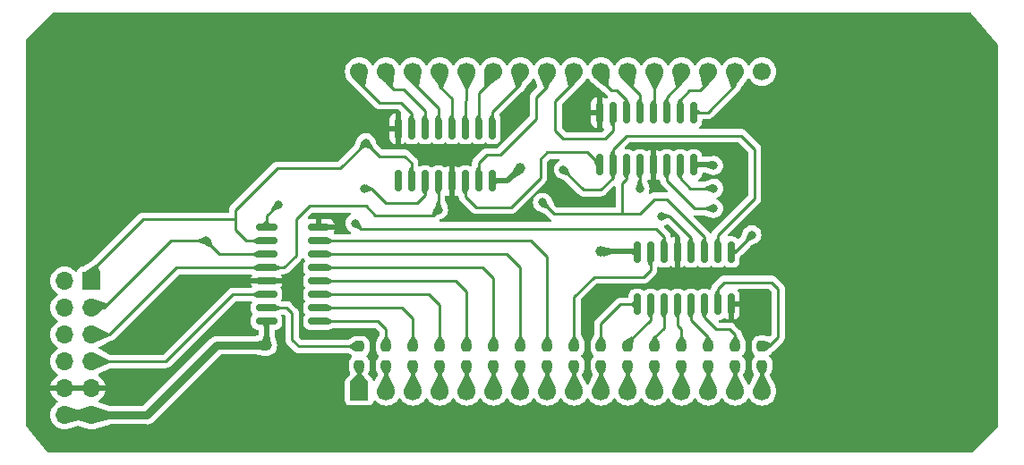
<source format=gbr>
%TF.GenerationSoftware,KiCad,Pcbnew,7.0.2*%
%TF.CreationDate,2023-08-12T01:35:25+09:00*%
%TF.ProjectId,Pmod_Matrix256,506d6f64-5f4d-4617-9472-69783235362e,rev?*%
%TF.SameCoordinates,Original*%
%TF.FileFunction,Copper,L1,Top*%
%TF.FilePolarity,Positive*%
%FSLAX46Y46*%
G04 Gerber Fmt 4.6, Leading zero omitted, Abs format (unit mm)*
G04 Created by KiCad (PCBNEW 7.0.2) date 2023-08-12 01:35:25*
%MOMM*%
%LPD*%
G01*
G04 APERTURE LIST*
G04 Aperture macros list*
%AMRoundRect*
0 Rectangle with rounded corners*
0 $1 Rounding radius*
0 $2 $3 $4 $5 $6 $7 $8 $9 X,Y pos of 4 corners*
0 Add a 4 corners polygon primitive as box body*
4,1,4,$2,$3,$4,$5,$6,$7,$8,$9,$2,$3,0*
0 Add four circle primitives for the rounded corners*
1,1,$1+$1,$2,$3*
1,1,$1+$1,$4,$5*
1,1,$1+$1,$6,$7*
1,1,$1+$1,$8,$9*
0 Add four rect primitives between the rounded corners*
20,1,$1+$1,$2,$3,$4,$5,0*
20,1,$1+$1,$4,$5,$6,$7,0*
20,1,$1+$1,$6,$7,$8,$9,0*
20,1,$1+$1,$8,$9,$2,$3,0*%
G04 Aperture macros list end*
%TA.AperFunction,SMDPad,CuDef*%
%ADD10RoundRect,0.237500X0.237500X-0.250000X0.237500X0.250000X-0.237500X0.250000X-0.237500X-0.250000X0*%
%TD*%
%TA.AperFunction,SMDPad,CuDef*%
%ADD11RoundRect,0.150000X0.150000X-0.825000X0.150000X0.825000X-0.150000X0.825000X-0.150000X-0.825000X0*%
%TD*%
%TA.AperFunction,SMDPad,CuDef*%
%ADD12RoundRect,0.150000X-0.150000X0.825000X-0.150000X-0.825000X0.150000X-0.825000X0.150000X0.825000X0*%
%TD*%
%TA.AperFunction,ComponentPad*%
%ADD13R,1.700000X1.700000*%
%TD*%
%TA.AperFunction,ComponentPad*%
%ADD14O,1.700000X1.700000*%
%TD*%
%TA.AperFunction,ComponentPad*%
%ADD15C,1.700000*%
%TD*%
%TA.AperFunction,SMDPad,CuDef*%
%ADD16RoundRect,0.150000X0.825000X0.150000X-0.825000X0.150000X-0.825000X-0.150000X0.825000X-0.150000X0*%
%TD*%
%TA.AperFunction,ViaPad*%
%ADD17C,0.800000*%
%TD*%
%TA.AperFunction,ViaPad*%
%ADD18C,1.000000*%
%TD*%
%TA.AperFunction,Conductor*%
%ADD19C,0.250000*%
%TD*%
%TA.AperFunction,Conductor*%
%ADD20C,0.500000*%
%TD*%
%TA.AperFunction,Conductor*%
%ADD21C,0.750000*%
%TD*%
G04 APERTURE END LIST*
D10*
%TO.P,R5,1*%
%TO.N,Net-(U1-COL5)*%
X136144000Y-127404500D03*
%TO.P,R5,2*%
%TO.N,Net-(U2-QE)*%
X136144000Y-125579500D03*
%TD*%
%TO.P,R7,1*%
%TO.N,Net-(U1-COL7)*%
X141224000Y-127404500D03*
%TO.P,R7,2*%
%TO.N,Net-(U2-QG)*%
X141224000Y-125579500D03*
%TD*%
D11*
%TO.P,U3,1,QB*%
%TO.N,Net-(U3-QB)*%
X152273000Y-121601000D03*
%TO.P,U3,2,QC*%
%TO.N,Net-(U3-QC)*%
X153543000Y-121601000D03*
%TO.P,U3,3,QD*%
%TO.N,Net-(U3-QD)*%
X154813000Y-121601000D03*
%TO.P,U3,4,QE*%
%TO.N,Net-(U3-QE)*%
X156083000Y-121601000D03*
%TO.P,U3,5,QF*%
%TO.N,Net-(U3-QF)*%
X157353000Y-121601000D03*
%TO.P,U3,6,QG*%
%TO.N,Net-(U3-QG)*%
X158623000Y-121601000D03*
%TO.P,U3,7,QH*%
%TO.N,Net-(U3-QH)*%
X159893000Y-121601000D03*
%TO.P,U3,8,GND*%
%TO.N,GND*%
X161163000Y-121601000D03*
%TO.P,U3,9,QH'*%
%TO.N,/SER3*%
X161163000Y-116651000D03*
%TO.P,U3,10,~{SRCLR}*%
%TO.N,/#SRCLR*%
X159893000Y-116651000D03*
%TO.P,U3,11,SRCLK*%
%TO.N,/SRCLK*%
X158623000Y-116651000D03*
%TO.P,U3,12,RCLK*%
%TO.N,/RCLK*%
X157353000Y-116651000D03*
%TO.P,U3,13,~{OE}*%
%TO.N,GND*%
X156083000Y-116651000D03*
%TO.P,U3,14,SER*%
%TO.N,/SER2*%
X154813000Y-116651000D03*
%TO.P,U3,15,QA*%
%TO.N,Net-(U3-QA)*%
X153543000Y-116651000D03*
%TO.P,U3,16,VCC*%
%TO.N,VCC*%
X152273000Y-116651000D03*
%TD*%
D10*
%TO.P,R4,1*%
%TO.N,Net-(U1-COL4)*%
X133604000Y-127404500D03*
%TO.P,R4,2*%
%TO.N,Net-(U2-QD)*%
X133604000Y-125579500D03*
%TD*%
%TO.P,R9,1*%
%TO.N,Net-(U1-COL9)*%
X146304000Y-127384500D03*
%TO.P,R9,2*%
%TO.N,Net-(U3-QA)*%
X146304000Y-125559500D03*
%TD*%
D12*
%TO.P,U5,1,QB*%
%TO.N,Net-(U1-ROW10)*%
X138557000Y-104967000D03*
%TO.P,U5,2,QC*%
%TO.N,Net-(U1-ROW11)*%
X137287000Y-104967000D03*
%TO.P,U5,3,QD*%
%TO.N,Net-(U1-ROW12)*%
X136017000Y-104967000D03*
%TO.P,U5,4,QE*%
%TO.N,Net-(U1-ROW13)*%
X134747000Y-104967000D03*
%TO.P,U5,5,QF*%
%TO.N,Net-(U1-ROW14)*%
X133477000Y-104967000D03*
%TO.P,U5,6,QG*%
%TO.N,Net-(U1-ROW15)*%
X132207000Y-104967000D03*
%TO.P,U5,7,QH*%
%TO.N,Net-(U1-ROW16)*%
X130937000Y-104967000D03*
%TO.P,U5,8,GND*%
%TO.N,GND*%
X129667000Y-104967000D03*
%TO.P,U5,9,QH'*%
%TO.N,unconnected-(U5-QH'-Pad9)*%
X129667000Y-109917000D03*
%TO.P,U5,10,~{SRCLR}*%
%TO.N,/#SRCLR*%
X130937000Y-109917000D03*
%TO.P,U5,11,SRCLK*%
%TO.N,/SRCLK*%
X132207000Y-109917000D03*
%TO.P,U5,12,RCLK*%
%TO.N,/RCLK*%
X133477000Y-109917000D03*
%TO.P,U5,13,~{OE}*%
%TO.N,GND*%
X134747000Y-109917000D03*
%TO.P,U5,14,SER*%
%TO.N,/SER4*%
X136017000Y-109917000D03*
%TO.P,U5,15,QA*%
%TO.N,Net-(U1-ROW9)*%
X137287000Y-109917000D03*
%TO.P,U5,16,VCC*%
%TO.N,VCC*%
X138557000Y-109917000D03*
%TD*%
D10*
%TO.P,R1,1*%
%TO.N,Net-(U1-COL1)*%
X125984000Y-127404500D03*
%TO.P,R1,2*%
%TO.N,Net-(U2-QA)*%
X125984000Y-125579500D03*
%TD*%
%TO.P,R2,1*%
%TO.N,Net-(U1-COL2)*%
X128524000Y-127404500D03*
%TO.P,R2,2*%
%TO.N,Net-(U2-QB)*%
X128524000Y-125579500D03*
%TD*%
%TO.P,R10,1*%
%TO.N,Net-(U1-COL10)*%
X148844000Y-127384500D03*
%TO.P,R10,2*%
%TO.N,Net-(U3-QB)*%
X148844000Y-125559500D03*
%TD*%
%TO.P,R16,1*%
%TO.N,Net-(U1-COL16)*%
X164084000Y-127384500D03*
%TO.P,R16,2*%
%TO.N,Net-(U3-QH)*%
X164084000Y-125559500D03*
%TD*%
%TO.P,R14,1*%
%TO.N,Net-(U1-COL14)*%
X159004000Y-127384500D03*
%TO.P,R14,2*%
%TO.N,Net-(U3-QF)*%
X159004000Y-125559500D03*
%TD*%
%TO.P,R15,1*%
%TO.N,Net-(U1-COL15)*%
X161544000Y-127384500D03*
%TO.P,R15,2*%
%TO.N,Net-(U3-QG)*%
X161544000Y-125559500D03*
%TD*%
%TO.P,R11,1*%
%TO.N,Net-(U1-COL11)*%
X151384000Y-127384500D03*
%TO.P,R11,2*%
%TO.N,Net-(U3-QC)*%
X151384000Y-125559500D03*
%TD*%
%TO.P,R3,1*%
%TO.N,Net-(U1-COL3)*%
X131064000Y-127404500D03*
%TO.P,R3,2*%
%TO.N,Net-(U2-QC)*%
X131064000Y-125579500D03*
%TD*%
D12*
%TO.P,U4,1,QB*%
%TO.N,Net-(U1-ROW2)*%
X157607000Y-103443000D03*
%TO.P,U4,2,QC*%
%TO.N,Net-(U1-ROW3)*%
X156337000Y-103443000D03*
%TO.P,U4,3,QD*%
%TO.N,Net-(U1-ROW4)*%
X155067000Y-103443000D03*
%TO.P,U4,4,QE*%
%TO.N,Net-(U1-ROW5)*%
X153797000Y-103443000D03*
%TO.P,U4,5,QF*%
%TO.N,Net-(U1-ROW6)*%
X152527000Y-103443000D03*
%TO.P,U4,6,QG*%
%TO.N,Net-(U1-ROW7)*%
X151257000Y-103443000D03*
%TO.P,U4,7,QH*%
%TO.N,Net-(U1-ROW8)*%
X149987000Y-103443000D03*
%TO.P,U4,8,GND*%
%TO.N,GND*%
X148717000Y-103443000D03*
%TO.P,U4,9,QH'*%
%TO.N,/SER4*%
X148717000Y-108393000D03*
%TO.P,U4,10,~{SRCLR}*%
%TO.N,/#SRCLR*%
X149987000Y-108393000D03*
%TO.P,U4,11,SRCLK*%
%TO.N,/SRCLK*%
X151257000Y-108393000D03*
%TO.P,U4,12,RCLK*%
%TO.N,/RCLK*%
X152527000Y-108393000D03*
%TO.P,U4,13,~{OE}*%
%TO.N,GND*%
X153797000Y-108393000D03*
%TO.P,U4,14,SER*%
%TO.N,/SER3*%
X155067000Y-108393000D03*
%TO.P,U4,15,QA*%
%TO.N,Net-(U1-ROW1)*%
X156337000Y-108393000D03*
%TO.P,U4,16,VCC*%
%TO.N,VCC*%
X157607000Y-108393000D03*
%TD*%
D10*
%TO.P,R8,1*%
%TO.N,Net-(U1-COL8)*%
X143764000Y-127404500D03*
%TO.P,R8,2*%
%TO.N,Net-(U2-QH)*%
X143764000Y-125579500D03*
%TD*%
D13*
%TO.P,J1,1,Pin_1*%
%TO.N,/#SRCLR*%
X100646000Y-119380000D03*
D14*
%TO.P,J1,2,Pin_2*%
%TO.N,/SRCLK*%
X100646000Y-121920000D03*
%TO.P,J1,3,Pin_3*%
%TO.N,/RCLK*%
X100646000Y-124460000D03*
%TO.P,J1,4,Pin_4*%
%TO.N,/SER1*%
X100646000Y-127000000D03*
%TO.P,J1,5,Pin_5*%
%TO.N,GND*%
X100646000Y-129540000D03*
%TO.P,J1,6,Pin_6*%
%TO.N,VCC*%
X100646000Y-132080000D03*
%TO.P,J1,7,Pin_7*%
%TO.N,unconnected-(J1-Pin_7-Pad7)*%
X98106000Y-119380000D03*
%TO.P,J1,8,Pin_8*%
%TO.N,unconnected-(J1-Pin_8-Pad8)*%
X98106000Y-121920000D03*
%TO.P,J1,9,Pin_9*%
%TO.N,unconnected-(J1-Pin_9-Pad9)*%
X98106000Y-124460000D03*
%TO.P,J1,10,Pin_10*%
%TO.N,unconnected-(J1-Pin_10-Pad10)*%
X98106000Y-127000000D03*
%TO.P,J1,11,Pin_11*%
%TO.N,GND*%
X98106000Y-129540000D03*
%TO.P,J1,12,Pin_12*%
%TO.N,VCC*%
X98106000Y-132080000D03*
%TD*%
D10*
%TO.P,R13,1*%
%TO.N,Net-(U1-COL13)*%
X156464000Y-127384500D03*
%TO.P,R13,2*%
%TO.N,Net-(U3-QE)*%
X156464000Y-125559500D03*
%TD*%
D13*
%TO.P,U1,1,COL1*%
%TO.N,Net-(U1-COL1)*%
X125984000Y-129828000D03*
D15*
%TO.P,U1,2,COL2*%
%TO.N,Net-(U1-COL2)*%
X128524000Y-129828000D03*
%TO.P,U1,3,COL3*%
%TO.N,Net-(U1-COL3)*%
X131064000Y-129828000D03*
%TO.P,U1,4,COL4*%
%TO.N,Net-(U1-COL4)*%
X133604000Y-129828000D03*
%TO.P,U1,5,COL5*%
%TO.N,Net-(U1-COL5)*%
X136144000Y-129828000D03*
%TO.P,U1,6,COL6*%
%TO.N,Net-(U1-COL6)*%
X138684000Y-129828000D03*
%TO.P,U1,7,COL7*%
%TO.N,Net-(U1-COL7)*%
X141224000Y-129828000D03*
%TO.P,U1,8,COL8*%
%TO.N,Net-(U1-COL8)*%
X143764000Y-129828000D03*
%TO.P,U1,9,COL9*%
%TO.N,Net-(U1-COL9)*%
X146304000Y-129828000D03*
%TO.P,U1,10,COL10*%
%TO.N,Net-(U1-COL10)*%
X148844000Y-129828000D03*
%TO.P,U1,11,COL11*%
%TO.N,Net-(U1-COL11)*%
X151384000Y-129828000D03*
%TO.P,U1,12,COL12*%
%TO.N,Net-(U1-COL12)*%
X153924000Y-129828000D03*
%TO.P,U1,13,COL13*%
%TO.N,Net-(U1-COL13)*%
X156464000Y-129828000D03*
%TO.P,U1,14,COL14*%
%TO.N,Net-(U1-COL14)*%
X159004000Y-129828000D03*
%TO.P,U1,15,COL15*%
%TO.N,Net-(U1-COL15)*%
X161544000Y-129828000D03*
%TO.P,U1,16,COL16*%
%TO.N,Net-(U1-COL16)*%
X164084000Y-129828000D03*
%TO.P,U1,17,ROW1*%
%TO.N,Net-(U1-ROW1)*%
X164084000Y-99568000D03*
%TO.P,U1,18,ROW2*%
%TO.N,Net-(U1-ROW2)*%
X161544000Y-99568000D03*
%TO.P,U1,19,ROW3*%
%TO.N,Net-(U1-ROW3)*%
X159004000Y-99568000D03*
%TO.P,U1,20,ROW4*%
%TO.N,Net-(U1-ROW4)*%
X156464000Y-99568000D03*
%TO.P,U1,21,ROW5*%
%TO.N,Net-(U1-ROW5)*%
X153924000Y-99568000D03*
%TO.P,U1,22,ROW6*%
%TO.N,Net-(U1-ROW6)*%
X151384000Y-99568000D03*
%TO.P,U1,23,ROW7*%
%TO.N,Net-(U1-ROW7)*%
X148844000Y-99568000D03*
%TO.P,U1,24,ROW8*%
%TO.N,Net-(U1-ROW8)*%
X146304000Y-99568000D03*
%TO.P,U1,25,ROW9*%
%TO.N,Net-(U1-ROW9)*%
X143764000Y-99568000D03*
%TO.P,U1,26,ROW10*%
%TO.N,Net-(U1-ROW10)*%
X141224000Y-99568000D03*
%TO.P,U1,27,ROW11*%
%TO.N,Net-(U1-ROW11)*%
X138684000Y-99568000D03*
%TO.P,U1,28,ROW12*%
%TO.N,Net-(U1-ROW12)*%
X136144000Y-99568000D03*
%TO.P,U1,29,ROW13*%
%TO.N,Net-(U1-ROW13)*%
X133604000Y-99568000D03*
%TO.P,U1,30,ROW14*%
%TO.N,Net-(U1-ROW14)*%
X131064000Y-99568000D03*
%TO.P,U1,31,ROW15*%
%TO.N,Net-(U1-ROW15)*%
X128524000Y-99568000D03*
%TO.P,U1,32,ROW16*%
%TO.N,Net-(U1-ROW16)*%
X125984000Y-99568000D03*
%TD*%
D10*
%TO.P,R6,1*%
%TO.N,Net-(U1-COL6)*%
X138684000Y-127404500D03*
%TO.P,R6,2*%
%TO.N,Net-(U2-QF)*%
X138684000Y-125579500D03*
%TD*%
D16*
%TO.P,U2,1,QB*%
%TO.N,Net-(U2-QB)*%
X122174000Y-123190000D03*
%TO.P,U2,2,QC*%
%TO.N,Net-(U2-QC)*%
X122174000Y-121920000D03*
%TO.P,U2,3,QD*%
%TO.N,Net-(U2-QD)*%
X122174000Y-120650000D03*
%TO.P,U2,4,QE*%
%TO.N,Net-(U2-QE)*%
X122174000Y-119380000D03*
%TO.P,U2,5,QF*%
%TO.N,Net-(U2-QF)*%
X122174000Y-118110000D03*
%TO.P,U2,6,QG*%
%TO.N,Net-(U2-QG)*%
X122174000Y-116840000D03*
%TO.P,U2,7,QH*%
%TO.N,Net-(U2-QH)*%
X122174000Y-115570000D03*
%TO.P,U2,8,GND*%
%TO.N,GND*%
X122174000Y-114300000D03*
%TO.P,U2,9,QH'*%
%TO.N,/SER2*%
X117224000Y-114300000D03*
%TO.P,U2,10,~{SRCLR}*%
%TO.N,/#SRCLR*%
X117224000Y-115570000D03*
%TO.P,U2,11,SRCLK*%
%TO.N,/SRCLK*%
X117224000Y-116840000D03*
%TO.P,U2,12,RCLK*%
%TO.N,/RCLK*%
X117224000Y-118110000D03*
%TO.P,U2,13,~{OE}*%
%TO.N,GND*%
X117224000Y-119380000D03*
%TO.P,U2,14,SER*%
%TO.N,/SER1*%
X117224000Y-120650000D03*
%TO.P,U2,15,QA*%
%TO.N,Net-(U2-QA)*%
X117224000Y-121920000D03*
%TO.P,U2,16,VCC*%
%TO.N,VCC*%
X117224000Y-123190000D03*
%TD*%
D10*
%TO.P,R12,1*%
%TO.N,Net-(U1-COL12)*%
X153924000Y-127384500D03*
%TO.P,R12,2*%
%TO.N,Net-(U3-QD)*%
X153924000Y-125559500D03*
%TD*%
D17*
%TO.N,/#SRCLR*%
X126619000Y-106299000D03*
X145288000Y-108839000D03*
%TO.N,/SRCLK*%
X126492000Y-110617000D03*
X111506000Y-115570000D03*
X143319500Y-111950500D03*
%TO.N,/RCLK*%
X152527000Y-110617000D03*
X133477000Y-112649000D03*
X154559000Y-113284000D03*
%TO.N,GND*%
X115951000Y-102235000D03*
X163372800Y-122326400D03*
X108966000Y-122174000D03*
X119380000Y-130251200D03*
X119380000Y-102260400D03*
X111252000Y-119888000D03*
X161594800Y-103936800D03*
X166624000Y-107442000D03*
X161594800Y-107391200D03*
X166624000Y-103886000D03*
X146405600Y-103428800D03*
D18*
%TO.N,VCC*%
X117221000Y-125476000D03*
D17*
X159512000Y-108458000D03*
D18*
X141224000Y-108712000D03*
X148844000Y-116586000D03*
D17*
%TO.N,Net-(U1-ROW1)*%
X159512000Y-110617000D03*
%TO.N,/SER2*%
X125603000Y-113919000D03*
X118364000Y-112141000D03*
%TO.N,/SER3*%
X163118800Y-115011200D03*
X159512000Y-112522000D03*
%TD*%
D19*
%TO.N,/#SRCLR*%
X130302000Y-107569000D02*
X130937000Y-108204000D01*
X114300000Y-114554000D02*
X115316000Y-115570000D01*
X149987000Y-109601000D02*
X149987000Y-108393000D01*
X118237000Y-108712000D02*
X124206000Y-108712000D01*
X130937000Y-108204000D02*
X130937000Y-109917000D01*
X159893000Y-115062000D02*
X163372800Y-111582200D01*
X127889000Y-107569000D02*
X130302000Y-107569000D01*
X159893000Y-116651000D02*
X159893000Y-115062000D01*
X115316000Y-115570000D02*
X117224000Y-115570000D01*
X124206000Y-108712000D02*
X126619000Y-106299000D01*
X163372800Y-106908600D02*
X162077400Y-105613200D01*
X151307800Y-105613200D02*
X149987000Y-106934000D01*
X100646000Y-118429000D02*
X105537000Y-113538000D01*
X126619000Y-106299000D02*
X127889000Y-107569000D01*
X148844000Y-110744000D02*
X149987000Y-109601000D01*
X147193000Y-110744000D02*
X148844000Y-110744000D01*
X114300000Y-113538000D02*
X114300000Y-114554000D01*
X149987000Y-106934000D02*
X149987000Y-108393000D01*
X145288000Y-108839000D02*
X147193000Y-110744000D01*
X114300000Y-113538000D02*
X114300000Y-112649000D01*
X100646000Y-119380000D02*
X100646000Y-118429000D01*
X163372800Y-111582200D02*
X163372800Y-106908600D01*
X162077400Y-105613200D02*
X151307800Y-105613200D01*
X114300000Y-112649000D02*
X118237000Y-108712000D01*
X105537000Y-113538000D02*
X114300000Y-113538000D01*
%TO.N,/SRCLK*%
X151257000Y-108393000D02*
X151257000Y-109728000D01*
X155067000Y-111633000D02*
X158623000Y-115189000D01*
X111506000Y-115570000D02*
X112776000Y-116840000D01*
X153924000Y-111633000D02*
X155067000Y-111633000D01*
X151257000Y-109728000D02*
X150876000Y-110109000D01*
X128524000Y-112014000D02*
X131445000Y-112014000D01*
X144399000Y-113030000D02*
X152527000Y-113030000D01*
X152527000Y-113030000D02*
X153924000Y-111633000D01*
X108204000Y-115570000D02*
X111506000Y-115570000D01*
X150876000Y-110109000D02*
X150876000Y-113030000D01*
X131445000Y-112014000D02*
X132207000Y-111252000D01*
X101854000Y-121920000D02*
X108204000Y-115570000D01*
X126492000Y-110617000D02*
X127127000Y-110617000D01*
X143319500Y-111950500D02*
X144399000Y-113030000D01*
X127127000Y-110617000D02*
X128524000Y-112014000D01*
X100646000Y-121920000D02*
X101854000Y-121920000D01*
X112776000Y-116840000D02*
X117224000Y-116840000D01*
X132207000Y-111252000D02*
X132207000Y-109917000D01*
X158623000Y-115189000D02*
X158623000Y-116651000D01*
%TO.N,/RCLK*%
X108712000Y-118110000D02*
X117224000Y-118110000D01*
X121285000Y-112268000D02*
X126619000Y-112268000D01*
X127508000Y-113157000D02*
X132969000Y-113157000D01*
X118872000Y-118110000D02*
X120015000Y-116967000D01*
X154559000Y-113284000D02*
X155321000Y-113284000D01*
X157353000Y-115316000D02*
X157353000Y-116651000D01*
X155321000Y-113284000D02*
X157353000Y-115316000D01*
X132969000Y-113157000D02*
X133477000Y-112649000D01*
X102362000Y-124460000D02*
X108712000Y-118110000D01*
X126619000Y-112268000D02*
X127508000Y-113157000D01*
X152527000Y-110617000D02*
X152527000Y-108393000D01*
X133477000Y-112649000D02*
X133477000Y-109917000D01*
X120015000Y-113538000D02*
X121285000Y-112268000D01*
X120015000Y-116967000D02*
X120015000Y-113538000D01*
X117224000Y-118110000D02*
X118872000Y-118110000D01*
X100646000Y-124460000D02*
X102362000Y-124460000D01*
%TO.N,/SER1*%
X114046000Y-120650000D02*
X107696000Y-127000000D01*
X117224000Y-120650000D02*
X114046000Y-120650000D01*
X107696000Y-127000000D02*
X100646000Y-127000000D01*
D20*
%TO.N,VCC*%
X152208000Y-116586000D02*
X152273000Y-116651000D01*
D19*
X117224000Y-125473000D02*
X117221000Y-125476000D01*
D20*
X140019000Y-109917000D02*
X141224000Y-108712000D01*
X117224000Y-123190000D02*
X117224000Y-125473000D01*
D21*
X105918000Y-132080000D02*
X100646000Y-132080000D01*
X100646000Y-132080000D02*
X98106000Y-132080000D01*
D20*
X159447000Y-108393000D02*
X159512000Y-108458000D01*
D21*
X112522000Y-125476000D02*
X117221000Y-125476000D01*
D20*
X138557000Y-109917000D02*
X140019000Y-109917000D01*
X157607000Y-108393000D02*
X159447000Y-108393000D01*
X148844000Y-116586000D02*
X152208000Y-116586000D01*
D21*
X105918000Y-132080000D02*
X112522000Y-125476000D01*
D19*
%TO.N,Net-(U1-COL1)*%
X125984000Y-127404500D02*
X125984000Y-130048000D01*
%TO.N,Net-(U2-QA)*%
X119126000Y-121920000D02*
X119634000Y-122428000D01*
X117224000Y-121920000D02*
X119126000Y-121920000D01*
X119634000Y-122428000D02*
X119634000Y-124968000D01*
X120245500Y-125579500D02*
X125984000Y-125579500D01*
X119634000Y-124968000D02*
X120245500Y-125579500D01*
%TO.N,Net-(U1-COL2)*%
X128524000Y-127404500D02*
X128524000Y-130048000D01*
%TO.N,Net-(U2-QB)*%
X122174000Y-123190000D02*
X127762000Y-123190000D01*
X128524000Y-123952000D02*
X128524000Y-125579500D01*
X127762000Y-123190000D02*
X128524000Y-123952000D01*
%TO.N,Net-(U1-COL3)*%
X131064000Y-127404500D02*
X131064000Y-130048000D01*
%TO.N,Net-(U2-QC)*%
X130048000Y-121920000D02*
X131064000Y-122936000D01*
X131064000Y-122936000D02*
X131064000Y-125579500D01*
X122174000Y-121920000D02*
X130048000Y-121920000D01*
%TO.N,Net-(U1-COL4)*%
X133604000Y-127404500D02*
X133604000Y-130048000D01*
%TO.N,Net-(U2-QD)*%
X122174000Y-120650000D02*
X132588000Y-120650000D01*
X133604000Y-121666000D02*
X133604000Y-125579500D01*
X132588000Y-120650000D02*
X133604000Y-121666000D01*
%TO.N,Net-(U1-COL5)*%
X136144000Y-127404500D02*
X136144000Y-130048000D01*
%TO.N,Net-(U2-QE)*%
X122174000Y-119380000D02*
X135128000Y-119380000D01*
X136144000Y-120396000D02*
X136144000Y-125579500D01*
X135128000Y-119380000D02*
X136144000Y-120396000D01*
%TO.N,Net-(U1-COL6)*%
X138684000Y-127404500D02*
X138684000Y-130048000D01*
%TO.N,Net-(U2-QF)*%
X122174000Y-118110000D02*
X137668000Y-118110000D01*
X138684000Y-119126000D02*
X138684000Y-125579500D01*
X137668000Y-118110000D02*
X138684000Y-119126000D01*
%TO.N,Net-(U1-COL7)*%
X141224000Y-127404500D02*
X141224000Y-130048000D01*
%TO.N,Net-(U2-QG)*%
X122174000Y-116840000D02*
X139954000Y-116840000D01*
X141224000Y-118110000D02*
X141224000Y-125579500D01*
X139954000Y-116840000D02*
X141224000Y-118110000D01*
%TO.N,Net-(U1-COL8)*%
X143764000Y-127404500D02*
X143764000Y-130048000D01*
%TO.N,Net-(U2-QH)*%
X143764000Y-117094000D02*
X143764000Y-125579500D01*
X122174000Y-115570000D02*
X142240000Y-115570000D01*
X142240000Y-115570000D02*
X143764000Y-117094000D01*
%TO.N,Net-(U1-COL9)*%
X146304000Y-127384500D02*
X146304000Y-130048000D01*
%TO.N,Net-(U3-QA)*%
X153543000Y-118364000D02*
X153543000Y-116651000D01*
X146304000Y-125559500D02*
X146304000Y-120904000D01*
X146304000Y-120904000D02*
X148209000Y-118999000D01*
X148209000Y-118999000D02*
X152908000Y-118999000D01*
X152908000Y-118999000D02*
X153543000Y-118364000D01*
%TO.N,Net-(U1-COL10)*%
X148844000Y-127384500D02*
X148844000Y-130048000D01*
%TO.N,Net-(U3-QB)*%
X152273000Y-121601000D02*
X150687000Y-121601000D01*
X148844000Y-123444000D02*
X148844000Y-125559500D01*
X150687000Y-121601000D02*
X148844000Y-123444000D01*
%TO.N,Net-(U1-COL11)*%
X151384000Y-127384500D02*
X151384000Y-130048000D01*
%TO.N,Net-(U3-QC)*%
X153543000Y-123063000D02*
X151384000Y-125222000D01*
X151384000Y-125222000D02*
X151384000Y-125559500D01*
X153543000Y-121601000D02*
X153543000Y-123063000D01*
%TO.N,Net-(U1-COL12)*%
X153924000Y-127384500D02*
X153924000Y-130048000D01*
%TO.N,Net-(U3-QD)*%
X154813000Y-121601000D02*
X154813000Y-123825000D01*
X154813000Y-123825000D02*
X153924000Y-124714000D01*
X153924000Y-124714000D02*
X153924000Y-125559500D01*
%TO.N,Net-(U1-COL13)*%
X156464000Y-127384500D02*
X156464000Y-130048000D01*
%TO.N,Net-(U3-QE)*%
X156464000Y-123952000D02*
X156464000Y-125559500D01*
X156083000Y-123571000D02*
X156464000Y-123952000D01*
X156083000Y-121601000D02*
X156083000Y-123571000D01*
%TO.N,Net-(U1-COL14)*%
X159004000Y-127384500D02*
X159004000Y-130048000D01*
%TO.N,Net-(U3-QF)*%
X157353000Y-121601000D02*
X157353000Y-123063000D01*
X159004000Y-124714000D02*
X159004000Y-125559500D01*
X157353000Y-123063000D02*
X159004000Y-124714000D01*
%TO.N,Net-(U1-COL15)*%
X161544000Y-127384500D02*
X161544000Y-130048000D01*
%TO.N,Net-(U3-QG)*%
X158623000Y-121601000D02*
X158623000Y-122809000D01*
X159766000Y-123952000D02*
X161036000Y-123952000D01*
X158623000Y-122809000D02*
X159766000Y-123952000D01*
X161036000Y-123952000D02*
X161544000Y-124460000D01*
X161544000Y-124460000D02*
X161544000Y-125559500D01*
%TO.N,Net-(U1-COL16)*%
X164084000Y-127384500D02*
X164084000Y-130048000D01*
%TO.N,Net-(U3-QH)*%
X165608000Y-120142000D02*
X165608000Y-124714000D01*
X159893000Y-121601000D02*
X159893000Y-120142000D01*
X164762500Y-125559500D02*
X164084000Y-125559500D01*
X165608000Y-124714000D02*
X164762500Y-125559500D01*
X164973000Y-119507000D02*
X165608000Y-120142000D01*
X160528000Y-119507000D02*
X164973000Y-119507000D01*
X159893000Y-120142000D02*
X160528000Y-119507000D01*
%TO.N,Net-(U1-ROW1)*%
X156337000Y-109664500D02*
X156337000Y-108393000D01*
X159512000Y-110617000D02*
X157289500Y-110617000D01*
X157289500Y-110617000D02*
X156337000Y-109664500D01*
%TO.N,Net-(U1-ROW2)*%
X157607000Y-103443000D02*
X158939000Y-103443000D01*
X161544000Y-100838000D02*
X161544000Y-99788000D01*
X158939000Y-103443000D02*
X161544000Y-100838000D01*
%TO.N,Net-(U1-ROW3)*%
X156337000Y-102235000D02*
X157226000Y-101346000D01*
X158242000Y-101346000D02*
X159004000Y-100584000D01*
X156337000Y-103443000D02*
X156337000Y-102235000D01*
X157226000Y-101346000D02*
X158242000Y-101346000D01*
X159004000Y-100584000D02*
X159004000Y-99788000D01*
%TO.N,Net-(U1-ROW4)*%
X156464000Y-100584000D02*
X156464000Y-99788000D01*
X155067000Y-103443000D02*
X155067000Y-101981000D01*
X155067000Y-101981000D02*
X156464000Y-100584000D01*
%TO.N,Net-(U1-ROW5)*%
X153797000Y-103443000D02*
X153924000Y-103316000D01*
X153924000Y-103316000D02*
X153924000Y-99788000D01*
%TO.N,Net-(U1-ROW6)*%
X152527000Y-101727000D02*
X151384000Y-100584000D01*
X152527000Y-103443000D02*
X152527000Y-101727000D01*
X151384000Y-100584000D02*
X151384000Y-99788000D01*
%TO.N,Net-(U1-ROW7)*%
X150368000Y-101346000D02*
X149860000Y-101346000D01*
X151257000Y-102235000D02*
X150368000Y-101346000D01*
X148844000Y-100330000D02*
X148844000Y-99788000D01*
X151257000Y-103443000D02*
X151257000Y-102235000D01*
X149860000Y-101346000D02*
X148844000Y-100330000D01*
%TO.N,Net-(U1-ROW8)*%
X144526000Y-102362000D02*
X146304000Y-100584000D01*
X145288000Y-105918000D02*
X144526000Y-105156000D01*
X149987000Y-103443000D02*
X149987000Y-105156000D01*
X149225000Y-105918000D02*
X145288000Y-105918000D01*
X144526000Y-105156000D02*
X144526000Y-102362000D01*
X146304000Y-100584000D02*
X146304000Y-99788000D01*
X149987000Y-105156000D02*
X149225000Y-105918000D01*
%TO.N,Net-(U1-ROW9)*%
X142748000Y-101981000D02*
X143764000Y-100965000D01*
X137287000Y-109917000D02*
X137287000Y-108204000D01*
X137287000Y-108204000D02*
X138049000Y-107442000D01*
X143764000Y-100965000D02*
X143764000Y-99568000D01*
X142748000Y-104013000D02*
X142748000Y-101981000D01*
X138049000Y-107442000D02*
X139319000Y-107442000D01*
X139319000Y-107442000D02*
X142748000Y-104013000D01*
%TO.N,Net-(U1-ROW10)*%
X141224000Y-100711000D02*
X141224000Y-99568000D01*
X138557000Y-103378000D02*
X141224000Y-100711000D01*
X138557000Y-104967000D02*
X138557000Y-103378000D01*
%TO.N,Net-(U1-ROW11)*%
X137287000Y-101600000D02*
X138684000Y-100203000D01*
X137287000Y-104967000D02*
X137287000Y-101600000D01*
X138684000Y-100203000D02*
X138684000Y-99568000D01*
%TO.N,Net-(U1-ROW12)*%
X136017000Y-104967000D02*
X136017000Y-102362000D01*
X136017000Y-102362000D02*
X136144000Y-102235000D01*
X136144000Y-102235000D02*
X136144000Y-99568000D01*
%TO.N,Net-(U1-ROW13)*%
X133604000Y-100965000D02*
X133604000Y-99568000D01*
X134747000Y-104967000D02*
X134747000Y-102108000D01*
X134747000Y-102108000D02*
X133604000Y-100965000D01*
%TO.N,Net-(U1-ROW14)*%
X131064000Y-100584000D02*
X131064000Y-99568000D01*
X133477000Y-102997000D02*
X131064000Y-100584000D01*
X133477000Y-104967000D02*
X133477000Y-102997000D01*
%TO.N,Net-(U1-ROW15)*%
X130175000Y-101219000D02*
X129286000Y-101219000D01*
X129286000Y-101219000D02*
X128524000Y-100457000D01*
X132207000Y-103251000D02*
X130175000Y-101219000D01*
X132207000Y-104967000D02*
X132207000Y-103251000D01*
X128524000Y-100457000D02*
X128524000Y-99568000D01*
%TO.N,Net-(U1-ROW16)*%
X125984000Y-100584000D02*
X125984000Y-99568000D01*
X129921000Y-102489000D02*
X127889000Y-102489000D01*
X130937000Y-104967000D02*
X130937000Y-103505000D01*
X130937000Y-103505000D02*
X129921000Y-102489000D01*
X127889000Y-102489000D02*
X125984000Y-100584000D01*
%TO.N,/SER2*%
X117224000Y-113160000D02*
X117224000Y-114300000D01*
X154051000Y-114427000D02*
X154813000Y-115189000D01*
X125603000Y-113919000D02*
X126111000Y-114427000D01*
X117221000Y-113157000D02*
X117224000Y-113160000D01*
X118364000Y-112141000D02*
X117221000Y-113157000D01*
X154813000Y-115189000D02*
X154813000Y-116651000D01*
X126111000Y-114427000D02*
X154051000Y-114427000D01*
%TO.N,/SER3*%
X159512000Y-112522000D02*
X157734000Y-112522000D01*
X155067000Y-109855000D02*
X155067000Y-108393000D01*
X163118800Y-115011200D02*
X163118800Y-115062000D01*
X157734000Y-112522000D02*
X155067000Y-109855000D01*
X161529800Y-116651000D02*
X161163000Y-116651000D01*
X163118800Y-115062000D02*
X161529800Y-116651000D01*
%TO.N,/SER4*%
X147512000Y-107188000D02*
X148717000Y-108393000D01*
X137033000Y-112395000D02*
X140335000Y-112395000D01*
X143129000Y-107823000D02*
X143764000Y-107188000D01*
X143764000Y-107188000D02*
X147512000Y-107188000D01*
X143129000Y-109601000D02*
X143129000Y-107823000D01*
X136017000Y-109917000D02*
X136017000Y-111379000D01*
X136017000Y-111379000D02*
X137033000Y-112395000D01*
X140335000Y-112395000D02*
X143129000Y-109601000D01*
%TD*%
%TA.AperFunction,Conductor*%
%TO.N,GND*%
G36*
X120753159Y-117267028D02*
G01*
X120770717Y-117290069D01*
X120820164Y-117373680D01*
X120838893Y-117405348D01*
X120836870Y-117406543D01*
X120859858Y-117448642D01*
X120854874Y-117518334D01*
X120838216Y-117544252D01*
X120838893Y-117544652D01*
X120747255Y-117699602D01*
X120701402Y-117857427D01*
X120698691Y-117891871D01*
X120698690Y-117891886D01*
X120698500Y-117894306D01*
X120698500Y-118325694D01*
X120698690Y-118328114D01*
X120698691Y-118328128D01*
X120701402Y-118362572D01*
X120747255Y-118520397D01*
X120838893Y-118675348D01*
X120836870Y-118676543D01*
X120859858Y-118718642D01*
X120854874Y-118788334D01*
X120838216Y-118814252D01*
X120838893Y-118814652D01*
X120747255Y-118969602D01*
X120701402Y-119127427D01*
X120698691Y-119161871D01*
X120698690Y-119161886D01*
X120698500Y-119164306D01*
X120698500Y-119595694D01*
X120698690Y-119598114D01*
X120698691Y-119598128D01*
X120701402Y-119632572D01*
X120747255Y-119790397D01*
X120796917Y-119874370D01*
X120829407Y-119929309D01*
X120838893Y-119945348D01*
X120836870Y-119946543D01*
X120859858Y-119988642D01*
X120854874Y-120058334D01*
X120838216Y-120084252D01*
X120838893Y-120084652D01*
X120830919Y-120098134D01*
X120830919Y-120098135D01*
X120828383Y-120102424D01*
X120747255Y-120239602D01*
X120701402Y-120397427D01*
X120698691Y-120431871D01*
X120698690Y-120431886D01*
X120698500Y-120434306D01*
X120698500Y-120865694D01*
X120698690Y-120868114D01*
X120698691Y-120868128D01*
X120701402Y-120902572D01*
X120747255Y-121060397D01*
X120838893Y-121215348D01*
X120836870Y-121216543D01*
X120859858Y-121258642D01*
X120854874Y-121328334D01*
X120838216Y-121354252D01*
X120838893Y-121354652D01*
X120747255Y-121509602D01*
X120701402Y-121667427D01*
X120698691Y-121701871D01*
X120698690Y-121701886D01*
X120698500Y-121704306D01*
X120698500Y-122135694D01*
X120698690Y-122138114D01*
X120698691Y-122138128D01*
X120701402Y-122172572D01*
X120747255Y-122330397D01*
X120838893Y-122485348D01*
X120836870Y-122486543D01*
X120859858Y-122528642D01*
X120854874Y-122598334D01*
X120838216Y-122624252D01*
X120838893Y-122624652D01*
X120747255Y-122779602D01*
X120701402Y-122937427D01*
X120698691Y-122971871D01*
X120698690Y-122971886D01*
X120698500Y-122974306D01*
X120698500Y-123405694D01*
X120698690Y-123408114D01*
X120698691Y-123408128D01*
X120701402Y-123442572D01*
X120747255Y-123600397D01*
X120795074Y-123681254D01*
X120830919Y-123741865D01*
X120947135Y-123858081D01*
X121082278Y-123938004D01*
X121088602Y-123941744D01*
X121246427Y-123987597D01*
X121246431Y-123987598D01*
X121283306Y-123990500D01*
X121285751Y-123990500D01*
X123062249Y-123990500D01*
X123064694Y-123990500D01*
X123101569Y-123987598D01*
X123239202Y-123947610D01*
X123242851Y-123946612D01*
X123256753Y-123943033D01*
X123261129Y-123941492D01*
X123268081Y-123938006D01*
X123539206Y-123825038D01*
X123586899Y-123815500D01*
X127451548Y-123815500D01*
X127518587Y-123835185D01*
X127539229Y-123851819D01*
X127862181Y-124174771D01*
X127895666Y-124236094D01*
X127898500Y-124262452D01*
X127898500Y-124450094D01*
X127883883Y-124508501D01*
X127656512Y-124934315D01*
X127625898Y-124991649D01*
X127618708Y-125005634D01*
X127618699Y-125005660D01*
X127618620Y-125005815D01*
X127613924Y-125014133D01*
X127613093Y-125015480D01*
X127558825Y-125179246D01*
X127548819Y-125277190D01*
X127548817Y-125277210D01*
X127548500Y-125280323D01*
X127548500Y-125283470D01*
X127548500Y-125283471D01*
X127548500Y-125875526D01*
X127548500Y-125875545D01*
X127548501Y-125878676D01*
X127548820Y-125881808D01*
X127548821Y-125881809D01*
X127558825Y-125979752D01*
X127613091Y-126143515D01*
X127653889Y-126209659D01*
X127703660Y-126290350D01*
X127817629Y-126404319D01*
X127851113Y-126465640D01*
X127846129Y-126535332D01*
X127817629Y-126579680D01*
X127703660Y-126693649D01*
X127613091Y-126840484D01*
X127558825Y-127004246D01*
X127548819Y-127102190D01*
X127548817Y-127102210D01*
X127548500Y-127105323D01*
X127548500Y-127108470D01*
X127548500Y-127108471D01*
X127548500Y-127700526D01*
X127548500Y-127700545D01*
X127548501Y-127703676D01*
X127548820Y-127706808D01*
X127548821Y-127706809D01*
X127558825Y-127804752D01*
X127613091Y-127968515D01*
X127616500Y-127974041D01*
X127621598Y-127984590D01*
X127621720Y-127984525D01*
X127742367Y-128210472D01*
X127756580Y-128278880D01*
X127744759Y-128322565D01*
X127521579Y-128787218D01*
X127474810Y-128839126D01*
X127407401Y-128857508D01*
X127340756Y-128836528D01*
X127296033Y-128782847D01*
X127294078Y-128778066D01*
X127288433Y-128763381D01*
X127288430Y-128763377D01*
X127284039Y-128751953D01*
X127284081Y-128751936D01*
X127283203Y-128750167D01*
X127277796Y-128735669D01*
X127240866Y-128686336D01*
X127236755Y-128680844D01*
X127231189Y-128672760D01*
X127211594Y-128641743D01*
X127211591Y-128641738D01*
X126850557Y-128218457D01*
X126822030Y-128154680D01*
X126832513Y-128085602D01*
X126835519Y-128079585D01*
X126882101Y-127992349D01*
X126889291Y-127978365D01*
X126889301Y-127978333D01*
X126889374Y-127978192D01*
X126894075Y-127969864D01*
X126894908Y-127968516D01*
X126949174Y-127804753D01*
X126959500Y-127703677D01*
X126959499Y-127105324D01*
X126949174Y-127004247D01*
X126894908Y-126840484D01*
X126804340Y-126693650D01*
X126804339Y-126693649D01*
X126804338Y-126693647D01*
X126690372Y-126579681D01*
X126656887Y-126518358D01*
X126661871Y-126448666D01*
X126690372Y-126404319D01*
X126804338Y-126290352D01*
X126804340Y-126290350D01*
X126894908Y-126143516D01*
X126949174Y-125979753D01*
X126959500Y-125878677D01*
X126959499Y-125280324D01*
X126949174Y-125179247D01*
X126894908Y-125015484D01*
X126804340Y-124868650D01*
X126804339Y-124868649D01*
X126804338Y-124868647D01*
X126682352Y-124746661D01*
X126535515Y-124656091D01*
X126371753Y-124601825D01*
X126273809Y-124591819D01*
X126273790Y-124591818D01*
X126270677Y-124591500D01*
X126267528Y-124591500D01*
X125700473Y-124591500D01*
X125700453Y-124591500D01*
X125697324Y-124591501D01*
X125694192Y-124591820D01*
X125694190Y-124591821D01*
X125596247Y-124601825D01*
X125432482Y-124656092D01*
X125420906Y-124663232D01*
X125404256Y-124671440D01*
X124922330Y-124938464D01*
X124862233Y-124954000D01*
X120555952Y-124954000D01*
X120488913Y-124934315D01*
X120468271Y-124917681D01*
X120295819Y-124745228D01*
X120262334Y-124683905D01*
X120259500Y-124657547D01*
X120259500Y-122510739D01*
X120261763Y-122490238D01*
X120261609Y-122485348D01*
X120259561Y-122420143D01*
X120259500Y-122416249D01*
X120259500Y-122392544D01*
X120259500Y-122388650D01*
X120258998Y-122384681D01*
X120258080Y-122373024D01*
X120256709Y-122329372D01*
X120251119Y-122310134D01*
X120247174Y-122291082D01*
X120244664Y-122271208D01*
X120244664Y-122271207D01*
X120228578Y-122230581D01*
X120224805Y-122219560D01*
X120212617Y-122177610D01*
X120202421Y-122160369D01*
X120193863Y-122142902D01*
X120186486Y-122124268D01*
X120160798Y-122088912D01*
X120154409Y-122079184D01*
X120132170Y-122041579D01*
X120118006Y-122027415D01*
X120105369Y-122012620D01*
X120093595Y-121996414D01*
X120079950Y-121985126D01*
X120059935Y-121968568D01*
X120051305Y-121960714D01*
X119626802Y-121536211D01*
X119613906Y-121520113D01*
X119562775Y-121472098D01*
X119559978Y-121469387D01*
X119543227Y-121452636D01*
X119540471Y-121449880D01*
X119537290Y-121447412D01*
X119528422Y-121439837D01*
X119496582Y-121409938D01*
X119479024Y-121400285D01*
X119462764Y-121389604D01*
X119446936Y-121377327D01*
X119406851Y-121359980D01*
X119396361Y-121354841D01*
X119358091Y-121333802D01*
X119338691Y-121328821D01*
X119320284Y-121322519D01*
X119301897Y-121314562D01*
X119258758Y-121307729D01*
X119247324Y-121305361D01*
X119205019Y-121294500D01*
X119184984Y-121294500D01*
X119165586Y-121292973D01*
X119158162Y-121291797D01*
X119145805Y-121289840D01*
X119145804Y-121289840D01*
X119112751Y-121292964D01*
X119102325Y-121293950D01*
X119090656Y-121294500D01*
X118729692Y-121294500D01*
X118662653Y-121274815D01*
X118616898Y-121222011D01*
X118606954Y-121152853D01*
X118622960Y-121107379D01*
X118633644Y-121089312D01*
X118650744Y-121060398D01*
X118696598Y-120902569D01*
X118699500Y-120865694D01*
X118699500Y-120434306D01*
X118696598Y-120397431D01*
X118650744Y-120239602D01*
X118567081Y-120098135D01*
X118567080Y-120098134D01*
X118559107Y-120084652D01*
X118561007Y-120083527D01*
X118537788Y-120041004D01*
X118542772Y-119971312D01*
X118559397Y-119945447D01*
X118558709Y-119945040D01*
X118650280Y-119790200D01*
X118696099Y-119632488D01*
X118696295Y-119630000D01*
X115751704Y-119630000D01*
X115751900Y-119632488D01*
X115797718Y-119790198D01*
X115825621Y-119837378D01*
X115842804Y-119905102D01*
X115820644Y-119971365D01*
X115766179Y-120015128D01*
X115718889Y-120024500D01*
X114128741Y-120024500D01*
X114108237Y-120022236D01*
X114038145Y-120024439D01*
X114034251Y-120024500D01*
X114006650Y-120024500D01*
X114002799Y-120024986D01*
X114002768Y-120024988D01*
X114002640Y-120025005D01*
X113991028Y-120025918D01*
X113947368Y-120027290D01*
X113928128Y-120032880D01*
X113909081Y-120036825D01*
X113889209Y-120039335D01*
X113848599Y-120055413D01*
X113837554Y-120059194D01*
X113795611Y-120071380D01*
X113778369Y-120081578D01*
X113760897Y-120090138D01*
X113742266Y-120097514D01*
X113706938Y-120123181D01*
X113697180Y-120129591D01*
X113659579Y-120151829D01*
X113645410Y-120165998D01*
X113630622Y-120178628D01*
X113614413Y-120190405D01*
X113586572Y-120224058D01*
X113578711Y-120232696D01*
X107473228Y-126338181D01*
X107411905Y-126371666D01*
X107385547Y-126374500D01*
X102499749Y-126374500D01*
X102446062Y-126362275D01*
X101362397Y-125841774D01*
X101310489Y-125795005D01*
X101292107Y-125727596D01*
X101313087Y-125660951D01*
X101362395Y-125618225D01*
X102478393Y-125082195D01*
X102516538Y-125070949D01*
X102517756Y-125070794D01*
X102518792Y-125070664D01*
X102559401Y-125054585D01*
X102570444Y-125050803D01*
X102612390Y-125038618D01*
X102629629Y-125028422D01*
X102647102Y-125019862D01*
X102665732Y-125012486D01*
X102701064Y-124986814D01*
X102710830Y-124980400D01*
X102725626Y-124971650D01*
X102748420Y-124958170D01*
X102762585Y-124944004D01*
X102777373Y-124931373D01*
X102793587Y-124919594D01*
X102821438Y-124885926D01*
X102829279Y-124877309D01*
X108934771Y-118771819D01*
X108996095Y-118738334D01*
X109022453Y-118735500D01*
X115718889Y-118735500D01*
X115785928Y-118755185D01*
X115831683Y-118807989D01*
X115841627Y-118877147D01*
X115825621Y-118922622D01*
X115797718Y-118969801D01*
X115751900Y-119127511D01*
X115751704Y-119129999D01*
X115751705Y-119130000D01*
X118696295Y-119130000D01*
X118696295Y-119129999D01*
X118696099Y-119127511D01*
X118650281Y-118969801D01*
X118622379Y-118922622D01*
X118605196Y-118854898D01*
X118627356Y-118788635D01*
X118681821Y-118744872D01*
X118729111Y-118735500D01*
X118789256Y-118735500D01*
X118809762Y-118737764D01*
X118812665Y-118737672D01*
X118812667Y-118737673D01*
X118879872Y-118735561D01*
X118883768Y-118735500D01*
X118907448Y-118735500D01*
X118911350Y-118735500D01*
X118915313Y-118734999D01*
X118926962Y-118734080D01*
X118970627Y-118732709D01*
X118989859Y-118727120D01*
X119008918Y-118723174D01*
X119015196Y-118722381D01*
X119028792Y-118720664D01*
X119069407Y-118704582D01*
X119080444Y-118700803D01*
X119122390Y-118688618D01*
X119139629Y-118678422D01*
X119157102Y-118669862D01*
X119175732Y-118662486D01*
X119211064Y-118636814D01*
X119220830Y-118630400D01*
X119258418Y-118608171D01*
X119258417Y-118608171D01*
X119258420Y-118608170D01*
X119272585Y-118594004D01*
X119287373Y-118581373D01*
X119303587Y-118569594D01*
X119331438Y-118535926D01*
X119339279Y-118527309D01*
X120398788Y-117467801D01*
X120414885Y-117454906D01*
X120416873Y-117452787D01*
X120416877Y-117452786D01*
X120462949Y-117403723D01*
X120465534Y-117401055D01*
X120485120Y-117381471D01*
X120487585Y-117378292D01*
X120495167Y-117369416D01*
X120525062Y-117337582D01*
X120534717Y-117320018D01*
X120545389Y-117303770D01*
X120557673Y-117287936D01*
X120557674Y-117287931D01*
X120566009Y-117277188D01*
X120622653Y-117236283D01*
X120692420Y-117232495D01*
X120753159Y-117267028D01*
G37*
%TD.AperFunction*%
%TA.AperFunction,Conductor*%
G36*
X115785347Y-121295185D02*
G01*
X115831102Y-121347989D01*
X115841046Y-121417147D01*
X115825040Y-121462621D01*
X115797255Y-121509602D01*
X115751402Y-121667427D01*
X115748691Y-121701871D01*
X115748690Y-121701886D01*
X115748500Y-121704306D01*
X115748500Y-122135694D01*
X115748690Y-122138114D01*
X115748691Y-122138128D01*
X115751402Y-122172572D01*
X115797255Y-122330397D01*
X115888893Y-122485348D01*
X115886870Y-122486543D01*
X115909858Y-122528642D01*
X115904874Y-122598334D01*
X115888216Y-122624252D01*
X115888893Y-122624652D01*
X115797255Y-122779602D01*
X115751402Y-122937427D01*
X115748691Y-122971871D01*
X115748690Y-122971886D01*
X115748500Y-122974306D01*
X115748500Y-123405694D01*
X115748690Y-123408114D01*
X115748691Y-123408128D01*
X115751402Y-123442572D01*
X115797255Y-123600397D01*
X115845074Y-123681254D01*
X115880919Y-123741865D01*
X115997135Y-123858081D01*
X116132278Y-123938004D01*
X116138602Y-123941744D01*
X116296427Y-123987597D01*
X116296431Y-123987598D01*
X116333306Y-123990500D01*
X116349500Y-123990500D01*
X116416539Y-124010185D01*
X116462294Y-124062989D01*
X116473500Y-124114500D01*
X116473500Y-124375506D01*
X116469333Y-124407381D01*
X116448688Y-124484994D01*
X116412432Y-124544721D01*
X116349640Y-124575365D01*
X116344236Y-124576161D01*
X116168546Y-124598123D01*
X116167152Y-124598321D01*
X116161502Y-124599165D01*
X116143356Y-124600500D01*
X112562617Y-124600500D01*
X112552554Y-124600091D01*
X112516867Y-124597185D01*
X112498152Y-124595661D01*
X112498151Y-124595661D01*
X112417212Y-124606688D01*
X112413880Y-124607096D01*
X112332685Y-124615926D01*
X112332496Y-124615990D01*
X112309661Y-124621341D01*
X112309464Y-124621367D01*
X112232792Y-124649535D01*
X112229628Y-124650649D01*
X112152219Y-124676732D01*
X112152041Y-124676840D01*
X112130901Y-124686970D01*
X112130714Y-124687038D01*
X112061906Y-124731018D01*
X112059057Y-124732785D01*
X111989040Y-124774914D01*
X111988893Y-124775054D01*
X111970431Y-124789487D01*
X111970261Y-124789595D01*
X111912494Y-124847361D01*
X111910090Y-124849700D01*
X111850792Y-124905871D01*
X111850683Y-124906033D01*
X111835737Y-124924117D01*
X105591675Y-131168181D01*
X105530352Y-131201666D01*
X105503994Y-131204500D01*
X102454690Y-131204500D01*
X102419227Y-131199321D01*
X101410345Y-130898210D01*
X101351735Y-130860174D01*
X101322993Y-130796490D01*
X101333244Y-130727377D01*
X101374685Y-130677814D01*
X101517078Y-130578109D01*
X101684106Y-130411081D01*
X101819600Y-130217576D01*
X101919430Y-130003492D01*
X101976636Y-129790000D01*
X101079686Y-129790000D01*
X101105493Y-129749844D01*
X101146000Y-129611889D01*
X101146000Y-129468111D01*
X101105493Y-129330156D01*
X101079686Y-129290000D01*
X101976636Y-129290000D01*
X101976635Y-129289999D01*
X101919430Y-129076507D01*
X101819599Y-128862421D01*
X101684109Y-128668921D01*
X101517081Y-128501893D01*
X101336660Y-128375560D01*
X101293035Y-128320983D01*
X101285843Y-128251484D01*
X101317365Y-128189130D01*
X101354091Y-128162214D01*
X102446061Y-127637725D01*
X102499749Y-127625500D01*
X107613256Y-127625500D01*
X107633762Y-127627764D01*
X107636665Y-127627672D01*
X107636667Y-127627673D01*
X107703872Y-127625561D01*
X107707768Y-127625500D01*
X107731448Y-127625500D01*
X107735350Y-127625500D01*
X107739313Y-127624999D01*
X107750962Y-127624080D01*
X107794627Y-127622709D01*
X107813859Y-127617120D01*
X107832918Y-127613174D01*
X107839196Y-127612381D01*
X107852792Y-127610664D01*
X107893407Y-127594582D01*
X107904444Y-127590803D01*
X107946390Y-127578618D01*
X107963629Y-127568422D01*
X107981102Y-127559862D01*
X107999732Y-127552486D01*
X108035064Y-127526814D01*
X108044830Y-127520400D01*
X108082418Y-127498171D01*
X108082417Y-127498171D01*
X108082420Y-127498170D01*
X108096585Y-127484004D01*
X108111373Y-127471373D01*
X108127587Y-127459594D01*
X108155438Y-127425926D01*
X108163279Y-127417309D01*
X114268771Y-121311819D01*
X114330095Y-121278334D01*
X114356453Y-121275500D01*
X115718308Y-121275500D01*
X115785347Y-121295185D01*
G37*
%TD.AperFunction*%
%TA.AperFunction,Conductor*%
G36*
X100186507Y-129330156D02*
G01*
X100146000Y-129468111D01*
X100146000Y-129611889D01*
X100186507Y-129749844D01*
X100212314Y-129790000D01*
X98539686Y-129790000D01*
X98565493Y-129749844D01*
X98606000Y-129611889D01*
X98606000Y-129468111D01*
X98565493Y-129330156D01*
X98539686Y-129290000D01*
X100212314Y-129290000D01*
X100186507Y-129330156D01*
G37*
%TD.AperFunction*%
%TA.AperFunction,Conductor*%
G36*
X164729587Y-120152185D02*
G01*
X164750229Y-120168819D01*
X164946181Y-120364771D01*
X164979666Y-120426094D01*
X164982500Y-120452452D01*
X164982500Y-124403547D01*
X164962815Y-124470586D01*
X164946185Y-124491223D01*
X164873396Y-124564013D01*
X164811741Y-124625668D01*
X164750418Y-124659152D01*
X164680726Y-124654168D01*
X164676397Y-124652459D01*
X164615506Y-124627087D01*
X164615504Y-124627086D01*
X164615503Y-124627086D01*
X164587217Y-124619789D01*
X164579190Y-124617426D01*
X164471754Y-124581825D01*
X164373809Y-124571819D01*
X164373790Y-124571818D01*
X164370677Y-124571500D01*
X164367528Y-124571500D01*
X163800473Y-124571500D01*
X163800453Y-124571500D01*
X163797324Y-124571501D01*
X163794192Y-124571820D01*
X163794190Y-124571821D01*
X163696247Y-124581825D01*
X163532484Y-124636091D01*
X163385647Y-124726661D01*
X163263661Y-124848647D01*
X163173091Y-124995484D01*
X163118825Y-125159246D01*
X163108819Y-125257190D01*
X163108817Y-125257210D01*
X163108500Y-125260323D01*
X163108500Y-125263470D01*
X163108500Y-125263471D01*
X163108500Y-125855526D01*
X163108500Y-125855545D01*
X163108501Y-125858676D01*
X163108820Y-125861808D01*
X163108821Y-125861809D01*
X163118825Y-125959752D01*
X163173091Y-126123515D01*
X163263661Y-126270352D01*
X163377628Y-126384319D01*
X163411113Y-126445642D01*
X163406129Y-126515334D01*
X163377628Y-126559681D01*
X163263661Y-126673647D01*
X163173091Y-126820484D01*
X163118825Y-126984246D01*
X163108819Y-127082190D01*
X163108817Y-127082210D01*
X163108500Y-127085323D01*
X163108500Y-127088470D01*
X163108500Y-127088471D01*
X163108500Y-127680526D01*
X163108500Y-127680545D01*
X163108501Y-127683676D01*
X163108820Y-127686808D01*
X163108821Y-127686809D01*
X163118825Y-127784752D01*
X163173091Y-127948515D01*
X163176500Y-127954041D01*
X163181597Y-127964589D01*
X163181720Y-127964524D01*
X163185897Y-127972347D01*
X163185898Y-127972349D01*
X163221216Y-128038491D01*
X163307425Y-128199942D01*
X163321638Y-128268351D01*
X163309817Y-128312036D01*
X162925774Y-129111601D01*
X162879005Y-129163509D01*
X162811596Y-129181891D01*
X162744951Y-129160911D01*
X162702224Y-129111601D01*
X162685368Y-129076507D01*
X162318180Y-128312035D01*
X162306899Y-128243083D01*
X162320571Y-128199945D01*
X162442101Y-127972349D01*
X162449291Y-127958365D01*
X162449301Y-127958333D01*
X162449374Y-127958192D01*
X162454075Y-127949864D01*
X162454908Y-127948516D01*
X162509174Y-127784753D01*
X162519500Y-127683677D01*
X162519499Y-127085324D01*
X162509174Y-126984247D01*
X162454908Y-126820484D01*
X162364340Y-126673650D01*
X162364337Y-126673647D01*
X162250371Y-126559680D01*
X162216887Y-126498357D01*
X162221871Y-126428665D01*
X162250370Y-126384319D01*
X162364340Y-126270350D01*
X162454908Y-126123516D01*
X162509174Y-125959753D01*
X162519500Y-125858677D01*
X162519499Y-125260324D01*
X162509174Y-125159247D01*
X162454908Y-124995484D01*
X162453648Y-124993441D01*
X162451494Y-124989948D01*
X162446401Y-124979408D01*
X162446279Y-124979474D01*
X162184117Y-124488503D01*
X162169500Y-124430096D01*
X162169500Y-124424544D01*
X162169500Y-124420650D01*
X162168998Y-124416681D01*
X162168080Y-124405024D01*
X162168034Y-124403547D01*
X162166709Y-124361372D01*
X162161119Y-124342134D01*
X162157174Y-124323082D01*
X162154664Y-124303208D01*
X162153207Y-124299529D01*
X162138578Y-124262581D01*
X162134805Y-124251560D01*
X162122617Y-124209610D01*
X162112421Y-124192369D01*
X162103863Y-124174902D01*
X162096486Y-124156268D01*
X162070801Y-124120916D01*
X162064404Y-124111175D01*
X162042170Y-124073579D01*
X162028006Y-124059415D01*
X162015369Y-124044620D01*
X162003595Y-124028414D01*
X161994691Y-124021048D01*
X161969935Y-124000568D01*
X161961305Y-123992714D01*
X161536802Y-123568211D01*
X161523906Y-123552113D01*
X161472775Y-123504098D01*
X161469978Y-123501387D01*
X161453227Y-123484636D01*
X161450471Y-123481880D01*
X161447290Y-123479412D01*
X161438422Y-123471837D01*
X161406582Y-123441938D01*
X161389024Y-123432285D01*
X161372764Y-123421604D01*
X161356936Y-123409327D01*
X161316851Y-123391980D01*
X161306361Y-123386841D01*
X161268091Y-123365802D01*
X161248691Y-123360821D01*
X161230284Y-123354519D01*
X161211897Y-123346562D01*
X161168758Y-123339729D01*
X161157324Y-123337361D01*
X161115019Y-123326500D01*
X161094984Y-123326500D01*
X161075586Y-123324973D01*
X161061070Y-123322674D01*
X161055805Y-123321840D01*
X161055804Y-123321840D01*
X161022751Y-123324964D01*
X161012325Y-123325950D01*
X161000656Y-123326500D01*
X160076452Y-123326500D01*
X160009413Y-123306815D01*
X159988771Y-123290181D01*
X159986771Y-123288181D01*
X159953286Y-123226858D01*
X159958270Y-123157166D01*
X160000142Y-123101233D01*
X160065606Y-123076816D01*
X160074452Y-123076500D01*
X160106249Y-123076500D01*
X160108694Y-123076500D01*
X160145569Y-123073598D01*
X160303398Y-123027744D01*
X160420499Y-122958491D01*
X160458349Y-122936107D01*
X160459473Y-122938008D01*
X160501986Y-122914791D01*
X160571678Y-122919770D01*
X160597552Y-122936397D01*
X160597960Y-122935709D01*
X160752799Y-123027280D01*
X160910511Y-123073099D01*
X160912999Y-123073295D01*
X160913000Y-123073294D01*
X160913000Y-121851000D01*
X161413000Y-121851000D01*
X161413000Y-123073295D01*
X161415488Y-123073099D01*
X161573200Y-123027280D01*
X161714557Y-122943682D01*
X161830682Y-122827557D01*
X161914282Y-122686197D01*
X161960099Y-122528493D01*
X161962808Y-122494076D01*
X161963000Y-122489196D01*
X161963000Y-121851000D01*
X161413000Y-121851000D01*
X160913000Y-121851000D01*
X160913000Y-121475000D01*
X160932685Y-121407961D01*
X160985489Y-121362206D01*
X161037000Y-121351000D01*
X161963000Y-121351000D01*
X161963000Y-120712803D01*
X161962808Y-120707923D01*
X161960099Y-120673506D01*
X161914282Y-120515802D01*
X161830682Y-120374442D01*
X161800421Y-120344181D01*
X161766936Y-120282858D01*
X161771920Y-120213166D01*
X161813792Y-120157233D01*
X161879256Y-120132816D01*
X161888102Y-120132500D01*
X164662548Y-120132500D01*
X164729587Y-120152185D01*
G37*
%TD.AperFunction*%
%TA.AperFunction,Conductor*%
G36*
X125176012Y-112913185D02*
G01*
X125221767Y-112965989D01*
X125231711Y-113035147D01*
X125202686Y-113098703D01*
X125159409Y-113130779D01*
X125150269Y-113134848D01*
X124997129Y-113246110D01*
X124870466Y-113386783D01*
X124775820Y-113550715D01*
X124717326Y-113730742D01*
X124697540Y-113918999D01*
X124717326Y-114107257D01*
X124775820Y-114287284D01*
X124870466Y-114451216D01*
X124997129Y-114591889D01*
X125150268Y-114703150D01*
X125159408Y-114707220D01*
X125212646Y-114752469D01*
X125232968Y-114819318D01*
X125213924Y-114886542D01*
X125161558Y-114932798D01*
X125108974Y-114944500D01*
X123679111Y-114944500D01*
X123612072Y-114924815D01*
X123566317Y-114872011D01*
X123556373Y-114802853D01*
X123572379Y-114757378D01*
X123600281Y-114710198D01*
X123646099Y-114552488D01*
X123646295Y-114550000D01*
X122048000Y-114550000D01*
X121980961Y-114530315D01*
X121935206Y-114477511D01*
X121924000Y-114426000D01*
X121924000Y-114049999D01*
X122423999Y-114049999D01*
X122424000Y-114050000D01*
X123646295Y-114050000D01*
X123646295Y-114049999D01*
X123646099Y-114047511D01*
X123600280Y-113889799D01*
X123516682Y-113748442D01*
X123400557Y-113632317D01*
X123259197Y-113548717D01*
X123101493Y-113502900D01*
X123067076Y-113500191D01*
X123062197Y-113500000D01*
X122424000Y-113500000D01*
X122423999Y-114049999D01*
X121924000Y-114049999D01*
X121924000Y-113500000D01*
X121285803Y-113500000D01*
X121280918Y-113500191D01*
X121243131Y-113503165D01*
X121174754Y-113488800D01*
X121124998Y-113439747D01*
X121109660Y-113371582D01*
X121133610Y-113305945D01*
X121145713Y-113291877D01*
X121507771Y-112929819D01*
X121569095Y-112896334D01*
X121595453Y-112893500D01*
X125108973Y-112893500D01*
X125176012Y-112913185D01*
G37*
%TD.AperFunction*%
%TA.AperFunction,Conductor*%
G36*
X161833987Y-106258385D02*
G01*
X161854629Y-106275019D01*
X162710981Y-107131371D01*
X162744466Y-107192694D01*
X162747300Y-107219052D01*
X162747300Y-111271746D01*
X162727615Y-111338785D01*
X162710981Y-111359427D01*
X159509208Y-114561199D01*
X159493110Y-114574096D01*
X159445096Y-114625225D01*
X159442392Y-114628016D01*
X159425628Y-114644780D01*
X159425621Y-114644787D01*
X159422880Y-114647529D01*
X159420499Y-114650597D01*
X159420490Y-114650608D01*
X159420411Y-114650711D01*
X159412842Y-114659572D01*
X159382935Y-114691420D01*
X159373285Y-114708974D01*
X159362609Y-114725228D01*
X159350326Y-114741064D01*
X159334776Y-114776996D01*
X159290085Y-114830703D01*
X159223451Y-114851722D01*
X159156032Y-114833380D01*
X159134464Y-114811438D01*
X159132247Y-114813656D01*
X159107006Y-114788415D01*
X159094369Y-114773620D01*
X159082595Y-114757414D01*
X159082553Y-114757379D01*
X159048935Y-114729568D01*
X159040305Y-114721714D01*
X157678108Y-113359517D01*
X157644623Y-113298194D01*
X157649607Y-113228502D01*
X157691479Y-113172569D01*
X157754121Y-113148386D01*
X157757676Y-113148050D01*
X157769344Y-113147500D01*
X158583766Y-113147500D01*
X158627611Y-113155510D01*
X159169599Y-113360394D01*
X159197533Y-113369536D01*
X159206962Y-113372622D01*
X159218825Y-113377190D01*
X159232197Y-113383144D01*
X159232198Y-113383144D01*
X159232200Y-113383145D01*
X159417352Y-113422500D01*
X159417354Y-113422500D01*
X159606648Y-113422500D01*
X159730084Y-113396262D01*
X159791803Y-113383144D01*
X159964730Y-113306151D01*
X160017731Y-113267644D01*
X160117870Y-113194889D01*
X160171280Y-113135572D01*
X160244533Y-113054216D01*
X160339179Y-112890284D01*
X160397674Y-112710256D01*
X160417460Y-112522000D01*
X160397674Y-112333744D01*
X160358190Y-112212225D01*
X160339179Y-112153715D01*
X160244533Y-111989783D01*
X160117870Y-111849110D01*
X159964732Y-111737849D01*
X159866159Y-111693962D01*
X159841043Y-111682779D01*
X159787806Y-111637529D01*
X159767485Y-111570680D01*
X159786530Y-111503457D01*
X159838896Y-111457201D01*
X159841024Y-111456229D01*
X159964730Y-111401151D01*
X159964730Y-111401150D01*
X159964732Y-111401150D01*
X160117870Y-111289889D01*
X160140821Y-111264400D01*
X160244533Y-111149216D01*
X160339179Y-110985284D01*
X160397674Y-110805256D01*
X160417460Y-110617000D01*
X160397674Y-110428744D01*
X160366497Y-110332792D01*
X160339179Y-110248715D01*
X160244533Y-110084783D01*
X160117870Y-109944110D01*
X159964730Y-109832848D01*
X159791802Y-109755855D01*
X159606648Y-109716500D01*
X159606646Y-109716500D01*
X159417354Y-109716500D01*
X159417352Y-109716500D01*
X159232196Y-109755855D01*
X159203937Y-109768437D01*
X159180400Y-109776205D01*
X159169596Y-109778605D01*
X158627609Y-109983489D01*
X158583763Y-109991500D01*
X158180242Y-109991500D01*
X158113203Y-109971815D01*
X158067448Y-109919011D01*
X158057504Y-109849853D01*
X158086529Y-109786297D01*
X158117121Y-109760768D01*
X158125427Y-109755856D01*
X158158865Y-109736081D01*
X158275081Y-109619865D01*
X158358744Y-109478398D01*
X158404598Y-109320569D01*
X158407500Y-109283694D01*
X158407500Y-109267499D01*
X158427185Y-109200461D01*
X158479989Y-109154706D01*
X158531500Y-109143500D01*
X158617996Y-109143500D01*
X158652653Y-109148442D01*
X159188533Y-109304433D01*
X159207599Y-109309983D01*
X159207630Y-109309991D01*
X159226609Y-109316656D01*
X159232197Y-109319144D01*
X159266320Y-109326397D01*
X159417352Y-109358500D01*
X159417354Y-109358500D01*
X159606648Y-109358500D01*
X159757680Y-109326397D01*
X159791803Y-109319144D01*
X159964730Y-109242151D01*
X160093710Y-109148442D01*
X160117870Y-109130889D01*
X160118508Y-109130181D01*
X160244533Y-108990216D01*
X160339179Y-108826284D01*
X160397674Y-108646256D01*
X160417460Y-108458000D01*
X160397674Y-108269744D01*
X160360351Y-108154876D01*
X160339179Y-108089715D01*
X160244533Y-107925783D01*
X160117870Y-107785110D01*
X159964730Y-107673848D01*
X159791802Y-107596855D01*
X159606648Y-107557500D01*
X159606646Y-107557500D01*
X159466364Y-107557500D01*
X159461999Y-107557423D01*
X159444606Y-107556810D01*
X159431802Y-107557500D01*
X159417353Y-107557500D01*
X159401711Y-107560824D01*
X159389251Y-107562815D01*
X158681096Y-107639294D01*
X158679465Y-107639504D01*
X158665619Y-107641384D01*
X158649024Y-107642500D01*
X158531500Y-107642500D01*
X158464461Y-107622815D01*
X158418706Y-107570011D01*
X158407500Y-107518500D01*
X158407500Y-107504751D01*
X158407500Y-107502306D01*
X158404598Y-107465431D01*
X158358744Y-107307602D01*
X158275081Y-107166135D01*
X158158865Y-107049919D01*
X158089641Y-107008980D01*
X158017397Y-106966255D01*
X157859572Y-106920402D01*
X157825128Y-106917691D01*
X157825114Y-106917690D01*
X157822694Y-106917500D01*
X157391306Y-106917500D01*
X157388886Y-106917690D01*
X157388871Y-106917691D01*
X157354427Y-106920402D01*
X157196602Y-106966255D01*
X157041652Y-107057893D01*
X157040456Y-107055870D01*
X156998358Y-107078858D01*
X156928666Y-107073874D01*
X156902747Y-107057216D01*
X156902348Y-107057893D01*
X156879845Y-107044585D01*
X156819641Y-107008980D01*
X156747397Y-106966255D01*
X156589572Y-106920402D01*
X156555128Y-106917691D01*
X156555114Y-106917690D01*
X156552694Y-106917500D01*
X156121306Y-106917500D01*
X156118886Y-106917690D01*
X156118871Y-106917691D01*
X156084427Y-106920402D01*
X155926602Y-106966255D01*
X155771652Y-107057893D01*
X155770456Y-107055870D01*
X155728358Y-107078858D01*
X155658666Y-107073874D01*
X155632747Y-107057216D01*
X155632348Y-107057893D01*
X155609845Y-107044585D01*
X155549641Y-107008980D01*
X155477397Y-106966255D01*
X155319572Y-106920402D01*
X155285128Y-106917691D01*
X155285114Y-106917690D01*
X155282694Y-106917500D01*
X154851306Y-106917500D01*
X154848886Y-106917690D01*
X154848871Y-106917691D01*
X154814427Y-106920402D01*
X154656602Y-106966255D01*
X154501652Y-107057893D01*
X154500528Y-107055992D01*
X154457986Y-107079214D01*
X154388296Y-107074219D01*
X154362446Y-107057603D01*
X154362040Y-107058291D01*
X154207200Y-106966719D01*
X154049487Y-106920900D01*
X154047000Y-106920703D01*
X154047000Y-109865295D01*
X154049488Y-109865099D01*
X154207198Y-109819281D01*
X154254606Y-109791244D01*
X154322330Y-109774061D01*
X154388593Y-109796220D01*
X154432356Y-109850686D01*
X154441483Y-109890193D01*
X154441500Y-109890463D01*
X154441500Y-109894350D01*
X154441986Y-109898204D01*
X154441987Y-109898209D01*
X154442004Y-109898343D01*
X154442918Y-109909967D01*
X154444290Y-109953626D01*
X154449879Y-109972860D01*
X154453825Y-109991916D01*
X154456335Y-110011792D01*
X154472414Y-110052404D01*
X154476197Y-110063451D01*
X154488382Y-110105391D01*
X154498580Y-110122635D01*
X154507136Y-110140100D01*
X154514514Y-110158732D01*
X154520076Y-110166387D01*
X154540180Y-110194059D01*
X154546593Y-110203822D01*
X154568826Y-110241416D01*
X154568829Y-110241419D01*
X154568830Y-110241420D01*
X154582995Y-110255585D01*
X154595627Y-110270375D01*
X154607406Y-110286587D01*
X154641058Y-110314426D01*
X154649699Y-110322289D01*
X155122892Y-110795482D01*
X155156377Y-110856805D01*
X155151393Y-110926497D01*
X155109521Y-110982430D01*
X155046913Y-111006610D01*
X155043693Y-111006915D01*
X155043356Y-111006947D01*
X155031656Y-111007500D01*
X154006740Y-111007500D01*
X153986236Y-111005236D01*
X153916144Y-111007439D01*
X153912250Y-111007500D01*
X153884650Y-111007500D01*
X153880799Y-111007986D01*
X153880768Y-111007988D01*
X153880640Y-111008005D01*
X153869028Y-111008918D01*
X153825372Y-111010290D01*
X153806135Y-111015879D01*
X153787094Y-111019822D01*
X153767208Y-111022335D01*
X153726582Y-111038419D01*
X153715537Y-111042200D01*
X153673613Y-111054381D01*
X153656365Y-111064581D01*
X153638903Y-111073135D01*
X153626915Y-111077881D01*
X153620265Y-111080515D01*
X153584926Y-111106189D01*
X153575167Y-111112599D01*
X153532865Y-111137617D01*
X153465142Y-111154801D01*
X153398879Y-111132642D01*
X153355115Y-111078176D01*
X153347745Y-111008697D01*
X153351812Y-110992568D01*
X153355305Y-110981818D01*
X153412674Y-110805256D01*
X153432460Y-110617000D01*
X153412674Y-110428744D01*
X153373287Y-110307526D01*
X153370171Y-110296105D01*
X153368659Y-110289299D01*
X153365394Y-110274600D01*
X153257161Y-109988287D01*
X153251870Y-109918621D01*
X153285083Y-109857150D01*
X153346258Y-109823394D01*
X153407746Y-109825367D01*
X153544506Y-109865099D01*
X153546999Y-109865295D01*
X153547000Y-109865294D01*
X153547000Y-106920703D01*
X153544512Y-106920900D01*
X153386799Y-106966719D01*
X153231961Y-107058291D01*
X153230756Y-107056253D01*
X153188702Y-107079213D01*
X153119010Y-107074223D01*
X153092693Y-107057308D01*
X153092348Y-107057893D01*
X153069845Y-107044585D01*
X153009641Y-107008980D01*
X152937397Y-106966255D01*
X152779572Y-106920402D01*
X152745128Y-106917691D01*
X152745114Y-106917690D01*
X152742694Y-106917500D01*
X152311306Y-106917500D01*
X152308886Y-106917690D01*
X152308871Y-106917691D01*
X152274427Y-106920402D01*
X152116602Y-106966255D01*
X151961652Y-107057893D01*
X151960456Y-107055870D01*
X151918358Y-107078858D01*
X151848666Y-107073874D01*
X151822747Y-107057216D01*
X151822348Y-107057893D01*
X151799845Y-107044585D01*
X151739641Y-107008980D01*
X151667397Y-106966255D01*
X151509572Y-106920402D01*
X151475128Y-106917691D01*
X151475114Y-106917690D01*
X151472694Y-106917500D01*
X151187452Y-106917500D01*
X151120413Y-106897815D01*
X151074658Y-106845011D01*
X151064714Y-106775853D01*
X151093739Y-106712297D01*
X151099771Y-106705819D01*
X151530572Y-106275019D01*
X151591895Y-106241534D01*
X151618253Y-106238700D01*
X161766948Y-106238700D01*
X161833987Y-106258385D01*
G37*
%TD.AperFunction*%
%TA.AperFunction,Conductor*%
G36*
X147658855Y-100234545D02*
G01*
X147675571Y-100253837D01*
X147805505Y-100439401D01*
X147972599Y-100606495D01*
X147986131Y-100615970D01*
X148063893Y-100670421D01*
X148068922Y-100674135D01*
X149111449Y-101485421D01*
X149112555Y-101486252D01*
X149117278Y-101489750D01*
X149131027Y-101501618D01*
X149359196Y-101729787D01*
X149372096Y-101745888D01*
X149423223Y-101793900D01*
X149426020Y-101796611D01*
X149445529Y-101816120D01*
X149448709Y-101818587D01*
X149457571Y-101826155D01*
X149489418Y-101856062D01*
X149500838Y-101866786D01*
X149499381Y-101868336D01*
X149533736Y-101902885D01*
X149548396Y-101971200D01*
X149523795Y-102036595D01*
X149487859Y-102068737D01*
X149421653Y-102107892D01*
X149420529Y-102105992D01*
X149377986Y-102129214D01*
X149308296Y-102124219D01*
X149282446Y-102107603D01*
X149282040Y-102108291D01*
X149127200Y-102016719D01*
X148969487Y-101970900D01*
X148967000Y-101970703D01*
X148967000Y-104915295D01*
X148969490Y-104915099D01*
X149032614Y-104896760D01*
X149102483Y-104896959D01*
X149161154Y-104934900D01*
X149189998Y-104998538D01*
X149179857Y-105067668D01*
X149154891Y-105103517D01*
X149002226Y-105256182D01*
X148940905Y-105289666D01*
X148914547Y-105292500D01*
X145598452Y-105292500D01*
X145531413Y-105272815D01*
X145510771Y-105256181D01*
X145187819Y-104933228D01*
X145154334Y-104871905D01*
X145151500Y-104845547D01*
X145151500Y-103693000D01*
X147917000Y-103693000D01*
X147917000Y-104331196D01*
X147917191Y-104336076D01*
X147919900Y-104370493D01*
X147965717Y-104528197D01*
X148049317Y-104669557D01*
X148165442Y-104785682D01*
X148306799Y-104869280D01*
X148464511Y-104915099D01*
X148466999Y-104915295D01*
X148467000Y-104915294D01*
X148467000Y-103693000D01*
X147917000Y-103693000D01*
X145151500Y-103693000D01*
X145151500Y-103193000D01*
X147917000Y-103193000D01*
X148467000Y-103193000D01*
X148467000Y-101970703D01*
X148464512Y-101970900D01*
X148306799Y-102016719D01*
X148165442Y-102100317D01*
X148049317Y-102216442D01*
X147965717Y-102357802D01*
X147919900Y-102515506D01*
X147917191Y-102549923D01*
X147917000Y-102554803D01*
X147917000Y-103193000D01*
X145151500Y-103193000D01*
X145151500Y-102672450D01*
X145171185Y-102605411D01*
X145187814Y-102584774D01*
X146238690Y-101533898D01*
X146252519Y-101521973D01*
X146272762Y-101506968D01*
X147252490Y-100536390D01*
X147289943Y-100494942D01*
X147289944Y-100494939D01*
X147297752Y-100486299D01*
X147305293Y-100476601D01*
X147342495Y-100439401D01*
X147472426Y-100253839D01*
X147527002Y-100210216D01*
X147596500Y-100203022D01*
X147658855Y-100234545D01*
G37*
%TD.AperFunction*%
%TA.AperFunction,Conductor*%
G36*
X183787791Y-93979966D02*
G01*
X183854817Y-93999690D01*
X183882316Y-94023797D01*
X186355862Y-96942582D01*
X186384187Y-97006453D01*
X186385263Y-97022577D01*
X186435927Y-133044536D01*
X186416337Y-133111603D01*
X186399608Y-133132391D01*
X183932319Y-135599681D01*
X183870996Y-135633166D01*
X183844638Y-135636000D01*
X96629319Y-135636000D01*
X96562280Y-135616315D01*
X96533600Y-135590828D01*
X94741793Y-133415063D01*
X94465541Y-133079614D01*
X94438119Y-133015352D01*
X94437261Y-133000631D01*
X94438540Y-132080000D01*
X96750340Y-132080000D01*
X96770936Y-132315407D01*
X96815709Y-132482502D01*
X96832097Y-132543663D01*
X96931965Y-132757830D01*
X97067505Y-132951401D01*
X97234599Y-133118495D01*
X97428170Y-133254035D01*
X97642337Y-133353903D01*
X97870591Y-133415063D01*
X97870592Y-133415063D01*
X98105999Y-133435659D01*
X98105999Y-133435658D01*
X98106000Y-133435659D01*
X98341408Y-133415063D01*
X98473185Y-133379753D01*
X98569660Y-133353904D01*
X98569660Y-133353903D01*
X98569663Y-133353903D01*
X98575558Y-133351153D01*
X98592498Y-133344715D01*
X99340538Y-133121454D01*
X99410406Y-133121145D01*
X99411409Y-133121439D01*
X99855676Y-133254035D01*
X100159496Y-133344713D01*
X100176434Y-133351150D01*
X100182337Y-133353903D01*
X100410592Y-133415063D01*
X100646000Y-133435659D01*
X100881408Y-133415063D01*
X101109663Y-133353903D01*
X101115556Y-133351155D01*
X101132493Y-133344716D01*
X102419225Y-132960679D01*
X102454689Y-132955500D01*
X105877379Y-132955500D01*
X105887442Y-132955909D01*
X105892041Y-132956283D01*
X105941848Y-132960339D01*
X106022797Y-132949308D01*
X106026123Y-132948902D01*
X106107316Y-132940073D01*
X106107488Y-132940014D01*
X106130356Y-132934655D01*
X106130537Y-132934631D01*
X106130538Y-132934630D01*
X106130541Y-132934630D01*
X106162704Y-132922812D01*
X106207261Y-132906442D01*
X106210288Y-132905376D01*
X106287780Y-132879267D01*
X106287940Y-132879170D01*
X106309114Y-132869024D01*
X106309288Y-132868961D01*
X106378150Y-132824944D01*
X106380951Y-132823207D01*
X106416472Y-132801835D01*
X106450948Y-132781093D01*
X106450949Y-132781091D01*
X106450954Y-132781089D01*
X106451085Y-132780964D01*
X106469587Y-132766499D01*
X106469744Y-132766400D01*
X106527538Y-132708604D01*
X106529869Y-132706335D01*
X106589207Y-132650129D01*
X106589311Y-132649974D01*
X106604263Y-132631879D01*
X112848324Y-126387819D01*
X112909648Y-126354334D01*
X112936006Y-126351500D01*
X116143204Y-126351500D01*
X116159633Y-126353706D01*
X116159750Y-126352777D01*
X116168549Y-126353876D01*
X116168550Y-126353877D01*
X117008163Y-126458828D01*
X117021758Y-126461718D01*
X117059725Y-126465456D01*
X117061606Y-126465642D01*
X117065039Y-126465980D01*
X117068257Y-126466339D01*
X117145176Y-126475955D01*
X117147065Y-126476147D01*
X117174862Y-126478743D01*
X117176079Y-126478858D01*
X117177468Y-126478945D01*
X117177133Y-126478932D01*
X117177981Y-126478992D01*
X117177507Y-126478948D01*
X117185913Y-126478770D01*
X117200674Y-126479338D01*
X117221000Y-126481341D01*
X117417132Y-126462024D01*
X117605727Y-126404814D01*
X117779538Y-126311910D01*
X117931883Y-126186883D01*
X118056910Y-126034538D01*
X118149814Y-125860727D01*
X118207024Y-125672132D01*
X118226341Y-125476000D01*
X118207024Y-125279868D01*
X118174674Y-125173227D01*
X118170088Y-125150872D01*
X118169802Y-125148284D01*
X118025918Y-124591819D01*
X117978448Y-124408231D01*
X117974500Y-124377190D01*
X117974500Y-124114500D01*
X117994185Y-124047461D01*
X118046989Y-124001706D01*
X118098500Y-123990500D01*
X118112249Y-123990500D01*
X118114694Y-123990500D01*
X118151569Y-123987598D01*
X118309398Y-123941744D01*
X118450865Y-123858081D01*
X118567081Y-123741865D01*
X118650744Y-123600398D01*
X118696598Y-123442569D01*
X118699500Y-123405694D01*
X118699500Y-122974306D01*
X118696598Y-122937431D01*
X118690020Y-122914791D01*
X118650744Y-122779602D01*
X118622960Y-122732621D01*
X118605777Y-122664897D01*
X118627937Y-122598634D01*
X118682403Y-122554871D01*
X118729692Y-122545500D01*
X118815548Y-122545500D01*
X118882587Y-122565185D01*
X118903229Y-122581819D01*
X118972181Y-122650771D01*
X119005666Y-122712094D01*
X119008500Y-122738452D01*
X119008500Y-124885256D01*
X119006235Y-124905766D01*
X119008439Y-124975872D01*
X119008500Y-124979767D01*
X119008500Y-125007350D01*
X119008988Y-125011219D01*
X119008989Y-125011225D01*
X119009004Y-125011343D01*
X119009918Y-125022967D01*
X119011290Y-125066626D01*
X119016879Y-125085860D01*
X119020825Y-125104916D01*
X119023335Y-125124792D01*
X119039414Y-125165404D01*
X119043197Y-125176451D01*
X119055382Y-125218391D01*
X119065580Y-125235635D01*
X119074136Y-125253100D01*
X119081514Y-125271732D01*
X119090043Y-125283471D01*
X119107180Y-125307059D01*
X119113593Y-125316822D01*
X119135826Y-125354416D01*
X119135829Y-125354419D01*
X119135830Y-125354420D01*
X119149995Y-125368585D01*
X119162627Y-125383375D01*
X119174406Y-125399587D01*
X119208058Y-125427426D01*
X119216699Y-125435289D01*
X119744697Y-125963287D01*
X119757598Y-125979389D01*
X119759712Y-125981374D01*
X119759714Y-125981377D01*
X119799877Y-126019093D01*
X119808740Y-126027416D01*
X119811536Y-126030126D01*
X119831030Y-126049620D01*
X119834115Y-126052013D01*
X119834201Y-126052080D01*
X119843073Y-126059658D01*
X119874918Y-126089562D01*
X119892474Y-126099214D01*
X119908731Y-126109892D01*
X119924564Y-126122174D01*
X119939410Y-126128598D01*
X119964656Y-126139523D01*
X119975143Y-126144660D01*
X120013408Y-126165697D01*
X120032816Y-126170680D01*
X120051210Y-126176978D01*
X120069605Y-126184938D01*
X120112754Y-126191771D01*
X120124180Y-126194138D01*
X120139722Y-126198129D01*
X120166480Y-126205000D01*
X120166481Y-126205000D01*
X120186516Y-126205000D01*
X120205913Y-126206526D01*
X120225696Y-126209660D01*
X120269174Y-126205550D01*
X120280844Y-126205000D01*
X124862235Y-126205000D01*
X124922332Y-126220536D01*
X125238091Y-126395490D01*
X125287190Y-126445198D01*
X125301620Y-126513562D01*
X125276800Y-126578874D01*
X125265675Y-126591634D01*
X125163660Y-126693649D01*
X125073091Y-126840484D01*
X125018825Y-127004246D01*
X125008819Y-127102190D01*
X125008817Y-127102210D01*
X125008500Y-127105323D01*
X125008500Y-127108470D01*
X125008500Y-127108471D01*
X125008500Y-127700526D01*
X125008500Y-127700545D01*
X125008501Y-127703676D01*
X125008820Y-127706808D01*
X125008821Y-127706809D01*
X125018825Y-127804752D01*
X125073091Y-127968515D01*
X125076500Y-127974041D01*
X125081598Y-127984590D01*
X125081720Y-127984525D01*
X125132478Y-128079585D01*
X125146691Y-128147994D01*
X125121663Y-128213227D01*
X125117444Y-128218453D01*
X124756406Y-128641740D01*
X124756351Y-128641808D01*
X124755078Y-128643379D01*
X124735198Y-128668364D01*
X124725473Y-128686336D01*
X124715686Y-128701629D01*
X124690203Y-128735669D01*
X124674199Y-128778577D01*
X124667086Y-128794234D01*
X124666715Y-128794918D01*
X124664851Y-128799975D01*
X124663917Y-128802509D01*
X124663211Y-128805096D01*
X124663204Y-128805120D01*
X124661710Y-128810603D01*
X124658260Y-128821313D01*
X124639909Y-128870514D01*
X124636110Y-128905849D01*
X124633500Y-128930127D01*
X124633500Y-128933448D01*
X124633500Y-128933449D01*
X124633500Y-130722560D01*
X124633500Y-130722578D01*
X124633501Y-130725872D01*
X124633853Y-130729152D01*
X124633854Y-130729159D01*
X124639909Y-130785484D01*
X124657331Y-130832195D01*
X124690204Y-130920331D01*
X124776454Y-131035546D01*
X124891669Y-131121796D01*
X125026517Y-131172091D01*
X125086127Y-131178500D01*
X126881872Y-131178499D01*
X126941483Y-131172091D01*
X127076331Y-131121796D01*
X127191546Y-131035546D01*
X127277796Y-130920331D01*
X127326810Y-130788916D01*
X127368681Y-130732983D01*
X127434146Y-130708566D01*
X127502419Y-130723418D01*
X127530672Y-130744569D01*
X127652599Y-130866495D01*
X127846170Y-131002035D01*
X128060337Y-131101903D01*
X128288592Y-131163063D01*
X128524000Y-131183659D01*
X128759408Y-131163063D01*
X128987663Y-131101903D01*
X129201830Y-131002035D01*
X129395401Y-130866495D01*
X129562495Y-130699401D01*
X129692426Y-130513839D01*
X129747002Y-130470216D01*
X129816500Y-130463022D01*
X129878855Y-130494545D01*
X129895571Y-130513837D01*
X130025505Y-130699401D01*
X130192599Y-130866495D01*
X130386170Y-131002035D01*
X130600337Y-131101903D01*
X130828591Y-131163062D01*
X130828592Y-131163063D01*
X131063999Y-131183659D01*
X131063999Y-131183658D01*
X131064000Y-131183659D01*
X131299408Y-131163063D01*
X131527663Y-131101903D01*
X131741830Y-131002035D01*
X131935401Y-130866495D01*
X132102495Y-130699401D01*
X132232427Y-130513838D01*
X132287001Y-130470216D01*
X132356499Y-130463022D01*
X132418854Y-130494545D01*
X132435572Y-130513838D01*
X132565505Y-130699401D01*
X132732599Y-130866495D01*
X132926170Y-131002035D01*
X133140337Y-131101903D01*
X133368592Y-131163063D01*
X133604000Y-131183659D01*
X133839408Y-131163063D01*
X134067663Y-131101903D01*
X134281830Y-131002035D01*
X134475401Y-130866495D01*
X134642495Y-130699401D01*
X134772426Y-130513839D01*
X134827002Y-130470216D01*
X134896500Y-130463022D01*
X134958855Y-130494545D01*
X134975571Y-130513837D01*
X135105505Y-130699401D01*
X135272599Y-130866495D01*
X135466170Y-131002035D01*
X135680337Y-131101903D01*
X135908592Y-131163063D01*
X136144000Y-131183659D01*
X136379408Y-131163063D01*
X136607663Y-131101903D01*
X136821830Y-131002035D01*
X137015401Y-130866495D01*
X137182495Y-130699401D01*
X137312426Y-130513839D01*
X137367002Y-130470216D01*
X137436500Y-130463022D01*
X137498855Y-130494545D01*
X137515571Y-130513837D01*
X137645505Y-130699401D01*
X137812599Y-130866495D01*
X138006170Y-131002035D01*
X138220337Y-131101903D01*
X138448591Y-131163062D01*
X138448592Y-131163063D01*
X138683999Y-131183659D01*
X138683999Y-131183658D01*
X138684000Y-131183659D01*
X138919408Y-131163063D01*
X139147663Y-131101903D01*
X139361830Y-131002035D01*
X139555401Y-130866495D01*
X139722495Y-130699401D01*
X139852426Y-130513839D01*
X139907002Y-130470216D01*
X139976500Y-130463022D01*
X140038855Y-130494545D01*
X140055571Y-130513837D01*
X140185505Y-130699401D01*
X140352599Y-130866495D01*
X140546170Y-131002035D01*
X140760337Y-131101903D01*
X140988592Y-131163063D01*
X141224000Y-131183659D01*
X141459408Y-131163063D01*
X141687663Y-131101903D01*
X141901830Y-131002035D01*
X142095401Y-130866495D01*
X142262495Y-130699401D01*
X142392426Y-130513839D01*
X142447002Y-130470216D01*
X142516500Y-130463022D01*
X142578855Y-130494545D01*
X142595571Y-130513837D01*
X142725505Y-130699401D01*
X142892599Y-130866495D01*
X143086170Y-131002035D01*
X143300337Y-131101903D01*
X143528592Y-131163063D01*
X143764000Y-131183659D01*
X143999408Y-131163063D01*
X144227663Y-131101903D01*
X144441830Y-131002035D01*
X144635401Y-130866495D01*
X144802495Y-130699401D01*
X144932426Y-130513839D01*
X144987002Y-130470216D01*
X145056500Y-130463022D01*
X145118855Y-130494545D01*
X145135571Y-130513837D01*
X145265505Y-130699401D01*
X145432599Y-130866495D01*
X145626170Y-131002035D01*
X145840337Y-131101903D01*
X146068592Y-131163063D01*
X146304000Y-131183659D01*
X146539408Y-131163063D01*
X146767663Y-131101903D01*
X146981830Y-131002035D01*
X147175401Y-130866495D01*
X147342495Y-130699401D01*
X147472426Y-130513839D01*
X147527002Y-130470216D01*
X147596500Y-130463022D01*
X147658855Y-130494545D01*
X147675571Y-130513837D01*
X147805505Y-130699401D01*
X147972599Y-130866495D01*
X148166170Y-131002035D01*
X148380337Y-131101903D01*
X148608592Y-131163063D01*
X148844000Y-131183659D01*
X149079408Y-131163063D01*
X149307663Y-131101903D01*
X149521830Y-131002035D01*
X149715401Y-130866495D01*
X149882495Y-130699401D01*
X150012426Y-130513839D01*
X150067002Y-130470216D01*
X150136500Y-130463022D01*
X150198855Y-130494545D01*
X150215571Y-130513837D01*
X150345505Y-130699401D01*
X150512599Y-130866495D01*
X150706170Y-131002035D01*
X150920337Y-131101903D01*
X151148591Y-131163062D01*
X151148592Y-131163063D01*
X151383999Y-131183659D01*
X151383999Y-131183658D01*
X151384000Y-131183659D01*
X151619408Y-131163063D01*
X151847663Y-131101903D01*
X152061830Y-131002035D01*
X152255401Y-130866495D01*
X152422495Y-130699401D01*
X152552426Y-130513839D01*
X152607002Y-130470216D01*
X152676500Y-130463022D01*
X152738855Y-130494545D01*
X152755571Y-130513837D01*
X152885505Y-130699401D01*
X153052599Y-130866495D01*
X153246170Y-131002035D01*
X153460337Y-131101903D01*
X153688592Y-131163062D01*
X153688592Y-131163063D01*
X153923999Y-131183659D01*
X153923999Y-131183658D01*
X153924000Y-131183659D01*
X154159408Y-131163063D01*
X154387663Y-131101903D01*
X154601830Y-131002035D01*
X154795401Y-130866495D01*
X154962495Y-130699401D01*
X155092426Y-130513839D01*
X155147002Y-130470216D01*
X155216500Y-130463022D01*
X155278855Y-130494545D01*
X155295571Y-130513837D01*
X155425505Y-130699401D01*
X155592599Y-130866495D01*
X155786170Y-131002035D01*
X156000337Y-131101903D01*
X156228592Y-131163063D01*
X156464000Y-131183659D01*
X156699408Y-131163063D01*
X156927663Y-131101903D01*
X157141830Y-131002035D01*
X157335401Y-130866495D01*
X157502495Y-130699401D01*
X157632426Y-130513839D01*
X157687002Y-130470216D01*
X157756500Y-130463022D01*
X157818855Y-130494545D01*
X157835571Y-130513837D01*
X157965505Y-130699401D01*
X158132599Y-130866495D01*
X158326170Y-131002035D01*
X158540337Y-131101903D01*
X158768591Y-131163062D01*
X158768592Y-131163063D01*
X159003999Y-131183659D01*
X159003999Y-131183658D01*
X159004000Y-131183659D01*
X159239408Y-131163063D01*
X159467663Y-131101903D01*
X159681830Y-131002035D01*
X159875401Y-130866495D01*
X160042495Y-130699401D01*
X160172426Y-130513839D01*
X160227002Y-130470217D01*
X160296501Y-130463024D01*
X160358855Y-130494546D01*
X160375571Y-130513837D01*
X160505505Y-130699401D01*
X160672599Y-130866495D01*
X160866170Y-131002035D01*
X161080337Y-131101903D01*
X161308592Y-131163063D01*
X161544000Y-131183659D01*
X161779408Y-131163063D01*
X162007663Y-131101903D01*
X162221830Y-131002035D01*
X162415401Y-130866495D01*
X162582495Y-130699401D01*
X162712426Y-130513839D01*
X162767002Y-130470216D01*
X162836500Y-130463022D01*
X162898855Y-130494545D01*
X162915571Y-130513837D01*
X163045505Y-130699401D01*
X163212599Y-130866495D01*
X163406170Y-131002035D01*
X163620337Y-131101903D01*
X163848591Y-131163062D01*
X163848592Y-131163063D01*
X164083999Y-131183659D01*
X164083999Y-131183658D01*
X164084000Y-131183659D01*
X164319408Y-131163063D01*
X164547663Y-131101903D01*
X164761830Y-131002035D01*
X164955401Y-130866495D01*
X165122495Y-130699401D01*
X165258035Y-130505830D01*
X165357903Y-130291663D01*
X165419063Y-130063408D01*
X165439659Y-129828000D01*
X165419063Y-129592592D01*
X165357903Y-129364337D01*
X165332267Y-129309361D01*
X165326372Y-129294194D01*
X165319614Y-129272724D01*
X164858180Y-128312035D01*
X164846899Y-128243083D01*
X164860571Y-128199945D01*
X164982101Y-127972349D01*
X164989291Y-127958365D01*
X164989301Y-127958333D01*
X164989374Y-127958192D01*
X164994075Y-127949864D01*
X164994908Y-127948516D01*
X165049174Y-127784753D01*
X165059500Y-127683677D01*
X165059499Y-127085324D01*
X165049174Y-126984247D01*
X164994908Y-126820484D01*
X164904340Y-126673650D01*
X164904339Y-126673649D01*
X164904338Y-126673647D01*
X164790371Y-126559680D01*
X164756886Y-126498357D01*
X164761870Y-126428665D01*
X164790369Y-126384320D01*
X164867192Y-126307496D01*
X164870624Y-126304194D01*
X164989478Y-126194139D01*
X165105818Y-126086412D01*
X165126942Y-126070667D01*
X165148920Y-126057670D01*
X165163085Y-126043504D01*
X165177873Y-126030873D01*
X165194087Y-126019094D01*
X165221938Y-125985426D01*
X165229779Y-125976809D01*
X165298107Y-125908481D01*
X165301515Y-125905203D01*
X165348380Y-125861808D01*
X165384600Y-125828270D01*
X165384925Y-125827957D01*
X165427864Y-125781050D01*
X165427864Y-125781049D01*
X165436512Y-125771603D01*
X165436570Y-125771656D01*
X165442268Y-125764320D01*
X165991786Y-125214802D01*
X166007886Y-125201905D01*
X166009874Y-125199787D01*
X166009877Y-125199786D01*
X166055964Y-125150707D01*
X166058549Y-125148039D01*
X166078120Y-125128470D01*
X166080565Y-125125316D01*
X166088154Y-125116429D01*
X166118062Y-125084582D01*
X166127713Y-125067026D01*
X166138393Y-125050767D01*
X166150674Y-125034936D01*
X166168018Y-124994851D01*
X166173160Y-124984356D01*
X166175880Y-124979408D01*
X166194197Y-124946092D01*
X166199178Y-124926688D01*
X166205480Y-124908283D01*
X166213438Y-124889895D01*
X166220270Y-124846748D01*
X166222639Y-124835316D01*
X166233500Y-124793020D01*
X166233500Y-124772983D01*
X166235027Y-124753584D01*
X166238160Y-124733804D01*
X166234050Y-124690324D01*
X166233500Y-124678655D01*
X166233500Y-120224743D01*
X166235764Y-120204239D01*
X166235329Y-120190406D01*
X166233561Y-120134112D01*
X166233500Y-120130218D01*
X166233500Y-120106541D01*
X166233500Y-120102650D01*
X166232998Y-120098683D01*
X166232081Y-120087027D01*
X166232066Y-120086547D01*
X166230710Y-120043373D01*
X166225118Y-120024126D01*
X166221174Y-120005085D01*
X166218664Y-119985208D01*
X166202579Y-119944583D01*
X166198808Y-119933568D01*
X166186618Y-119891610D01*
X166176414Y-119874355D01*
X166167861Y-119856895D01*
X166162622Y-119843663D01*
X166160486Y-119838268D01*
X166134808Y-119802925D01*
X166128401Y-119793171D01*
X166126761Y-119790398D01*
X166106170Y-119755580D01*
X166092005Y-119741415D01*
X166079367Y-119726617D01*
X166067595Y-119710413D01*
X166033941Y-119682573D01*
X166025299Y-119674709D01*
X165473802Y-119123211D01*
X165460906Y-119107113D01*
X165409775Y-119059098D01*
X165406978Y-119056387D01*
X165390227Y-119039636D01*
X165387471Y-119036880D01*
X165384290Y-119034412D01*
X165375422Y-119026837D01*
X165343582Y-118996938D01*
X165326024Y-118987285D01*
X165309764Y-118976604D01*
X165293936Y-118964327D01*
X165253851Y-118946980D01*
X165243361Y-118941841D01*
X165205091Y-118920802D01*
X165185691Y-118915821D01*
X165167284Y-118909519D01*
X165148897Y-118901562D01*
X165105758Y-118894729D01*
X165094324Y-118892361D01*
X165052019Y-118881500D01*
X165031984Y-118881500D01*
X165012586Y-118879973D01*
X165005162Y-118878797D01*
X164992805Y-118876840D01*
X164992804Y-118876840D01*
X164967468Y-118879235D01*
X164949325Y-118880950D01*
X164937656Y-118881500D01*
X160610744Y-118881500D01*
X160590236Y-118879235D01*
X160520113Y-118881439D01*
X160516219Y-118881500D01*
X160488650Y-118881500D01*
X160484794Y-118881986D01*
X160484791Y-118881987D01*
X160484735Y-118881994D01*
X160484662Y-118882003D01*
X160473043Y-118882917D01*
X160429372Y-118884289D01*
X160410128Y-118889880D01*
X160391084Y-118893824D01*
X160371208Y-118896335D01*
X160330600Y-118912413D01*
X160319554Y-118916194D01*
X160277610Y-118928382D01*
X160277607Y-118928383D01*
X160260365Y-118938579D01*
X160242904Y-118947133D01*
X160224267Y-118954512D01*
X160188931Y-118980185D01*
X160179174Y-118986595D01*
X160141580Y-119008829D01*
X160127413Y-119022996D01*
X160112624Y-119035626D01*
X160096413Y-119047404D01*
X160068572Y-119081058D01*
X160060711Y-119089697D01*
X159509208Y-119641199D01*
X159493110Y-119654096D01*
X159445096Y-119705225D01*
X159442392Y-119708016D01*
X159425628Y-119724780D01*
X159425621Y-119724787D01*
X159422880Y-119727529D01*
X159420499Y-119730597D01*
X159420490Y-119730608D01*
X159420411Y-119730711D01*
X159412842Y-119739572D01*
X159382935Y-119771420D01*
X159373285Y-119788974D01*
X159362609Y-119805228D01*
X159350326Y-119821063D01*
X159332975Y-119861158D01*
X159327838Y-119871644D01*
X159306802Y-119909907D01*
X159301821Y-119929309D01*
X159295520Y-119947711D01*
X159287561Y-119966102D01*
X159280728Y-120009242D01*
X159278360Y-120020674D01*
X159267500Y-120062977D01*
X159267500Y-120083016D01*
X159265972Y-120102417D01*
X159265195Y-120107327D01*
X159264191Y-120113663D01*
X159234256Y-120176795D01*
X159174942Y-120213721D01*
X159105079Y-120212718D01*
X159078598Y-120200987D01*
X159033397Y-120174255D01*
X158875572Y-120128402D01*
X158841128Y-120125691D01*
X158841114Y-120125690D01*
X158838694Y-120125500D01*
X158407306Y-120125500D01*
X158404886Y-120125690D01*
X158404871Y-120125691D01*
X158370427Y-120128402D01*
X158212602Y-120174255D01*
X158057652Y-120265893D01*
X158056456Y-120263870D01*
X158014358Y-120286858D01*
X157944666Y-120281874D01*
X157918747Y-120265216D01*
X157918348Y-120265893D01*
X157893843Y-120251401D01*
X157830130Y-120213721D01*
X157763397Y-120174255D01*
X157605572Y-120128402D01*
X157571128Y-120125691D01*
X157571114Y-120125690D01*
X157568694Y-120125500D01*
X157137306Y-120125500D01*
X157134886Y-120125690D01*
X157134871Y-120125691D01*
X157100427Y-120128402D01*
X156942602Y-120174255D01*
X156787652Y-120265893D01*
X156786456Y-120263870D01*
X156744358Y-120286858D01*
X156674666Y-120281874D01*
X156648747Y-120265216D01*
X156648348Y-120265893D01*
X156623843Y-120251401D01*
X156560130Y-120213721D01*
X156493397Y-120174255D01*
X156335572Y-120128402D01*
X156301128Y-120125691D01*
X156301114Y-120125690D01*
X156298694Y-120125500D01*
X155867306Y-120125500D01*
X155864886Y-120125690D01*
X155864871Y-120125691D01*
X155830427Y-120128402D01*
X155672602Y-120174255D01*
X155517652Y-120265893D01*
X155516456Y-120263870D01*
X155474358Y-120286858D01*
X155404666Y-120281874D01*
X155378747Y-120265216D01*
X155378348Y-120265893D01*
X155353843Y-120251401D01*
X155290130Y-120213721D01*
X155223397Y-120174255D01*
X155065572Y-120128402D01*
X155031128Y-120125691D01*
X155031114Y-120125690D01*
X155028694Y-120125500D01*
X154597306Y-120125500D01*
X154594886Y-120125690D01*
X154594871Y-120125691D01*
X154560427Y-120128402D01*
X154402602Y-120174255D01*
X154247652Y-120265893D01*
X154246456Y-120263870D01*
X154204358Y-120286858D01*
X154134666Y-120281874D01*
X154108747Y-120265216D01*
X154108348Y-120265893D01*
X154083843Y-120251401D01*
X154020130Y-120213721D01*
X153953397Y-120174255D01*
X153795572Y-120128402D01*
X153761128Y-120125691D01*
X153761114Y-120125690D01*
X153758694Y-120125500D01*
X153327306Y-120125500D01*
X153324886Y-120125690D01*
X153324871Y-120125691D01*
X153290427Y-120128402D01*
X153132602Y-120174255D01*
X152977652Y-120265893D01*
X152976456Y-120263870D01*
X152934358Y-120286858D01*
X152864666Y-120281874D01*
X152838747Y-120265216D01*
X152838348Y-120265893D01*
X152813843Y-120251401D01*
X152750130Y-120213721D01*
X152683397Y-120174255D01*
X152525572Y-120128402D01*
X152491128Y-120125691D01*
X152491114Y-120125690D01*
X152488694Y-120125500D01*
X152057306Y-120125500D01*
X152054886Y-120125690D01*
X152054871Y-120125691D01*
X152020427Y-120128402D01*
X151862602Y-120174255D01*
X151721134Y-120257919D01*
X151604919Y-120374134D01*
X151521255Y-120515602D01*
X151475402Y-120673427D01*
X151472691Y-120707871D01*
X151472690Y-120707886D01*
X151472500Y-120710306D01*
X151472500Y-120712750D01*
X151472500Y-120712751D01*
X151472500Y-120851500D01*
X151452815Y-120918539D01*
X151400011Y-120964294D01*
X151348500Y-120975500D01*
X150769744Y-120975500D01*
X150749236Y-120973235D01*
X150679113Y-120975439D01*
X150675219Y-120975500D01*
X150647650Y-120975500D01*
X150643794Y-120975986D01*
X150643791Y-120975987D01*
X150643735Y-120975994D01*
X150643662Y-120976003D01*
X150632043Y-120976917D01*
X150588372Y-120978289D01*
X150569128Y-120983880D01*
X150550084Y-120987824D01*
X150530208Y-120990335D01*
X150489600Y-121006413D01*
X150478554Y-121010194D01*
X150436610Y-121022382D01*
X150436607Y-121022383D01*
X150419365Y-121032579D01*
X150401904Y-121041133D01*
X150383267Y-121048512D01*
X150347931Y-121074185D01*
X150338174Y-121080595D01*
X150300580Y-121102829D01*
X150286413Y-121116996D01*
X150271624Y-121129626D01*
X150255413Y-121141404D01*
X150227572Y-121175058D01*
X150219711Y-121183697D01*
X148460208Y-122943199D01*
X148444110Y-122956096D01*
X148396096Y-123007225D01*
X148393392Y-123010016D01*
X148376628Y-123026780D01*
X148376621Y-123026787D01*
X148373880Y-123029529D01*
X148371499Y-123032597D01*
X148371490Y-123032608D01*
X148371411Y-123032711D01*
X148363842Y-123041572D01*
X148333935Y-123073420D01*
X148324285Y-123090974D01*
X148313609Y-123107228D01*
X148301326Y-123123063D01*
X148283975Y-123163158D01*
X148278838Y-123173644D01*
X148257802Y-123211907D01*
X148252821Y-123231309D01*
X148246520Y-123249711D01*
X148238561Y-123268102D01*
X148231728Y-123311242D01*
X148229360Y-123322674D01*
X148218500Y-123364977D01*
X148218500Y-123385016D01*
X148216973Y-123404414D01*
X148214251Y-123421604D01*
X148213840Y-123424196D01*
X148217950Y-123467673D01*
X148218500Y-123479343D01*
X148218500Y-124430094D01*
X148203883Y-124488501D01*
X148041280Y-124793020D01*
X147945898Y-124971649D01*
X147938708Y-124985634D01*
X147938699Y-124985660D01*
X147938620Y-124985815D01*
X147933924Y-124994133D01*
X147933093Y-124995480D01*
X147878825Y-125159246D01*
X147868819Y-125257190D01*
X147868817Y-125257210D01*
X147868500Y-125260323D01*
X147868500Y-125263470D01*
X147868500Y-125263471D01*
X147868500Y-125855526D01*
X147868500Y-125855545D01*
X147868501Y-125858676D01*
X147868820Y-125861808D01*
X147868821Y-125861809D01*
X147878825Y-125959752D01*
X147933091Y-126123515D01*
X148023661Y-126270352D01*
X148137628Y-126384319D01*
X148171113Y-126445642D01*
X148166129Y-126515334D01*
X148137628Y-126559681D01*
X148023661Y-126673647D01*
X147933091Y-126820484D01*
X147878825Y-126984246D01*
X147868819Y-127082190D01*
X147868817Y-127082210D01*
X147868500Y-127085323D01*
X147868500Y-127088470D01*
X147868500Y-127088471D01*
X147868500Y-127680526D01*
X147868500Y-127680545D01*
X147868501Y-127683676D01*
X147868820Y-127686808D01*
X147868821Y-127686809D01*
X147878825Y-127784752D01*
X147933091Y-127948515D01*
X147936500Y-127954041D01*
X147941597Y-127964589D01*
X147941720Y-127964524D01*
X147945897Y-127972347D01*
X147945898Y-127972349D01*
X147981216Y-128038491D01*
X148067425Y-128199942D01*
X148081638Y-128268351D01*
X148069817Y-128312036D01*
X147685774Y-129111601D01*
X147639005Y-129163509D01*
X147571596Y-129181891D01*
X147504951Y-129160911D01*
X147462224Y-129111601D01*
X147445368Y-129076507D01*
X147078180Y-128312035D01*
X147066899Y-128243083D01*
X147080571Y-128199945D01*
X147202101Y-127972349D01*
X147209291Y-127958365D01*
X147209301Y-127958333D01*
X147209374Y-127958192D01*
X147214075Y-127949864D01*
X147214908Y-127948516D01*
X147269174Y-127784753D01*
X147279500Y-127683677D01*
X147279499Y-127085324D01*
X147269174Y-126984247D01*
X147214908Y-126820484D01*
X147124340Y-126673650D01*
X147124339Y-126673649D01*
X147124338Y-126673647D01*
X147010372Y-126559681D01*
X146976887Y-126498358D01*
X146981871Y-126428666D01*
X147010372Y-126384319D01*
X147124338Y-126270352D01*
X147124337Y-126270352D01*
X147124340Y-126270350D01*
X147214908Y-126123516D01*
X147269174Y-125959753D01*
X147279500Y-125858677D01*
X147279499Y-125260324D01*
X147269174Y-125159247D01*
X147214908Y-124995484D01*
X147213648Y-124993441D01*
X147211494Y-124989948D01*
X147206401Y-124979408D01*
X147206279Y-124979474D01*
X146944117Y-124488502D01*
X146929500Y-124430095D01*
X146929500Y-121214452D01*
X146949185Y-121147413D01*
X146965819Y-121126771D01*
X148431772Y-119660819D01*
X148493095Y-119627334D01*
X148519453Y-119624500D01*
X152825256Y-119624500D01*
X152845762Y-119626764D01*
X152848665Y-119626672D01*
X152848667Y-119626673D01*
X152915872Y-119624561D01*
X152919768Y-119624500D01*
X152943448Y-119624500D01*
X152947350Y-119624500D01*
X152951313Y-119623999D01*
X152962962Y-119623080D01*
X153006627Y-119621709D01*
X153025859Y-119616120D01*
X153044918Y-119612174D01*
X153051196Y-119611381D01*
X153064792Y-119609664D01*
X153105407Y-119593582D01*
X153116444Y-119589803D01*
X153158390Y-119577618D01*
X153175629Y-119567422D01*
X153193102Y-119558862D01*
X153211732Y-119551486D01*
X153247064Y-119525814D01*
X153256830Y-119519400D01*
X153294418Y-119497171D01*
X153294417Y-119497171D01*
X153294420Y-119497170D01*
X153308585Y-119483004D01*
X153323373Y-119470373D01*
X153339587Y-119458594D01*
X153367438Y-119424926D01*
X153375279Y-119416309D01*
X153926786Y-118864802D01*
X153942886Y-118851905D01*
X153944874Y-118849787D01*
X153944877Y-118849786D01*
X153990964Y-118800707D01*
X153993549Y-118798039D01*
X154013120Y-118778470D01*
X154015565Y-118775316D01*
X154023154Y-118766429D01*
X154053062Y-118734582D01*
X154062713Y-118717026D01*
X154073393Y-118700767D01*
X154085674Y-118684936D01*
X154103018Y-118644851D01*
X154108160Y-118634356D01*
X154110335Y-118630400D01*
X154129197Y-118596092D01*
X154134178Y-118576688D01*
X154140480Y-118558283D01*
X154148438Y-118539895D01*
X154155270Y-118496748D01*
X154157639Y-118485316D01*
X154168500Y-118443020D01*
X154168500Y-118422983D01*
X154170027Y-118403584D01*
X154171530Y-118394093D01*
X154173160Y-118383804D01*
X154169050Y-118340324D01*
X154168500Y-118328655D01*
X154168500Y-118156691D01*
X154188185Y-118089652D01*
X154240989Y-118043897D01*
X154310147Y-118033953D01*
X154355621Y-118049959D01*
X154374063Y-118060866D01*
X154402602Y-118077744D01*
X154560427Y-118123597D01*
X154560431Y-118123598D01*
X154597306Y-118126500D01*
X154599751Y-118126500D01*
X155026249Y-118126500D01*
X155028694Y-118126500D01*
X155065569Y-118123598D01*
X155223398Y-118077744D01*
X155342168Y-118007504D01*
X155378349Y-117986107D01*
X155379473Y-117988008D01*
X155421986Y-117964791D01*
X155491678Y-117969770D01*
X155517552Y-117986397D01*
X155517960Y-117985709D01*
X155672799Y-118077280D01*
X155830511Y-118123099D01*
X155833000Y-118123295D01*
X155833000Y-115178703D01*
X155830512Y-115178900D01*
X155672799Y-115224719D01*
X155625391Y-115252756D01*
X155557667Y-115269937D01*
X155491404Y-115247777D01*
X155447642Y-115193311D01*
X155438515Y-115153801D01*
X155438500Y-115153562D01*
X155438500Y-115149650D01*
X155437998Y-115145683D01*
X155437081Y-115134027D01*
X155436797Y-115124989D01*
X155435710Y-115090373D01*
X155430118Y-115071126D01*
X155426174Y-115052085D01*
X155423664Y-115032208D01*
X155407579Y-114991583D01*
X155403808Y-114980568D01*
X155391618Y-114938610D01*
X155381414Y-114921355D01*
X155372861Y-114903895D01*
X155370175Y-114897112D01*
X155365486Y-114885268D01*
X155339808Y-114849925D01*
X155333401Y-114840171D01*
X155327405Y-114830032D01*
X155311170Y-114802580D01*
X155297005Y-114788415D01*
X155284367Y-114773617D01*
X155272595Y-114757413D01*
X155238941Y-114729573D01*
X155230299Y-114721709D01*
X154979846Y-114471256D01*
X154838323Y-114329732D01*
X154804839Y-114268411D01*
X154809823Y-114198719D01*
X154851695Y-114142786D01*
X154875567Y-114128775D01*
X154894053Y-114120544D01*
X154908772Y-114115078D01*
X154936098Y-114106863D01*
X155078143Y-114040876D01*
X155147234Y-114030485D01*
X155210976Y-114059097D01*
X155218063Y-114065653D01*
X156296683Y-115144273D01*
X156330166Y-115205593D01*
X156333000Y-115231951D01*
X156333000Y-118123295D01*
X156335488Y-118123099D01*
X156493200Y-118077280D01*
X156648040Y-117985709D01*
X156649245Y-117987746D01*
X156691269Y-117964792D01*
X156760962Y-117969766D01*
X156787305Y-117986693D01*
X156787652Y-117986107D01*
X156801134Y-117994080D01*
X156801135Y-117994081D01*
X156914063Y-118060866D01*
X156942602Y-118077744D01*
X157100427Y-118123597D01*
X157100431Y-118123598D01*
X157137306Y-118126500D01*
X157139751Y-118126500D01*
X157566249Y-118126500D01*
X157568694Y-118126500D01*
X157605569Y-118123598D01*
X157763398Y-118077744D01*
X157882168Y-118007504D01*
X157918349Y-117986107D01*
X157919545Y-117988129D01*
X157961633Y-117965144D01*
X158031325Y-117970123D01*
X158057250Y-117986784D01*
X158057651Y-117986107D01*
X158212602Y-118077744D01*
X158370427Y-118123597D01*
X158370431Y-118123598D01*
X158407306Y-118126500D01*
X158409751Y-118126500D01*
X158836249Y-118126500D01*
X158838694Y-118126500D01*
X158875569Y-118123598D01*
X159033398Y-118077744D01*
X159152168Y-118007504D01*
X159188349Y-117986107D01*
X159189545Y-117988129D01*
X159231633Y-117965144D01*
X159301325Y-117970123D01*
X159327250Y-117986784D01*
X159327651Y-117986107D01*
X159482602Y-118077744D01*
X159640427Y-118123597D01*
X159640431Y-118123598D01*
X159677306Y-118126500D01*
X159679751Y-118126500D01*
X160106249Y-118126500D01*
X160108694Y-118126500D01*
X160145569Y-118123598D01*
X160303398Y-118077744D01*
X160422168Y-118007504D01*
X160458349Y-117986107D01*
X160459545Y-117988129D01*
X160501633Y-117965144D01*
X160571325Y-117970123D01*
X160597250Y-117986784D01*
X160597651Y-117986107D01*
X160752602Y-118077744D01*
X160910427Y-118123597D01*
X160910431Y-118123598D01*
X160947306Y-118126500D01*
X160949751Y-118126500D01*
X161376249Y-118126500D01*
X161378694Y-118126500D01*
X161415569Y-118123598D01*
X161573398Y-118077744D01*
X161714865Y-117994081D01*
X161831081Y-117877865D01*
X161914744Y-117736398D01*
X161960598Y-117578569D01*
X161963500Y-117541694D01*
X161963500Y-117153250D01*
X161983185Y-117086212D01*
X161999812Y-117065576D01*
X162031828Y-117033560D01*
X162034936Y-117030562D01*
X162124980Y-116946742D01*
X162125283Y-116946450D01*
X162168105Y-116899656D01*
X162168104Y-116899656D01*
X162176745Y-116890215D01*
X162176793Y-116890259D01*
X162182577Y-116882811D01*
X162944278Y-116121110D01*
X162975775Y-116098251D01*
X163491256Y-115836292D01*
X163493094Y-115835299D01*
X163530625Y-115814590D01*
X163530954Y-115815186D01*
X163541531Y-115808707D01*
X163571530Y-115795351D01*
X163724671Y-115684088D01*
X163851333Y-115543416D01*
X163945979Y-115379484D01*
X164004474Y-115199456D01*
X164024260Y-115011200D01*
X164004474Y-114822944D01*
X163951391Y-114659572D01*
X163945979Y-114642915D01*
X163851333Y-114478983D01*
X163724670Y-114338310D01*
X163571530Y-114227048D01*
X163398602Y-114150055D01*
X163213448Y-114110700D01*
X163213446Y-114110700D01*
X163024154Y-114110700D01*
X163024152Y-114110700D01*
X162838997Y-114150055D01*
X162666069Y-114227048D01*
X162512929Y-114338310D01*
X162386266Y-114478983D01*
X162291620Y-114642916D01*
X162286798Y-114657758D01*
X162276785Y-114680510D01*
X162274036Y-114685366D01*
X162067747Y-115213706D01*
X162039920Y-115256287D01*
X161939258Y-115356949D01*
X161877935Y-115390434D01*
X161808243Y-115385450D01*
X161763896Y-115356950D01*
X161758817Y-115351871D01*
X161714865Y-115307919D01*
X161640908Y-115264181D01*
X161573397Y-115224255D01*
X161415572Y-115178402D01*
X161381128Y-115175691D01*
X161381114Y-115175690D01*
X161378694Y-115175500D01*
X160963451Y-115175500D01*
X160896412Y-115155815D01*
X160850657Y-115103011D01*
X160840713Y-115033853D01*
X160869738Y-114970297D01*
X160875770Y-114963819D01*
X162139916Y-113699673D01*
X163756589Y-112083000D01*
X163772685Y-112070106D01*
X163774673Y-112067987D01*
X163774677Y-112067986D01*
X163820749Y-112018923D01*
X163823334Y-112016255D01*
X163842920Y-111996671D01*
X163845385Y-111993492D01*
X163852967Y-111984616D01*
X163882862Y-111952782D01*
X163892517Y-111935218D01*
X163903194Y-111918964D01*
X163915473Y-111903136D01*
X163932818Y-111863052D01*
X163937960Y-111852556D01*
X163938983Y-111850696D01*
X163958997Y-111814292D01*
X163963979Y-111794884D01*
X163970281Y-111776480D01*
X163978237Y-111758096D01*
X163985069Y-111714952D01*
X163987433Y-111703538D01*
X163998300Y-111661219D01*
X163998300Y-111641183D01*
X163999827Y-111621784D01*
X163999872Y-111621500D01*
X164002960Y-111602004D01*
X163998850Y-111558524D01*
X163998300Y-111546855D01*
X163998300Y-106991339D01*
X164000563Y-106970838D01*
X164000376Y-106964894D01*
X163998361Y-106900744D01*
X163998300Y-106896850D01*
X163998300Y-106873144D01*
X163998300Y-106869250D01*
X163997798Y-106865281D01*
X163996880Y-106853624D01*
X163996804Y-106851196D01*
X163995509Y-106809973D01*
X163989920Y-106790740D01*
X163985974Y-106771682D01*
X163983464Y-106751808D01*
X163974198Y-106728406D01*
X163967385Y-106711197D01*
X163963604Y-106700152D01*
X163951419Y-106658213D01*
X163951418Y-106658212D01*
X163951418Y-106658210D01*
X163941217Y-106640961D01*
X163932660Y-106623495D01*
X163925286Y-106604868D01*
X163899613Y-106569532D01*
X163893202Y-106559772D01*
X163883579Y-106543500D01*
X163870970Y-106522179D01*
X163856806Y-106508015D01*
X163844169Y-106493220D01*
X163832395Y-106477014D01*
X163812643Y-106460674D01*
X163798735Y-106449168D01*
X163790105Y-106441314D01*
X162578202Y-105229411D01*
X162565306Y-105213313D01*
X162514175Y-105165298D01*
X162511378Y-105162587D01*
X162494627Y-105145836D01*
X162491871Y-105143080D01*
X162488690Y-105140612D01*
X162479822Y-105133037D01*
X162447982Y-105103138D01*
X162430424Y-105093485D01*
X162414164Y-105082804D01*
X162398336Y-105070527D01*
X162358251Y-105053180D01*
X162347761Y-105048041D01*
X162309491Y-105027002D01*
X162290091Y-105022021D01*
X162271684Y-105015719D01*
X162253297Y-105007762D01*
X162210158Y-105000929D01*
X162198724Y-104998561D01*
X162156419Y-104987700D01*
X162136384Y-104987700D01*
X162116986Y-104986173D01*
X162109562Y-104984997D01*
X162097205Y-104983040D01*
X162097204Y-104983040D01*
X162070884Y-104985528D01*
X162053725Y-104987150D01*
X162042056Y-104987700D01*
X158256608Y-104987700D01*
X158189569Y-104968015D01*
X158143814Y-104915211D01*
X158133870Y-104846053D01*
X158162895Y-104782497D01*
X158168927Y-104776019D01*
X158211014Y-104733932D01*
X158275081Y-104669865D01*
X158358744Y-104528398D01*
X158404598Y-104370569D01*
X158407500Y-104333694D01*
X158407500Y-104192499D01*
X158427185Y-104125461D01*
X158479989Y-104079706D01*
X158531500Y-104068500D01*
X158856256Y-104068500D01*
X158876762Y-104070764D01*
X158879665Y-104070672D01*
X158879667Y-104070673D01*
X158946872Y-104068561D01*
X158950768Y-104068500D01*
X158974448Y-104068500D01*
X158978350Y-104068500D01*
X158982313Y-104067999D01*
X158993962Y-104067080D01*
X159037627Y-104065709D01*
X159056859Y-104060120D01*
X159075918Y-104056174D01*
X159082196Y-104055381D01*
X159095792Y-104053664D01*
X159136407Y-104037582D01*
X159147444Y-104033803D01*
X159189390Y-104021618D01*
X159206629Y-104011422D01*
X159224102Y-104002862D01*
X159242732Y-103995486D01*
X159278064Y-103969814D01*
X159287830Y-103963400D01*
X159289622Y-103962340D01*
X159325420Y-103941170D01*
X159339585Y-103927004D01*
X159354373Y-103914373D01*
X159370587Y-103902594D01*
X159398438Y-103868926D01*
X159406279Y-103860309D01*
X161927789Y-101338800D01*
X161943885Y-101325906D01*
X161945873Y-101323787D01*
X161945877Y-101323786D01*
X161991949Y-101274723D01*
X161994534Y-101272055D01*
X162014120Y-101252471D01*
X162016585Y-101249292D01*
X162024167Y-101240416D01*
X162039291Y-101224311D01*
X162054062Y-101208582D01*
X162063717Y-101191018D01*
X162074394Y-101174764D01*
X162086673Y-101158936D01*
X162104018Y-101118852D01*
X162109160Y-101108356D01*
X162118024Y-101092233D01*
X162130197Y-101070092D01*
X162135179Y-101050684D01*
X162141481Y-101032280D01*
X162149437Y-101013896D01*
X162149437Y-101013894D01*
X162155660Y-100999516D01*
X162156535Y-100999894D01*
X162173009Y-100961617D01*
X162539410Y-100485440D01*
X162539470Y-100485358D01*
X162540202Y-100484377D01*
X162542116Y-100481766D01*
X162554275Y-100467619D01*
X162582495Y-100439401D01*
X162712426Y-100253839D01*
X162767002Y-100210216D01*
X162836500Y-100203022D01*
X162898855Y-100234545D01*
X162915571Y-100253837D01*
X163045505Y-100439401D01*
X163212599Y-100606495D01*
X163406170Y-100742035D01*
X163620337Y-100841903D01*
X163848592Y-100903063D01*
X164084000Y-100923659D01*
X164319408Y-100903063D01*
X164547663Y-100841903D01*
X164761830Y-100742035D01*
X164955401Y-100606495D01*
X165122495Y-100439401D01*
X165258035Y-100245830D01*
X165357903Y-100031663D01*
X165419063Y-99803408D01*
X165439659Y-99568000D01*
X165419063Y-99332592D01*
X165357903Y-99104337D01*
X165258035Y-98890171D01*
X165122495Y-98696599D01*
X164955401Y-98529505D01*
X164761830Y-98393965D01*
X164547663Y-98294097D01*
X164486501Y-98277709D01*
X164319407Y-98232936D01*
X164084000Y-98212340D01*
X163848592Y-98232936D01*
X163620336Y-98294097D01*
X163406170Y-98393965D01*
X163212598Y-98529505D01*
X163045505Y-98696598D01*
X162915575Y-98882159D01*
X162860998Y-98925784D01*
X162791500Y-98932978D01*
X162729145Y-98901455D01*
X162712425Y-98882159D01*
X162582494Y-98696598D01*
X162415404Y-98529508D01*
X162415404Y-98529507D01*
X162415401Y-98529505D01*
X162221830Y-98393965D01*
X162007663Y-98294097D01*
X161946501Y-98277709D01*
X161779407Y-98232936D01*
X161544000Y-98212340D01*
X161308592Y-98232936D01*
X161080336Y-98294097D01*
X160866170Y-98393965D01*
X160672598Y-98529505D01*
X160505505Y-98696598D01*
X160375575Y-98882159D01*
X160320998Y-98925784D01*
X160251500Y-98932978D01*
X160189145Y-98901455D01*
X160172425Y-98882159D01*
X160042494Y-98696598D01*
X159875404Y-98529508D01*
X159875404Y-98529507D01*
X159875401Y-98529505D01*
X159681830Y-98393965D01*
X159467663Y-98294097D01*
X159406501Y-98277709D01*
X159239407Y-98232936D01*
X159003999Y-98212340D01*
X158768592Y-98232936D01*
X158540336Y-98294097D01*
X158326170Y-98393965D01*
X158132598Y-98529505D01*
X157965508Y-98696595D01*
X157835574Y-98882160D01*
X157780997Y-98925785D01*
X157711498Y-98932977D01*
X157649144Y-98901455D01*
X157632429Y-98882164D01*
X157502495Y-98696599D01*
X157335401Y-98529505D01*
X157141830Y-98393965D01*
X156927663Y-98294097D01*
X156866502Y-98277709D01*
X156699407Y-98232936D01*
X156464000Y-98212340D01*
X156228592Y-98232936D01*
X156000336Y-98294097D01*
X155786170Y-98393965D01*
X155592598Y-98529505D01*
X155425505Y-98696598D01*
X155295575Y-98882159D01*
X155240998Y-98925784D01*
X155171500Y-98932978D01*
X155109145Y-98901455D01*
X155092425Y-98882159D01*
X154962494Y-98696598D01*
X154795404Y-98529508D01*
X154795404Y-98529507D01*
X154795401Y-98529505D01*
X154601830Y-98393965D01*
X154387663Y-98294097D01*
X154326502Y-98277709D01*
X154159407Y-98232936D01*
X153923999Y-98212340D01*
X153688592Y-98232936D01*
X153460336Y-98294097D01*
X153246170Y-98393965D01*
X153052598Y-98529505D01*
X152885505Y-98696598D01*
X152755575Y-98882159D01*
X152700998Y-98925784D01*
X152631500Y-98932978D01*
X152569145Y-98901455D01*
X152552425Y-98882159D01*
X152422494Y-98696598D01*
X152255404Y-98529508D01*
X152255404Y-98529507D01*
X152255401Y-98529505D01*
X152061830Y-98393965D01*
X151847663Y-98294097D01*
X151786502Y-98277709D01*
X151619407Y-98232936D01*
X151384000Y-98212340D01*
X151148592Y-98232936D01*
X150920336Y-98294097D01*
X150706170Y-98393965D01*
X150512598Y-98529505D01*
X150345505Y-98696598D01*
X150215575Y-98882159D01*
X150160998Y-98925784D01*
X150091500Y-98932978D01*
X150029145Y-98901455D01*
X150012425Y-98882159D01*
X149882494Y-98696598D01*
X149715404Y-98529508D01*
X149715404Y-98529507D01*
X149715401Y-98529505D01*
X149521830Y-98393965D01*
X149307663Y-98294097D01*
X149246501Y-98277709D01*
X149079407Y-98232936D01*
X148844000Y-98212340D01*
X148608592Y-98232936D01*
X148380336Y-98294097D01*
X148166170Y-98393965D01*
X147972598Y-98529505D01*
X147805505Y-98696598D01*
X147675575Y-98882159D01*
X147620998Y-98925784D01*
X147551500Y-98932978D01*
X147489145Y-98901455D01*
X147472425Y-98882159D01*
X147342494Y-98696598D01*
X147175404Y-98529508D01*
X147175401Y-98529505D01*
X146981830Y-98393965D01*
X146767663Y-98294097D01*
X146706502Y-98277709D01*
X146539407Y-98232936D01*
X146304000Y-98212340D01*
X146068592Y-98232936D01*
X145840336Y-98294097D01*
X145626170Y-98393965D01*
X145432598Y-98529505D01*
X145265505Y-98696598D01*
X145135575Y-98882159D01*
X145080998Y-98925784D01*
X145011500Y-98932978D01*
X144949145Y-98901455D01*
X144932425Y-98882159D01*
X144802494Y-98696598D01*
X144635404Y-98529508D01*
X144635401Y-98529505D01*
X144441830Y-98393965D01*
X144227663Y-98294097D01*
X144166501Y-98277709D01*
X143999407Y-98232936D01*
X143763999Y-98212340D01*
X143528592Y-98232936D01*
X143300336Y-98294097D01*
X143086170Y-98393965D01*
X142892598Y-98529505D01*
X142725505Y-98696598D01*
X142595575Y-98882159D01*
X142540998Y-98925784D01*
X142471500Y-98932978D01*
X142409145Y-98901455D01*
X142392425Y-98882159D01*
X142262494Y-98696598D01*
X142095404Y-98529508D01*
X142095401Y-98529505D01*
X141901830Y-98393965D01*
X141687663Y-98294097D01*
X141626502Y-98277709D01*
X141459407Y-98232936D01*
X141224000Y-98212340D01*
X140988592Y-98232936D01*
X140760336Y-98294097D01*
X140546170Y-98393965D01*
X140352598Y-98529505D01*
X140185505Y-98696598D01*
X140055575Y-98882159D01*
X140000998Y-98925784D01*
X139931500Y-98932978D01*
X139869145Y-98901455D01*
X139852425Y-98882159D01*
X139722494Y-98696598D01*
X139555404Y-98529508D01*
X139555401Y-98529505D01*
X139361830Y-98393965D01*
X139147663Y-98294097D01*
X139086501Y-98277709D01*
X138919407Y-98232936D01*
X138684000Y-98212340D01*
X138448592Y-98232936D01*
X138220336Y-98294097D01*
X138006170Y-98393965D01*
X137812598Y-98529505D01*
X137645505Y-98696598D01*
X137515575Y-98882159D01*
X137460998Y-98925784D01*
X137391500Y-98932978D01*
X137329145Y-98901455D01*
X137312425Y-98882159D01*
X137182494Y-98696598D01*
X137015404Y-98529508D01*
X137015401Y-98529505D01*
X136821830Y-98393965D01*
X136607663Y-98294097D01*
X136546502Y-98277709D01*
X136379407Y-98232936D01*
X136143999Y-98212340D01*
X135908592Y-98232936D01*
X135680336Y-98294097D01*
X135466170Y-98393965D01*
X135272598Y-98529505D01*
X135105505Y-98696598D01*
X134975575Y-98882159D01*
X134920998Y-98925784D01*
X134851500Y-98932978D01*
X134789145Y-98901455D01*
X134772425Y-98882159D01*
X134642494Y-98696598D01*
X134475404Y-98529508D01*
X134475401Y-98529505D01*
X134281830Y-98393965D01*
X134067663Y-98294097D01*
X134006501Y-98277709D01*
X133839407Y-98232936D01*
X133604000Y-98212340D01*
X133368592Y-98232936D01*
X133140336Y-98294097D01*
X132926170Y-98393965D01*
X132732598Y-98529505D01*
X132565505Y-98696598D01*
X132435575Y-98882159D01*
X132380998Y-98925784D01*
X132311500Y-98932978D01*
X132249145Y-98901455D01*
X132232425Y-98882159D01*
X132102494Y-98696598D01*
X131935404Y-98529508D01*
X131935401Y-98529505D01*
X131741830Y-98393965D01*
X131527663Y-98294097D01*
X131466502Y-98277709D01*
X131299407Y-98232936D01*
X131063999Y-98212340D01*
X130828592Y-98232936D01*
X130600336Y-98294097D01*
X130386170Y-98393965D01*
X130192598Y-98529505D01*
X130025505Y-98696598D01*
X129895575Y-98882159D01*
X129840998Y-98925784D01*
X129771500Y-98932978D01*
X129709145Y-98901455D01*
X129692425Y-98882159D01*
X129562494Y-98696598D01*
X129395404Y-98529508D01*
X129395401Y-98529505D01*
X129201830Y-98393965D01*
X128987663Y-98294097D01*
X128926501Y-98277709D01*
X128759407Y-98232936D01*
X128524000Y-98212340D01*
X128288592Y-98232936D01*
X128060336Y-98294097D01*
X127846170Y-98393965D01*
X127652598Y-98529505D01*
X127485505Y-98696598D01*
X127355575Y-98882159D01*
X127300998Y-98925784D01*
X127231500Y-98932978D01*
X127169145Y-98901455D01*
X127152425Y-98882159D01*
X127022494Y-98696598D01*
X126855404Y-98529508D01*
X126855401Y-98529505D01*
X126661830Y-98393965D01*
X126447663Y-98294097D01*
X126386501Y-98277709D01*
X126219407Y-98232936D01*
X125984000Y-98212340D01*
X125748592Y-98232936D01*
X125520336Y-98294097D01*
X125306170Y-98393965D01*
X125112598Y-98529505D01*
X124945505Y-98696598D01*
X124809965Y-98890170D01*
X124710097Y-99104336D01*
X124648936Y-99332592D01*
X124628340Y-99568000D01*
X124648936Y-99803407D01*
X124693709Y-99970502D01*
X124710097Y-100031663D01*
X124809965Y-100245830D01*
X124945505Y-100439401D01*
X124945507Y-100439403D01*
X124945508Y-100439404D01*
X125007833Y-100501729D01*
X125019070Y-100514635D01*
X125035538Y-100536420D01*
X126015237Y-101506969D01*
X126016464Y-101508063D01*
X126016469Y-101508068D01*
X126063800Y-101550282D01*
X126063721Y-101550369D01*
X126072863Y-101557453D01*
X127388196Y-102872787D01*
X127401096Y-102888888D01*
X127452223Y-102936900D01*
X127455020Y-102939611D01*
X127474529Y-102959120D01*
X127477709Y-102961587D01*
X127486571Y-102969155D01*
X127518418Y-102999062D01*
X127533618Y-103007418D01*
X127535972Y-103008712D01*
X127552236Y-103019396D01*
X127563972Y-103028499D01*
X127568064Y-103031673D01*
X127592909Y-103042424D01*
X127608152Y-103049021D01*
X127618631Y-103054154D01*
X127656908Y-103075197D01*
X127676306Y-103080177D01*
X127694708Y-103086477D01*
X127713104Y-103094438D01*
X127756261Y-103101273D01*
X127767664Y-103103634D01*
X127809981Y-103114500D01*
X127830016Y-103114500D01*
X127849413Y-103116026D01*
X127869196Y-103119160D01*
X127912674Y-103115050D01*
X127924344Y-103114500D01*
X129610548Y-103114500D01*
X129677587Y-103134185D01*
X129698229Y-103150819D01*
X129890814Y-103343404D01*
X129924299Y-103404727D01*
X129919315Y-103474419D01*
X129917000Y-103477869D01*
X129917000Y-106439295D01*
X129919488Y-106439099D01*
X130077200Y-106393280D01*
X130232040Y-106301709D01*
X130233245Y-106303746D01*
X130275269Y-106280792D01*
X130344962Y-106285766D01*
X130371305Y-106302693D01*
X130371652Y-106302107D01*
X130385134Y-106310080D01*
X130385135Y-106310081D01*
X130449437Y-106348109D01*
X130526602Y-106393744D01*
X130684427Y-106439597D01*
X130684431Y-106439598D01*
X130721306Y-106442500D01*
X130723751Y-106442500D01*
X131150249Y-106442500D01*
X131152694Y-106442500D01*
X131189569Y-106439598D01*
X131347398Y-106393744D01*
X131472301Y-106319877D01*
X131502349Y-106302107D01*
X131503545Y-106304129D01*
X131545633Y-106281144D01*
X131615325Y-106286123D01*
X131641250Y-106302784D01*
X131641651Y-106302107D01*
X131796602Y-106393744D01*
X131954427Y-106439597D01*
X131954431Y-106439598D01*
X131991306Y-106442500D01*
X131993751Y-106442500D01*
X132420249Y-106442500D01*
X132422694Y-106442500D01*
X132459569Y-106439598D01*
X132617398Y-106393744D01*
X132742301Y-106319877D01*
X132772349Y-106302107D01*
X132773545Y-106304129D01*
X132815633Y-106281144D01*
X132885325Y-106286123D01*
X132911250Y-106302784D01*
X132911651Y-106302107D01*
X133066602Y-106393744D01*
X133224427Y-106439597D01*
X133224431Y-106439598D01*
X133261306Y-106442500D01*
X133263751Y-106442500D01*
X133690249Y-106442500D01*
X133692694Y-106442500D01*
X133729569Y-106439598D01*
X133887398Y-106393744D01*
X134012301Y-106319877D01*
X134042349Y-106302107D01*
X134043545Y-106304129D01*
X134085633Y-106281144D01*
X134155325Y-106286123D01*
X134181250Y-106302784D01*
X134181651Y-106302107D01*
X134336602Y-106393744D01*
X134494427Y-106439597D01*
X134494431Y-106439598D01*
X134531306Y-106442500D01*
X134533751Y-106442500D01*
X134960249Y-106442500D01*
X134962694Y-106442500D01*
X134999569Y-106439598D01*
X135157398Y-106393744D01*
X135282301Y-106319877D01*
X135312349Y-106302107D01*
X135313545Y-106304129D01*
X135355633Y-106281144D01*
X135425325Y-106286123D01*
X135451250Y-106302784D01*
X135451651Y-106302107D01*
X135606602Y-106393744D01*
X135764427Y-106439597D01*
X135764431Y-106439598D01*
X135801306Y-106442500D01*
X135803751Y-106442500D01*
X136230249Y-106442500D01*
X136232694Y-106442500D01*
X136269569Y-106439598D01*
X136427398Y-106393744D01*
X136552301Y-106319877D01*
X136582349Y-106302107D01*
X136583545Y-106304129D01*
X136625633Y-106281144D01*
X136695325Y-106286123D01*
X136721250Y-106302784D01*
X136721651Y-106302107D01*
X136876602Y-106393744D01*
X137034427Y-106439597D01*
X137034431Y-106439598D01*
X137071306Y-106442500D01*
X137073751Y-106442500D01*
X137500249Y-106442500D01*
X137502694Y-106442500D01*
X137539569Y-106439598D01*
X137697398Y-106393744D01*
X137822301Y-106319877D01*
X137852349Y-106302107D01*
X137853545Y-106304129D01*
X137895633Y-106281144D01*
X137965325Y-106286123D01*
X137991250Y-106302784D01*
X137991651Y-106302107D01*
X138146602Y-106393744D01*
X138304427Y-106439597D01*
X138304431Y-106439598D01*
X138341306Y-106442500D01*
X138343751Y-106442500D01*
X138770249Y-106442500D01*
X138772694Y-106442500D01*
X138809569Y-106439598D01*
X138967398Y-106393744D01*
X139108865Y-106310081D01*
X139225081Y-106193865D01*
X139308744Y-106052398D01*
X139354598Y-105894569D01*
X139357500Y-105857694D01*
X139357500Y-104076306D01*
X139354598Y-104039431D01*
X139314610Y-103901795D01*
X139313619Y-103898178D01*
X139310527Y-103886166D01*
X139310524Y-103886159D01*
X139310036Y-103884263D01*
X139308495Y-103879886D01*
X139305020Y-103872948D01*
X139231553Y-103696628D01*
X139223938Y-103627175D01*
X139255082Y-103564630D01*
X139258306Y-103561282D01*
X141270906Y-101548682D01*
X141278348Y-101541825D01*
X141305300Y-101518965D01*
X141338813Y-101481098D01*
X141343970Y-101475618D01*
X141607786Y-101211802D01*
X141623886Y-101198905D01*
X141625874Y-101196787D01*
X141625877Y-101196786D01*
X141671964Y-101147707D01*
X141674549Y-101145039D01*
X141694120Y-101125470D01*
X141696565Y-101122316D01*
X141704154Y-101113429D01*
X141734062Y-101081582D01*
X141743713Y-101064026D01*
X141754393Y-101047767D01*
X141766674Y-101031936D01*
X141784022Y-100991843D01*
X141789161Y-100981354D01*
X141795670Y-100969514D01*
X141811475Y-100947070D01*
X142196282Y-100512305D01*
X142197792Y-100510498D01*
X142222767Y-100479984D01*
X142230979Y-100470915D01*
X142262495Y-100439401D01*
X142379720Y-100271986D01*
X142434294Y-100228363D01*
X142503793Y-100221169D01*
X142566148Y-100252692D01*
X142596304Y-100296759D01*
X142693365Y-100537589D01*
X142838930Y-100898772D01*
X142838931Y-100898773D01*
X142845733Y-100968310D01*
X142813861Y-101030487D01*
X142811601Y-101032806D01*
X142364208Y-101480199D01*
X142348110Y-101493096D01*
X142300096Y-101544225D01*
X142297392Y-101547016D01*
X142280628Y-101563780D01*
X142280621Y-101563787D01*
X142277880Y-101566529D01*
X142275499Y-101569597D01*
X142275490Y-101569608D01*
X142275411Y-101569711D01*
X142267842Y-101578572D01*
X142237935Y-101610420D01*
X142228285Y-101627974D01*
X142217609Y-101644228D01*
X142205326Y-101660063D01*
X142187975Y-101700158D01*
X142182838Y-101710644D01*
X142161802Y-101748907D01*
X142156821Y-101768309D01*
X142150520Y-101786711D01*
X142142561Y-101805102D01*
X142135728Y-101848242D01*
X142133360Y-101859674D01*
X142122500Y-101901977D01*
X142122500Y-101922016D01*
X142120973Y-101941414D01*
X142117967Y-101960397D01*
X142117840Y-101961196D01*
X142119533Y-101979105D01*
X142121950Y-102004673D01*
X142122500Y-102016343D01*
X142122500Y-103702546D01*
X142102815Y-103769585D01*
X142086181Y-103790227D01*
X139096228Y-106780181D01*
X139034905Y-106813666D01*
X139008547Y-106816500D01*
X138131744Y-106816500D01*
X138111236Y-106814235D01*
X138041113Y-106816439D01*
X138037219Y-106816500D01*
X138009650Y-106816500D01*
X138005794Y-106816986D01*
X138005791Y-106816987D01*
X138005735Y-106816994D01*
X138005662Y-106817003D01*
X137994043Y-106817917D01*
X137950372Y-106819289D01*
X137931128Y-106824880D01*
X137912084Y-106828824D01*
X137892208Y-106831335D01*
X137851600Y-106847413D01*
X137840554Y-106851194D01*
X137812088Y-106859466D01*
X137798607Y-106863383D01*
X137781365Y-106873579D01*
X137763904Y-106882133D01*
X137745267Y-106889512D01*
X137709931Y-106915185D01*
X137700174Y-106921595D01*
X137662580Y-106943829D01*
X137648413Y-106957996D01*
X137633624Y-106970626D01*
X137617413Y-106982404D01*
X137589572Y-107016058D01*
X137581711Y-107024697D01*
X136903208Y-107703199D01*
X136887110Y-107716096D01*
X136839096Y-107767225D01*
X136836392Y-107770016D01*
X136819628Y-107786780D01*
X136819621Y-107786787D01*
X136816880Y-107789529D01*
X136814499Y-107792597D01*
X136814490Y-107792608D01*
X136814411Y-107792711D01*
X136806842Y-107801572D01*
X136776935Y-107833420D01*
X136767285Y-107850974D01*
X136756609Y-107867228D01*
X136744326Y-107883063D01*
X136726975Y-107923158D01*
X136721838Y-107933644D01*
X136700802Y-107971907D01*
X136695821Y-107991309D01*
X136689520Y-108009711D01*
X136681561Y-108028102D01*
X136674728Y-108071242D01*
X136672360Y-108082674D01*
X136661500Y-108124977D01*
X136661500Y-108145016D01*
X136659973Y-108164414D01*
X136656929Y-108183637D01*
X136656840Y-108184196D01*
X136658255Y-108199160D01*
X136660950Y-108227673D01*
X136661500Y-108239343D01*
X136661500Y-108411308D01*
X136641815Y-108478347D01*
X136589011Y-108524102D01*
X136519853Y-108534046D01*
X136474379Y-108518040D01*
X136427397Y-108490255D01*
X136269572Y-108444402D01*
X136235128Y-108441691D01*
X136235114Y-108441690D01*
X136232694Y-108441500D01*
X135801306Y-108441500D01*
X135798886Y-108441690D01*
X135798871Y-108441691D01*
X135764427Y-108444402D01*
X135606602Y-108490255D01*
X135451652Y-108581893D01*
X135450528Y-108579992D01*
X135407986Y-108603214D01*
X135338296Y-108598219D01*
X135312446Y-108581603D01*
X135312040Y-108582291D01*
X135157200Y-108490719D01*
X134999487Y-108444900D01*
X134997000Y-108444703D01*
X134997000Y-111389295D01*
X134999488Y-111389099D01*
X135157198Y-111343281D01*
X135204606Y-111315244D01*
X135272330Y-111298061D01*
X135338593Y-111320220D01*
X135382356Y-111374686D01*
X135391483Y-111414193D01*
X135391500Y-111414463D01*
X135391500Y-111418350D01*
X135391986Y-111422204D01*
X135391987Y-111422209D01*
X135392004Y-111422343D01*
X135392918Y-111433967D01*
X135394290Y-111477626D01*
X135399879Y-111496860D01*
X135403825Y-111515916D01*
X135406335Y-111535792D01*
X135422414Y-111576404D01*
X135426197Y-111587451D01*
X135438382Y-111629391D01*
X135448580Y-111646635D01*
X135457136Y-111664100D01*
X135464514Y-111682732D01*
X135475066Y-111697256D01*
X135490180Y-111718059D01*
X135496593Y-111727822D01*
X135518826Y-111765416D01*
X135518829Y-111765419D01*
X135518830Y-111765420D01*
X135532995Y-111779585D01*
X135545627Y-111794375D01*
X135557406Y-111810587D01*
X135591058Y-111838426D01*
X135599699Y-111846289D01*
X136532196Y-112778787D01*
X136545096Y-112794888D01*
X136547213Y-112796876D01*
X136547214Y-112796877D01*
X136555599Y-112804751D01*
X136596223Y-112842900D01*
X136599020Y-112845611D01*
X136618529Y-112865120D01*
X136621709Y-112867587D01*
X136630571Y-112875155D01*
X136662418Y-112905062D01*
X136675837Y-112912439D01*
X136679972Y-112914712D01*
X136696236Y-112925396D01*
X136707972Y-112934499D01*
X136712064Y-112937673D01*
X136736909Y-112948424D01*
X136752152Y-112955021D01*
X136762631Y-112960154D01*
X136800908Y-112981197D01*
X136820306Y-112986177D01*
X136838708Y-112992477D01*
X136857104Y-113000438D01*
X136900261Y-113007273D01*
X136911664Y-113009634D01*
X136953981Y-113020500D01*
X136974016Y-113020500D01*
X136993413Y-113022026D01*
X137013196Y-113025160D01*
X137056674Y-113021050D01*
X137068344Y-113020500D01*
X140252256Y-113020500D01*
X140272762Y-113022764D01*
X140275665Y-113022672D01*
X140275667Y-113022673D01*
X140342872Y-113020561D01*
X140346768Y-113020500D01*
X140370448Y-113020500D01*
X140374350Y-113020500D01*
X140378313Y-113019999D01*
X140389962Y-113019080D01*
X140433627Y-113017709D01*
X140452859Y-113012120D01*
X140471918Y-113008174D01*
X140479091Y-113007268D01*
X140491792Y-113005664D01*
X140532407Y-112989582D01*
X140543444Y-112985803D01*
X140585390Y-112973618D01*
X140602629Y-112963422D01*
X140620102Y-112954862D01*
X140638732Y-112947486D01*
X140674064Y-112921814D01*
X140683830Y-112915400D01*
X140701313Y-112905061D01*
X140721420Y-112893170D01*
X140735585Y-112879004D01*
X140750373Y-112866373D01*
X140766587Y-112854594D01*
X140794438Y-112820926D01*
X140802279Y-112812309D01*
X143512786Y-110101802D01*
X143528886Y-110088905D01*
X143530874Y-110086787D01*
X143530877Y-110086786D01*
X143576964Y-110037707D01*
X143579549Y-110035039D01*
X143599120Y-110015470D01*
X143601565Y-110012316D01*
X143609154Y-110003429D01*
X143639062Y-109971582D01*
X143648713Y-109954026D01*
X143659393Y-109937767D01*
X143671674Y-109921936D01*
X143689018Y-109881851D01*
X143694160Y-109871356D01*
X143702763Y-109855708D01*
X143715197Y-109833092D01*
X143720178Y-109813688D01*
X143726480Y-109795283D01*
X143734438Y-109776895D01*
X143741270Y-109733748D01*
X143743639Y-109722316D01*
X143754500Y-109680020D01*
X143754500Y-109659983D01*
X143756027Y-109640584D01*
X143759160Y-109620804D01*
X143755050Y-109577324D01*
X143754500Y-109565655D01*
X143754500Y-108133452D01*
X143774185Y-108066413D01*
X143790819Y-108045771D01*
X143986771Y-107849819D01*
X144048094Y-107816334D01*
X144074452Y-107813500D01*
X144793973Y-107813500D01*
X144861012Y-107833185D01*
X144906767Y-107885989D01*
X144916711Y-107955147D01*
X144887686Y-108018703D01*
X144844409Y-108050779D01*
X144835269Y-108054848D01*
X144682129Y-108166110D01*
X144555466Y-108306783D01*
X144460820Y-108470715D01*
X144402326Y-108650742D01*
X144382540Y-108838999D01*
X144402326Y-109027257D01*
X144460820Y-109207284D01*
X144555466Y-109371216D01*
X144682129Y-109511889D01*
X144835268Y-109623150D01*
X144835269Y-109623150D01*
X144835270Y-109623151D01*
X144874425Y-109640584D01*
X144900756Y-109652307D01*
X144916893Y-109660972D01*
X144937280Y-109673948D01*
X145465400Y-109912318D01*
X145502067Y-109937657D01*
X146692196Y-111127787D01*
X146705096Y-111143888D01*
X146756223Y-111191900D01*
X146759020Y-111194611D01*
X146778529Y-111214120D01*
X146781709Y-111216587D01*
X146790571Y-111224155D01*
X146822418Y-111254062D01*
X146833365Y-111260080D01*
X146839972Y-111263712D01*
X146856236Y-111274396D01*
X146866426Y-111282300D01*
X146872064Y-111286673D01*
X146896909Y-111297424D01*
X146912152Y-111304021D01*
X146922631Y-111309154D01*
X146960908Y-111330197D01*
X146980306Y-111335177D01*
X146998708Y-111341477D01*
X147017104Y-111349438D01*
X147060261Y-111356273D01*
X147071664Y-111358634D01*
X147113981Y-111369500D01*
X147134016Y-111369500D01*
X147153413Y-111371026D01*
X147173196Y-111374160D01*
X147216674Y-111370050D01*
X147228344Y-111369500D01*
X148761256Y-111369500D01*
X148781762Y-111371764D01*
X148784665Y-111371672D01*
X148784667Y-111371673D01*
X148851872Y-111369561D01*
X148855768Y-111369500D01*
X148879448Y-111369500D01*
X148883350Y-111369500D01*
X148887313Y-111368999D01*
X148898962Y-111368080D01*
X148942627Y-111366709D01*
X148961859Y-111361120D01*
X148980918Y-111357174D01*
X148988091Y-111356268D01*
X149000792Y-111354664D01*
X149041407Y-111338582D01*
X149052444Y-111334803D01*
X149094390Y-111322618D01*
X149111629Y-111312422D01*
X149129102Y-111303862D01*
X149147732Y-111296486D01*
X149183064Y-111270814D01*
X149192830Y-111264400D01*
X149216316Y-111250511D01*
X149230420Y-111242170D01*
X149244585Y-111228004D01*
X149259374Y-111215372D01*
X149275587Y-111203594D01*
X149303449Y-111169914D01*
X149311279Y-111161310D01*
X150038821Y-110433768D01*
X150100142Y-110400285D01*
X150169834Y-110405269D01*
X150225767Y-110447141D01*
X150250184Y-110512605D01*
X150250500Y-110521451D01*
X150250500Y-112280500D01*
X150230815Y-112347539D01*
X150178011Y-112393294D01*
X150126500Y-112404500D01*
X144709452Y-112404500D01*
X144642413Y-112384815D01*
X144621771Y-112368181D01*
X144526096Y-112272506D01*
X144418157Y-112164566D01*
X144392817Y-112127898D01*
X144372554Y-112083005D01*
X144237596Y-111783998D01*
X144155027Y-111601062D01*
X144155020Y-111601048D01*
X144154448Y-111599780D01*
X144153064Y-111597049D01*
X144147588Y-111583791D01*
X144143323Y-111576404D01*
X144139069Y-111569035D01*
X144135867Y-111563122D01*
X144134892Y-111561199D01*
X144133817Y-111559077D01*
X144133816Y-111559076D01*
X144132560Y-111556597D01*
X144127702Y-111549348D01*
X144057582Y-111427895D01*
X144052032Y-111418282D01*
X143925370Y-111277610D01*
X143772230Y-111166348D01*
X143599302Y-111089355D01*
X143414148Y-111050000D01*
X143414146Y-111050000D01*
X143224854Y-111050000D01*
X143224852Y-111050000D01*
X143039697Y-111089355D01*
X142866769Y-111166348D01*
X142713629Y-111277610D01*
X142586966Y-111418283D01*
X142492320Y-111582215D01*
X142433826Y-111762242D01*
X142414040Y-111950499D01*
X142433826Y-112138757D01*
X142492320Y-112318784D01*
X142586966Y-112482716D01*
X142713629Y-112623389D01*
X142866768Y-112734650D01*
X142866769Y-112734650D01*
X142866770Y-112734651D01*
X142905251Y-112751784D01*
X142932256Y-112763807D01*
X142948393Y-112772472D01*
X142968780Y-112785448D01*
X143496900Y-113023818D01*
X143533567Y-113049157D01*
X143898197Y-113413787D01*
X143911098Y-113429889D01*
X143913212Y-113431874D01*
X143913214Y-113431877D01*
X143942077Y-113458981D01*
X143962240Y-113477916D01*
X143965036Y-113480626D01*
X143984530Y-113500120D01*
X143987615Y-113502513D01*
X143987701Y-113502580D01*
X143996573Y-113510158D01*
X144028418Y-113540062D01*
X144045974Y-113549714D01*
X144062234Y-113560395D01*
X144074251Y-113569716D01*
X144086892Y-113579522D01*
X144127798Y-113636165D01*
X144131586Y-113705932D01*
X144097055Y-113766672D01*
X144035166Y-113799100D01*
X144010890Y-113801500D01*
X133655403Y-113801500D01*
X133588364Y-113781815D01*
X133542609Y-113729011D01*
X133532665Y-113659853D01*
X133561690Y-113596297D01*
X133613944Y-113560635D01*
X133747804Y-113513150D01*
X133753928Y-113511423D01*
X133754381Y-113511222D01*
X133763397Y-113507619D01*
X133787488Y-113499074D01*
X133787494Y-113499072D01*
X133798428Y-113495038D01*
X133798426Y-113495038D01*
X133799423Y-113494671D01*
X133799963Y-113494464D01*
X133860270Y-113466675D01*
X133860270Y-113466674D01*
X133863332Y-113465264D01*
X133881534Y-113454609D01*
X133929730Y-113433151D01*
X134065156Y-113334759D01*
X134082870Y-113321889D01*
X134116987Y-113283999D01*
X134209533Y-113181216D01*
X134304179Y-113017284D01*
X134362674Y-112837256D01*
X134382460Y-112649000D01*
X134362674Y-112460744D01*
X134323287Y-112339526D01*
X134320171Y-112328105D01*
X134319769Y-112326297D01*
X134315394Y-112306600D01*
X134304741Y-112278420D01*
X134110511Y-111764610D01*
X134102500Y-111720764D01*
X134102500Y-111422111D01*
X134122185Y-111355072D01*
X134174989Y-111309317D01*
X134244147Y-111299373D01*
X134289622Y-111315379D01*
X134336801Y-111343281D01*
X134494511Y-111389099D01*
X134497000Y-111389295D01*
X134497000Y-108444703D01*
X134494512Y-108444900D01*
X134336799Y-108490719D01*
X134181961Y-108582291D01*
X134180756Y-108580253D01*
X134138702Y-108603213D01*
X134069010Y-108598223D01*
X134042693Y-108581308D01*
X134042348Y-108581893D01*
X133887397Y-108490255D01*
X133729572Y-108444402D01*
X133695128Y-108441691D01*
X133695114Y-108441690D01*
X133692694Y-108441500D01*
X133261306Y-108441500D01*
X133258886Y-108441690D01*
X133258871Y-108441691D01*
X133224427Y-108444402D01*
X133066602Y-108490255D01*
X132911652Y-108581893D01*
X132910456Y-108579870D01*
X132868358Y-108602858D01*
X132798666Y-108597874D01*
X132772747Y-108581216D01*
X132772348Y-108581893D01*
X132617397Y-108490255D01*
X132459572Y-108444402D01*
X132425128Y-108441691D01*
X132425114Y-108441690D01*
X132422694Y-108441500D01*
X131991306Y-108441500D01*
X131988886Y-108441690D01*
X131988871Y-108441691D01*
X131954427Y-108444402D01*
X131796603Y-108490255D01*
X131749619Y-108518041D01*
X131681895Y-108535222D01*
X131615632Y-108513062D01*
X131571870Y-108458596D01*
X131562499Y-108411308D01*
X131562499Y-108286735D01*
X131564764Y-108266234D01*
X131564567Y-108259977D01*
X131562561Y-108196112D01*
X131562500Y-108192218D01*
X131562500Y-108168541D01*
X131562500Y-108164650D01*
X131561998Y-108160683D01*
X131561081Y-108149027D01*
X131560614Y-108134155D01*
X131559710Y-108105373D01*
X131554118Y-108086126D01*
X131550174Y-108067085D01*
X131547664Y-108047208D01*
X131531579Y-108006583D01*
X131527808Y-107995568D01*
X131515618Y-107953610D01*
X131505414Y-107936355D01*
X131496861Y-107918895D01*
X131490011Y-107901594D01*
X131489486Y-107900268D01*
X131463808Y-107864925D01*
X131457401Y-107855171D01*
X131452375Y-107846673D01*
X131435170Y-107817580D01*
X131421006Y-107803416D01*
X131408367Y-107788617D01*
X131396595Y-107772413D01*
X131362941Y-107744573D01*
X131354299Y-107736709D01*
X130802802Y-107185211D01*
X130789906Y-107169113D01*
X130738775Y-107121098D01*
X130735978Y-107118387D01*
X130719227Y-107101636D01*
X130716471Y-107098880D01*
X130713290Y-107096412D01*
X130704422Y-107088837D01*
X130672582Y-107058938D01*
X130655024Y-107049285D01*
X130638764Y-107038604D01*
X130622936Y-107026327D01*
X130582851Y-107008980D01*
X130572361Y-107003841D01*
X130534091Y-106982802D01*
X130514691Y-106977821D01*
X130496284Y-106971519D01*
X130477897Y-106963562D01*
X130434758Y-106956729D01*
X130423324Y-106954361D01*
X130381019Y-106943500D01*
X130360984Y-106943500D01*
X130341586Y-106941973D01*
X130334162Y-106940797D01*
X130321805Y-106938840D01*
X130321804Y-106938840D01*
X130288751Y-106941964D01*
X130278325Y-106942950D01*
X130266656Y-106943500D01*
X128199453Y-106943500D01*
X128132414Y-106923815D01*
X128111772Y-106907181D01*
X127717656Y-106513065D01*
X127692316Y-106476396D01*
X127601423Y-106275019D01*
X127453948Y-105948280D01*
X127452564Y-105945549D01*
X127447088Y-105932291D01*
X127446179Y-105930716D01*
X127438569Y-105917535D01*
X127435367Y-105911622D01*
X127432060Y-105905097D01*
X127427202Y-105897848D01*
X127351533Y-105766784D01*
X127351532Y-105766782D01*
X127224870Y-105626110D01*
X127071730Y-105514848D01*
X126898802Y-105437855D01*
X126713648Y-105398500D01*
X126713646Y-105398500D01*
X126524354Y-105398500D01*
X126524352Y-105398500D01*
X126339197Y-105437855D01*
X126166269Y-105514848D01*
X126013129Y-105626110D01*
X125886466Y-105766783D01*
X125788632Y-105936237D01*
X125786929Y-105939854D01*
X125787698Y-105940201D01*
X125545680Y-106476399D01*
X125520340Y-106513067D01*
X123983228Y-108050181D01*
X123921905Y-108083666D01*
X123895547Y-108086500D01*
X118319744Y-108086500D01*
X118299237Y-108084235D01*
X118229127Y-108086439D01*
X118225232Y-108086500D01*
X118197650Y-108086500D01*
X118193805Y-108086985D01*
X118193780Y-108086987D01*
X118193653Y-108087004D01*
X118182033Y-108087918D01*
X118138369Y-108089290D01*
X118119129Y-108094880D01*
X118100081Y-108098825D01*
X118080209Y-108101335D01*
X118039599Y-108117413D01*
X118028554Y-108121194D01*
X117986610Y-108133381D01*
X117969365Y-108143579D01*
X117951904Y-108152133D01*
X117933267Y-108159512D01*
X117897931Y-108185185D01*
X117888174Y-108191595D01*
X117850580Y-108213829D01*
X117836413Y-108227996D01*
X117821624Y-108240626D01*
X117805413Y-108252404D01*
X117777572Y-108286058D01*
X117769711Y-108294697D01*
X113916208Y-112148199D01*
X113900110Y-112161096D01*
X113852096Y-112212225D01*
X113849392Y-112215016D01*
X113832628Y-112231780D01*
X113832621Y-112231787D01*
X113829880Y-112234529D01*
X113827499Y-112237597D01*
X113827490Y-112237608D01*
X113827411Y-112237711D01*
X113819842Y-112246572D01*
X113789935Y-112278420D01*
X113780285Y-112295974D01*
X113769609Y-112312228D01*
X113757326Y-112328063D01*
X113739975Y-112368158D01*
X113734838Y-112378644D01*
X113713802Y-112416907D01*
X113708821Y-112436309D01*
X113702520Y-112454711D01*
X113694561Y-112473102D01*
X113687728Y-112516242D01*
X113685360Y-112527674D01*
X113674499Y-112569977D01*
X113674500Y-112590016D01*
X113672973Y-112609414D01*
X113669840Y-112629194D01*
X113673950Y-112672673D01*
X113674500Y-112684343D01*
X113674500Y-112788500D01*
X113654815Y-112855539D01*
X113602011Y-112901294D01*
X113550500Y-112912500D01*
X105619744Y-112912500D01*
X105599236Y-112910235D01*
X105529113Y-112912439D01*
X105525219Y-112912500D01*
X105497650Y-112912500D01*
X105493794Y-112912986D01*
X105493791Y-112912987D01*
X105493735Y-112912994D01*
X105493662Y-112913003D01*
X105482043Y-112913917D01*
X105438372Y-112915289D01*
X105419128Y-112920880D01*
X105400084Y-112924824D01*
X105380208Y-112927335D01*
X105339600Y-112943413D01*
X105328554Y-112947194D01*
X105286610Y-112959382D01*
X105286607Y-112959383D01*
X105269365Y-112969579D01*
X105251904Y-112978133D01*
X105233267Y-112985512D01*
X105197931Y-113011185D01*
X105188174Y-113017595D01*
X105150580Y-113039829D01*
X105136413Y-113053996D01*
X105121624Y-113066626D01*
X105105413Y-113078404D01*
X105077572Y-113112058D01*
X105069711Y-113120697D01*
X100792997Y-117397410D01*
X100775823Y-117411733D01*
X99913908Y-118007504D01*
X99847568Y-118029430D01*
X99843402Y-118029500D01*
X99751439Y-118029500D01*
X99751420Y-118029500D01*
X99748128Y-118029501D01*
X99744848Y-118029853D01*
X99744840Y-118029854D01*
X99688515Y-118035909D01*
X99553669Y-118086204D01*
X99438454Y-118172454D01*
X99352204Y-118287669D01*
X99303189Y-118419083D01*
X99261317Y-118475016D01*
X99195852Y-118499433D01*
X99127580Y-118484581D01*
X99099326Y-118463430D01*
X98977404Y-118341508D01*
X98977401Y-118341505D01*
X98783830Y-118205965D01*
X98569663Y-118106097D01*
X98508289Y-118089652D01*
X98341407Y-118044936D01*
X98105999Y-118024340D01*
X97870592Y-118044936D01*
X97642336Y-118106097D01*
X97428170Y-118205965D01*
X97234598Y-118341505D01*
X97067505Y-118508598D01*
X96931965Y-118702170D01*
X96832097Y-118916336D01*
X96770936Y-119144592D01*
X96750340Y-119380000D01*
X96770936Y-119615407D01*
X96812739Y-119771418D01*
X96832097Y-119843663D01*
X96931965Y-120057830D01*
X97067505Y-120251401D01*
X97234599Y-120418495D01*
X97420160Y-120548426D01*
X97463783Y-120603002D01*
X97470976Y-120672501D01*
X97439454Y-120734855D01*
X97420158Y-120751575D01*
X97253704Y-120868128D01*
X97234595Y-120881508D01*
X97067505Y-121048598D01*
X96931965Y-121242170D01*
X96832097Y-121456336D01*
X96770936Y-121684592D01*
X96750340Y-121920000D01*
X96770936Y-122155407D01*
X96795260Y-122246185D01*
X96832097Y-122383663D01*
X96931965Y-122597830D01*
X97067505Y-122791401D01*
X97234599Y-122958495D01*
X97420160Y-123088426D01*
X97463783Y-123143002D01*
X97470976Y-123212501D01*
X97439454Y-123274855D01*
X97420160Y-123291574D01*
X97253704Y-123408128D01*
X97234595Y-123421508D01*
X97067505Y-123588598D01*
X96931965Y-123782170D01*
X96832097Y-123996336D01*
X96770936Y-124224592D01*
X96750340Y-124459999D01*
X96770936Y-124695407D01*
X96798774Y-124799298D01*
X96832097Y-124923663D01*
X96931965Y-125137830D01*
X97067505Y-125331401D01*
X97234599Y-125498495D01*
X97420160Y-125628426D01*
X97463783Y-125683002D01*
X97470976Y-125752501D01*
X97439454Y-125814855D01*
X97420159Y-125831575D01*
X97234595Y-125961508D01*
X97067505Y-126128598D01*
X96931965Y-126322170D01*
X96832097Y-126536336D01*
X96770936Y-126764592D01*
X96750340Y-127000000D01*
X96770936Y-127235407D01*
X96815709Y-127402502D01*
X96832097Y-127463663D01*
X96931965Y-127677830D01*
X97067505Y-127871401D01*
X97234599Y-128038495D01*
X97420596Y-128168732D01*
X97464219Y-128223307D01*
X97471412Y-128292806D01*
X97439890Y-128355160D01*
X97420595Y-128371880D01*
X97234919Y-128501892D01*
X97067890Y-128668921D01*
X96932400Y-128862421D01*
X96832569Y-129076507D01*
X96775364Y-129289999D01*
X96775364Y-129290000D01*
X97672314Y-129290000D01*
X97646507Y-129330156D01*
X97606000Y-129468111D01*
X97606000Y-129611889D01*
X97646507Y-129749844D01*
X97672314Y-129790000D01*
X96775364Y-129790000D01*
X96832569Y-130003492D01*
X96932399Y-130217576D01*
X97067893Y-130411081D01*
X97234918Y-130578106D01*
X97420595Y-130708119D01*
X97464219Y-130762696D01*
X97471412Y-130832195D01*
X97439890Y-130894549D01*
X97420595Y-130911269D01*
X97290968Y-131002035D01*
X97243110Y-131035546D01*
X97234595Y-131041508D01*
X97067505Y-131208598D01*
X96931965Y-131402170D01*
X96832097Y-131616336D01*
X96770936Y-131844592D01*
X96750340Y-132080000D01*
X94438540Y-132080000D01*
X94475850Y-105217000D01*
X128867000Y-105217000D01*
X128867000Y-105855196D01*
X128867191Y-105860076D01*
X128869900Y-105894493D01*
X128915717Y-106052197D01*
X128999317Y-106193557D01*
X129115442Y-106309682D01*
X129256799Y-106393280D01*
X129414511Y-106439099D01*
X129417000Y-106439295D01*
X129417000Y-105217000D01*
X128867000Y-105217000D01*
X94475850Y-105217000D01*
X94476544Y-104717000D01*
X128867000Y-104717000D01*
X129416999Y-104717000D01*
X129417000Y-103494703D01*
X129414512Y-103494900D01*
X129256799Y-103540719D01*
X129115442Y-103624317D01*
X128999317Y-103740442D01*
X128915717Y-103881802D01*
X128869900Y-104039506D01*
X128867191Y-104073923D01*
X128867000Y-104078803D01*
X128867000Y-104717000D01*
X94476544Y-104717000D01*
X94487928Y-96520458D01*
X94507706Y-96453449D01*
X94524242Y-96432957D01*
X96991652Y-93965547D01*
X97052973Y-93932064D01*
X97079403Y-93929230D01*
X183787791Y-93979966D01*
G37*
%TD.AperFunction*%
%TD*%
%TA.AperFunction,Conductor*%
%TO.N,/#SRCLR*%
G36*
X149997446Y-108426723D02*
G01*
X149998248Y-108428761D01*
X150251507Y-109304946D01*
X150250621Y-109313643D01*
X150035407Y-109722707D01*
X150028523Y-109728433D01*
X150019605Y-109727613D01*
X150016780Y-109725532D01*
X149852455Y-109561207D01*
X149850420Y-109558469D01*
X149718952Y-109313643D01*
X149700787Y-109279816D01*
X149699893Y-109270908D01*
X149699954Y-109270713D01*
X149975889Y-108428366D01*
X149981721Y-108421572D01*
X149990650Y-108420891D01*
X149997446Y-108426723D01*
G37*
%TD.AperFunction*%
%TD*%
%TA.AperFunction,Conductor*%
%TO.N,/#SRCLR*%
G36*
X131062473Y-108645427D02*
G01*
X131065000Y-108649200D01*
X131223912Y-109030589D01*
X131224234Y-109038722D01*
X130948122Y-109883953D01*
X130942295Y-109890753D01*
X130933367Y-109891442D01*
X130926567Y-109885615D01*
X130925878Y-109883953D01*
X130859995Y-109682274D01*
X130649765Y-109038720D01*
X130650086Y-109030591D01*
X130809000Y-108649199D01*
X130815345Y-108642881D01*
X130819800Y-108642000D01*
X131054200Y-108642000D01*
X131062473Y-108645427D01*
G37*
%TD.AperFunction*%
%TD*%
%TA.AperFunction,Conductor*%
%TO.N,/#SRCLR*%
G36*
X160018473Y-115379427D02*
G01*
X160021000Y-115383200D01*
X160179912Y-115764589D01*
X160180234Y-115772722D01*
X159904121Y-116617953D01*
X159898294Y-116624753D01*
X159889366Y-116625442D01*
X159882566Y-116619615D01*
X159881880Y-116617962D01*
X159605765Y-115772720D01*
X159606086Y-115764591D01*
X159765000Y-115383199D01*
X159771345Y-115376881D01*
X159775800Y-115376000D01*
X160010200Y-115376000D01*
X160018473Y-115379427D01*
G37*
%TD.AperFunction*%
%TD*%
%TA.AperFunction,Conductor*%
%TO.N,/#SRCLR*%
G36*
X116840904Y-115444527D02*
G01*
X117190953Y-115558878D01*
X117197753Y-115564705D01*
X117198442Y-115573633D01*
X117192615Y-115580433D01*
X117190953Y-115581122D01*
X116345722Y-115857234D01*
X116337589Y-115856912D01*
X115956200Y-115697999D01*
X115949881Y-115691654D01*
X115949000Y-115687199D01*
X115949000Y-115452800D01*
X115952427Y-115444527D01*
X115956200Y-115442000D01*
X116337591Y-115283086D01*
X116345720Y-115282765D01*
X116840904Y-115444527D01*
G37*
%TD.AperFunction*%
%TD*%
%TA.AperFunction,Conductor*%
%TO.N,/#SRCLR*%
G36*
X126259909Y-106150232D02*
G01*
X126402763Y-106209018D01*
X126615195Y-106296436D01*
X126621542Y-106302754D01*
X126621563Y-106302804D01*
X126767767Y-106658090D01*
X126767746Y-106667044D01*
X126761760Y-106673206D01*
X126149071Y-106949747D01*
X126140121Y-106950027D01*
X126135985Y-106947356D01*
X125970643Y-106782014D01*
X125967216Y-106773741D01*
X125968252Y-106768928D01*
X126014238Y-106667044D01*
X126244794Y-106156238D01*
X126251320Y-106150108D01*
X126259909Y-106150232D01*
G37*
%TD.AperFunction*%
%TD*%
%TA.AperFunction,Conductor*%
%TO.N,/#SRCLR*%
G36*
X126987044Y-106150253D02*
G01*
X126993206Y-106156239D01*
X127269747Y-106768928D01*
X127270027Y-106777878D01*
X127267356Y-106782014D01*
X127102014Y-106947356D01*
X127093741Y-106950783D01*
X127088928Y-106949747D01*
X126476239Y-106673206D01*
X126470108Y-106666679D01*
X126470232Y-106658090D01*
X126616437Y-106302802D01*
X126622753Y-106296457D01*
X126978090Y-106150232D01*
X126987044Y-106150253D01*
G37*
%TD.AperFunction*%
%TD*%
%TA.AperFunction,Conductor*%
%TO.N,/#SRCLR*%
G36*
X150112473Y-107121427D02*
G01*
X150115000Y-107125200D01*
X150273912Y-107506589D01*
X150274234Y-107514722D01*
X149998122Y-108359953D01*
X149992295Y-108366753D01*
X149983367Y-108367442D01*
X149976567Y-108361615D01*
X149975878Y-108359953D01*
X149909995Y-108158274D01*
X149699765Y-107514720D01*
X149700086Y-107506591D01*
X149859000Y-107125199D01*
X149865345Y-107118881D01*
X149869800Y-107118000D01*
X150104200Y-107118000D01*
X150112473Y-107121427D01*
G37*
%TD.AperFunction*%
%TD*%
%TA.AperFunction,Conductor*%
%TO.N,/#SRCLR*%
G36*
X145656044Y-108690253D02*
G01*
X145662206Y-108696239D01*
X145938747Y-109308928D01*
X145939027Y-109317878D01*
X145936356Y-109322014D01*
X145771014Y-109487356D01*
X145762741Y-109490783D01*
X145757928Y-109489747D01*
X145145239Y-109213206D01*
X145139108Y-109206679D01*
X145139232Y-109198090D01*
X145285437Y-108842802D01*
X145291753Y-108836457D01*
X145647090Y-108690232D01*
X145656044Y-108690253D01*
G37*
%TD.AperFunction*%
%TD*%
%TA.AperFunction,Conductor*%
%TO.N,/#SRCLR*%
G36*
X101094133Y-117817888D02*
G01*
X101262414Y-117986169D01*
X101264898Y-117989840D01*
X101492886Y-118522722D01*
X101492989Y-118531676D01*
X101490402Y-118535597D01*
X100655131Y-119370868D01*
X100646858Y-119374295D01*
X100638585Y-119370868D01*
X100637288Y-119369325D01*
X100053808Y-118539648D01*
X100051852Y-118530910D01*
X100056648Y-118523348D01*
X100056689Y-118523318D01*
X101079209Y-117816535D01*
X101087961Y-117814651D01*
X101094133Y-117817888D01*
G37*
%TD.AperFunction*%
%TD*%
%TA.AperFunction,Conductor*%
%TO.N,/SRCLK*%
G36*
X151267433Y-108424384D02*
G01*
X151268122Y-108426046D01*
X151544234Y-109271277D01*
X151543912Y-109279410D01*
X151385000Y-109660800D01*
X151378655Y-109667119D01*
X151374200Y-109668000D01*
X151139800Y-109668000D01*
X151131527Y-109664573D01*
X151129000Y-109660800D01*
X150970086Y-109279408D01*
X150969765Y-109271279D01*
X151245878Y-108426045D01*
X151251705Y-108419246D01*
X151260633Y-108418557D01*
X151267433Y-108424384D01*
G37*
%TD.AperFunction*%
%TD*%
%TA.AperFunction,Conductor*%
%TO.N,/SRCLK*%
G36*
X111874044Y-115421253D02*
G01*
X111880206Y-115427239D01*
X112156747Y-116039928D01*
X112157027Y-116048878D01*
X112154356Y-116053014D01*
X111989014Y-116218356D01*
X111980741Y-116221783D01*
X111975928Y-116220747D01*
X111363239Y-115944206D01*
X111357108Y-115937679D01*
X111357232Y-115929090D01*
X111503437Y-115573802D01*
X111509753Y-115567457D01*
X111865090Y-115421232D01*
X111874044Y-115421253D01*
G37*
%TD.AperFunction*%
%TD*%
%TA.AperFunction,Conductor*%
%TO.N,/SRCLK*%
G36*
X111351294Y-115204728D02*
G01*
X111357280Y-115210890D01*
X111505123Y-115565497D01*
X111505144Y-115574451D01*
X111505123Y-115574501D01*
X111357280Y-115929109D01*
X111350933Y-115935427D01*
X111342344Y-115935551D01*
X110713563Y-115697858D01*
X110707036Y-115691727D01*
X110706000Y-115686914D01*
X110706000Y-115453085D01*
X110709427Y-115444812D01*
X110713563Y-115442141D01*
X111342345Y-115204448D01*
X111351294Y-115204728D01*
G37*
%TD.AperFunction*%
%TD*%
%TA.AperFunction,Conductor*%
%TO.N,/SRCLK*%
G36*
X126655245Y-110253452D02*
G01*
X126656596Y-110254121D01*
X127091029Y-110505702D01*
X127318882Y-110637653D01*
X127324324Y-110644765D01*
X127323144Y-110653641D01*
X127321292Y-110656051D01*
X127157281Y-110820062D01*
X127152598Y-110822925D01*
X126655333Y-110983244D01*
X126646408Y-110982521D01*
X126640938Y-110976596D01*
X126576754Y-110822060D01*
X126493159Y-110620788D01*
X126493151Y-110611836D01*
X126639944Y-110259748D01*
X126646291Y-110253431D01*
X126655245Y-110253452D01*
G37*
%TD.AperFunction*%
%TD*%
%TA.AperFunction,Conductor*%
%TO.N,/SRCLK*%
G36*
X143687544Y-111801753D02*
G01*
X143693706Y-111807739D01*
X143970247Y-112420428D01*
X143970527Y-112429378D01*
X143967856Y-112433514D01*
X143802514Y-112598856D01*
X143794241Y-112602283D01*
X143789428Y-112601247D01*
X143176739Y-112324706D01*
X143170608Y-112318179D01*
X143170732Y-112309590D01*
X143316937Y-111954302D01*
X143323253Y-111947957D01*
X143678590Y-111801732D01*
X143687544Y-111801753D01*
G37*
%TD.AperFunction*%
%TD*%
%TA.AperFunction,Conductor*%
%TO.N,/SRCLK*%
G36*
X102110717Y-121482863D02*
G01*
X102115571Y-121485779D01*
X102281178Y-121651386D01*
X102284605Y-121659659D01*
X102281178Y-121667932D01*
X102280350Y-121668685D01*
X101255231Y-122514284D01*
X101246668Y-122516904D01*
X101239523Y-122513541D01*
X100650837Y-121926238D01*
X100647400Y-121917969D01*
X100648293Y-121913473D01*
X100967212Y-121144511D01*
X100973546Y-121138183D01*
X100981436Y-121137805D01*
X102110717Y-121482863D01*
G37*
%TD.AperFunction*%
%TD*%
%TA.AperFunction,Conductor*%
%TO.N,/SRCLK*%
G36*
X116840904Y-116714527D02*
G01*
X117190953Y-116828878D01*
X117197753Y-116834705D01*
X117198442Y-116843633D01*
X117192615Y-116850433D01*
X117190953Y-116851122D01*
X116345722Y-117127234D01*
X116337589Y-117126912D01*
X115956200Y-116967999D01*
X115949881Y-116961654D01*
X115949000Y-116957199D01*
X115949000Y-116722800D01*
X115952427Y-116714527D01*
X115956200Y-116712000D01*
X116337591Y-116553086D01*
X116345720Y-116552765D01*
X116840904Y-116714527D01*
G37*
%TD.AperFunction*%
%TD*%
%TA.AperFunction,Conductor*%
%TO.N,/SRCLK*%
G36*
X132217433Y-109948384D02*
G01*
X132218122Y-109950046D01*
X132494234Y-110795277D01*
X132493912Y-110803410D01*
X132335000Y-111184800D01*
X132328655Y-111191119D01*
X132324200Y-111192000D01*
X132089800Y-111192000D01*
X132081527Y-111188573D01*
X132079000Y-111184800D01*
X131920086Y-110803408D01*
X131919765Y-110795279D01*
X132195878Y-109950045D01*
X132201705Y-109943246D01*
X132210633Y-109942557D01*
X132217433Y-109948384D01*
G37*
%TD.AperFunction*%
%TD*%
%TA.AperFunction,Conductor*%
%TO.N,/SRCLK*%
G36*
X158748473Y-115379427D02*
G01*
X158751000Y-115383200D01*
X158909912Y-115764589D01*
X158910234Y-115772722D01*
X158634121Y-116617953D01*
X158628294Y-116624753D01*
X158619366Y-116625442D01*
X158612566Y-116619615D01*
X158611880Y-116617962D01*
X158335765Y-115772720D01*
X158336086Y-115764591D01*
X158495000Y-115383199D01*
X158501345Y-115376881D01*
X158505800Y-115376000D01*
X158740200Y-115376000D01*
X158748473Y-115379427D01*
G37*
%TD.AperFunction*%
%TD*%
%TA.AperFunction,Conductor*%
%TO.N,/RCLK*%
G36*
X116840904Y-117984527D02*
G01*
X117190953Y-118098878D01*
X117197753Y-118104705D01*
X117198442Y-118113633D01*
X117192615Y-118120433D01*
X117190953Y-118121122D01*
X116345722Y-118397234D01*
X116337589Y-118396912D01*
X115956200Y-118237999D01*
X115949881Y-118231654D01*
X115949000Y-118227199D01*
X115949000Y-117992800D01*
X115952427Y-117984527D01*
X115956200Y-117982000D01*
X116337591Y-117823086D01*
X116345720Y-117822765D01*
X116840904Y-117984527D01*
G37*
%TD.AperFunction*%
%TD*%
%TA.AperFunction,Conductor*%
%TO.N,/RCLK*%
G36*
X154722838Y-112919028D02*
G01*
X154722916Y-112919060D01*
X155420308Y-113215698D01*
X155426579Y-113222090D01*
X155426495Y-113231045D01*
X155424001Y-113234738D01*
X155260947Y-113397792D01*
X155257603Y-113400130D01*
X154723130Y-113648415D01*
X154714183Y-113648793D01*
X154707590Y-113642733D01*
X154707396Y-113642292D01*
X154560160Y-113287789D01*
X154560151Y-113278836D01*
X154707538Y-112925323D01*
X154713884Y-112919007D01*
X154722838Y-112919028D01*
G37*
%TD.AperFunction*%
%TD*%
%TA.AperFunction,Conductor*%
%TO.N,/RCLK*%
G36*
X157478473Y-115379427D02*
G01*
X157481000Y-115383200D01*
X157639912Y-115764589D01*
X157640234Y-115772722D01*
X157364122Y-116617953D01*
X157358295Y-116624753D01*
X157349367Y-116625442D01*
X157342567Y-116619615D01*
X157341878Y-116617953D01*
X157275995Y-116416274D01*
X157065765Y-115772720D01*
X157066086Y-115764591D01*
X157225000Y-115383199D01*
X157231345Y-115376881D01*
X157235800Y-115376000D01*
X157470200Y-115376000D01*
X157478473Y-115379427D01*
G37*
%TD.AperFunction*%
%TD*%
%TA.AperFunction,Conductor*%
%TO.N,/RCLK*%
G36*
X133473500Y-112647141D02*
G01*
X133479838Y-112653467D01*
X133479853Y-112653503D01*
X133625394Y-113007183D01*
X133625373Y-113016137D01*
X133619026Y-113022455D01*
X133618486Y-113022662D01*
X132903032Y-113276461D01*
X132894089Y-113275997D01*
X132888093Y-113269346D01*
X132887420Y-113265434D01*
X132887420Y-113034308D01*
X132888296Y-113029865D01*
X133102995Y-112506774D01*
X133109307Y-112500423D01*
X133118262Y-112500394D01*
X133473500Y-112647141D01*
G37*
%TD.AperFunction*%
%TD*%
%TA.AperFunction,Conductor*%
%TO.N,/RCLK*%
G36*
X152652188Y-109820427D02*
G01*
X152654859Y-109824563D01*
X152892551Y-110453344D01*
X152892271Y-110462294D01*
X152886109Y-110468280D01*
X152531502Y-110616123D01*
X152522548Y-110616144D01*
X152522498Y-110616123D01*
X152167890Y-110468280D01*
X152161572Y-110461933D01*
X152161448Y-110453345D01*
X152399141Y-109824562D01*
X152405272Y-109818036D01*
X152410085Y-109817000D01*
X152643915Y-109817000D01*
X152652188Y-109820427D01*
G37*
%TD.AperFunction*%
%TD*%
%TA.AperFunction,Conductor*%
%TO.N,/RCLK*%
G36*
X152537433Y-108424384D02*
G01*
X152538122Y-108426046D01*
X152814234Y-109271277D01*
X152813912Y-109279410D01*
X152655000Y-109660800D01*
X152648655Y-109667119D01*
X152644200Y-109668000D01*
X152409800Y-109668000D01*
X152401527Y-109664573D01*
X152399000Y-109660800D01*
X152240086Y-109279408D01*
X152239765Y-109271279D01*
X152515878Y-108426045D01*
X152521705Y-108419246D01*
X152530633Y-108418557D01*
X152537433Y-108424384D01*
G37*
%TD.AperFunction*%
%TD*%
%TA.AperFunction,Conductor*%
%TO.N,/RCLK*%
G36*
X133602188Y-111852427D02*
G01*
X133604859Y-111856563D01*
X133842551Y-112485344D01*
X133842271Y-112494294D01*
X133836109Y-112500280D01*
X133481502Y-112648123D01*
X133472548Y-112648144D01*
X133472498Y-112648123D01*
X133117890Y-112500280D01*
X133111572Y-112493933D01*
X133111448Y-112485345D01*
X133349141Y-111856562D01*
X133355272Y-111850036D01*
X133360085Y-111849000D01*
X133593915Y-111849000D01*
X133602188Y-111852427D01*
G37*
%TD.AperFunction*%
%TD*%
%TA.AperFunction,Conductor*%
%TO.N,/RCLK*%
G36*
X133487433Y-109948384D02*
G01*
X133488122Y-109950046D01*
X133764234Y-110795277D01*
X133763912Y-110803410D01*
X133605000Y-111184800D01*
X133598655Y-111191119D01*
X133594200Y-111192000D01*
X133359800Y-111192000D01*
X133351527Y-111188573D01*
X133349000Y-111184800D01*
X133190086Y-110803408D01*
X133189765Y-110795279D01*
X133465878Y-109950045D01*
X133471705Y-109943246D01*
X133480633Y-109942557D01*
X133487433Y-109948384D01*
G37*
%TD.AperFunction*%
%TD*%
%TA.AperFunction,Conductor*%
%TO.N,/RCLK*%
G36*
X118110408Y-117823086D02*
G01*
X118491800Y-117982000D01*
X118498119Y-117988345D01*
X118499000Y-117992800D01*
X118499000Y-118227199D01*
X118495573Y-118235472D01*
X118491800Y-118237999D01*
X118110410Y-118396912D01*
X118102277Y-118397234D01*
X117257045Y-118121121D01*
X117250246Y-118115295D01*
X117249557Y-118106367D01*
X117255384Y-118099567D01*
X117257044Y-118098878D01*
X118102279Y-117822765D01*
X118110408Y-117823086D01*
G37*
%TD.AperFunction*%
%TD*%
%TA.AperFunction,Conductor*%
%TO.N,/RCLK*%
G36*
X100981836Y-123679791D02*
G01*
X100982413Y-123680049D01*
X102339366Y-124331814D01*
X102345339Y-124338484D01*
X102346000Y-124342360D01*
X102346000Y-124577639D01*
X102342573Y-124585912D01*
X102339366Y-124588186D01*
X100982413Y-125239950D01*
X100973471Y-125240442D01*
X100966800Y-125234469D01*
X100966542Y-125233892D01*
X100646865Y-124464489D01*
X100646856Y-124455534D01*
X100646865Y-124455511D01*
X100966542Y-123686107D01*
X100972881Y-123679782D01*
X100981836Y-123679791D01*
G37*
%TD.AperFunction*%
%TD*%
%TA.AperFunction,Conductor*%
%TO.N,/SER1*%
G36*
X116840904Y-120524527D02*
G01*
X117190953Y-120638878D01*
X117197753Y-120644705D01*
X117198442Y-120653633D01*
X117192615Y-120660433D01*
X117190953Y-120661122D01*
X116345722Y-120937234D01*
X116337589Y-120936912D01*
X115956200Y-120777999D01*
X115949881Y-120771654D01*
X115949000Y-120767199D01*
X115949000Y-120532800D01*
X115952427Y-120524527D01*
X115956200Y-120522000D01*
X116337591Y-120363086D01*
X116345720Y-120362765D01*
X116840904Y-120524527D01*
G37*
%TD.AperFunction*%
%TD*%
%TA.AperFunction,Conductor*%
%TO.N,/SER1*%
G36*
X100981836Y-126219791D02*
G01*
X100982413Y-126220049D01*
X102339366Y-126871814D01*
X102345339Y-126878484D01*
X102346000Y-126882360D01*
X102346000Y-127117639D01*
X102342573Y-127125912D01*
X102339366Y-127128186D01*
X100982413Y-127779950D01*
X100973471Y-127780442D01*
X100966800Y-127774469D01*
X100966542Y-127773892D01*
X100646865Y-127004489D01*
X100646856Y-126995534D01*
X100646865Y-126995511D01*
X100966542Y-126226107D01*
X100972881Y-126219782D01*
X100981836Y-126219791D01*
G37*
%TD.AperFunction*%
%TD*%
%TA.AperFunction,Conductor*%
%TO.N,VCC*%
G36*
X140771473Y-108524536D02*
G01*
X141220203Y-108709437D01*
X141226546Y-108715757D01*
X141226563Y-108715797D01*
X141411462Y-109164523D01*
X141411445Y-109173477D01*
X141406549Y-109179080D01*
X140701465Y-109591326D01*
X140692594Y-109592544D01*
X140687287Y-109589499D01*
X140346500Y-109248712D01*
X140343073Y-109240439D01*
X140344671Y-109234538D01*
X140756919Y-108529449D01*
X140764053Y-108524037D01*
X140771473Y-108524536D01*
G37*
%TD.AperFunction*%
%TD*%
%TA.AperFunction,Conductor*%
%TO.N,VCC*%
G36*
X117473214Y-124480024D02*
G01*
X117476268Y-124485368D01*
X117680398Y-125274829D01*
X117679152Y-125283697D01*
X117673568Y-125288559D01*
X117225496Y-125475127D01*
X117216542Y-125475143D01*
X117216502Y-125475127D01*
X116768497Y-125288587D01*
X116762176Y-125282243D01*
X116761687Y-125274781D01*
X116971687Y-124485289D01*
X116977127Y-124478175D01*
X116982995Y-124476597D01*
X117464941Y-124476597D01*
X117473214Y-124480024D01*
G37*
%TD.AperFunction*%
%TD*%
%TA.AperFunction,Conductor*%
%TO.N,VCC*%
G36*
X117232258Y-123197285D02*
G01*
X117467034Y-123432844D01*
X117519758Y-123485744D01*
X117523171Y-123494022D01*
X117523012Y-123495926D01*
X117475630Y-123780223D01*
X117470890Y-123787821D01*
X117464089Y-123790000D01*
X116983911Y-123790000D01*
X116975638Y-123786573D01*
X116972370Y-123780223D01*
X116924987Y-123495924D01*
X116927007Y-123487203D01*
X116928236Y-123485749D01*
X117215714Y-123197313D01*
X117223981Y-123193873D01*
X117232258Y-123197285D01*
G37*
%TD.AperFunction*%
%TD*%
%TA.AperFunction,Conductor*%
%TO.N,VCC*%
G36*
X102337647Y-131702507D02*
G01*
X102344594Y-131708155D01*
X102346000Y-131713717D01*
X102346000Y-132446282D01*
X102342573Y-132454555D01*
X102337646Y-132457493D01*
X100981386Y-132862282D01*
X100972478Y-132861365D01*
X100967235Y-132855560D01*
X100646865Y-132084489D01*
X100646856Y-132075534D01*
X100646865Y-132075511D01*
X100797186Y-131713717D01*
X100967235Y-131304438D01*
X100973574Y-131298114D01*
X100981383Y-131297717D01*
X102337647Y-131702507D01*
G37*
%TD.AperFunction*%
%TD*%
%TA.AperFunction,Conductor*%
%TO.N,VCC*%
G36*
X100319521Y-131298634D02*
G01*
X100324764Y-131304439D01*
X100645134Y-132075511D01*
X100645143Y-132084466D01*
X100645134Y-132084489D01*
X100324764Y-132855560D01*
X100318425Y-132861885D01*
X100310613Y-132862281D01*
X99751569Y-132695429D01*
X98954354Y-132457493D01*
X98947406Y-132451844D01*
X98946000Y-132446282D01*
X98946000Y-131713717D01*
X98949427Y-131705444D01*
X98954351Y-131702507D01*
X100310616Y-131297717D01*
X100319521Y-131298634D01*
G37*
%TD.AperFunction*%
%TD*%
%TA.AperFunction,Conductor*%
%TO.N,VCC*%
G36*
X99797647Y-131702507D02*
G01*
X99804594Y-131708155D01*
X99806000Y-131713717D01*
X99806000Y-132446282D01*
X99802573Y-132454555D01*
X99797646Y-132457493D01*
X98441386Y-132862282D01*
X98432478Y-132861365D01*
X98427235Y-132855560D01*
X98106865Y-132084489D01*
X98106856Y-132075534D01*
X98106865Y-132075511D01*
X98257186Y-131713717D01*
X98427235Y-131304438D01*
X98433574Y-131298114D01*
X98441383Y-131297717D01*
X99797647Y-131702507D01*
G37*
%TD.AperFunction*%
%TD*%
%TA.AperFunction,Conductor*%
%TO.N,VCC*%
G36*
X117216509Y-124980015D02*
G01*
X117220936Y-124987799D01*
X117221026Y-124989227D01*
X117222000Y-125476000D01*
X117221026Y-125962772D01*
X117217583Y-125971039D01*
X117209303Y-125974449D01*
X117207875Y-125974359D01*
X116231249Y-125852281D01*
X116223465Y-125847854D01*
X116221000Y-125840671D01*
X116221000Y-125111328D01*
X116224427Y-125103055D01*
X116231246Y-125099719D01*
X117207876Y-124977640D01*
X117216509Y-124980015D01*
G37*
%TD.AperFunction*%
%TD*%
%TA.AperFunction,Conductor*%
%TO.N,VCC*%
G36*
X138862917Y-109617986D02*
G01*
X139147224Y-109665370D01*
X139154821Y-109670111D01*
X139157000Y-109676911D01*
X139157000Y-110157088D01*
X139153573Y-110165361D01*
X139147223Y-110168629D01*
X138862926Y-110216012D01*
X138854203Y-110213992D01*
X138852744Y-110212758D01*
X138796888Y-110157088D01*
X138564313Y-109925285D01*
X138560873Y-109917019D01*
X138564285Y-109908741D01*
X138852745Y-109621240D01*
X138861022Y-109617828D01*
X138862917Y-109617986D01*
G37*
%TD.AperFunction*%
%TD*%
%TA.AperFunction,Conductor*%
%TO.N,VCC*%
G36*
X159507669Y-108061913D02*
G01*
X159511964Y-108069771D01*
X159512032Y-108070998D01*
X159512994Y-108455644D01*
X159512093Y-108460175D01*
X159362952Y-108817896D01*
X159356605Y-108824214D01*
X159348883Y-108824628D01*
X158733359Y-108645453D01*
X158726373Y-108639850D01*
X158724929Y-108634219D01*
X158724929Y-108153504D01*
X158728356Y-108145231D01*
X158735372Y-108141872D01*
X159499077Y-108059395D01*
X159507669Y-108061913D01*
G37*
%TD.AperFunction*%
%TD*%
%TA.AperFunction,Conductor*%
%TO.N,VCC*%
G36*
X157912917Y-108093986D02*
G01*
X158197224Y-108141370D01*
X158204821Y-108146111D01*
X158207000Y-108152911D01*
X158207000Y-108633088D01*
X158203573Y-108641361D01*
X158197223Y-108644629D01*
X157912926Y-108692012D01*
X157904203Y-108689992D01*
X157902744Y-108688758D01*
X157846888Y-108633088D01*
X157614313Y-108401285D01*
X157610873Y-108393019D01*
X157614285Y-108384741D01*
X157902745Y-108097240D01*
X157911022Y-108093828D01*
X157912917Y-108093986D01*
G37*
%TD.AperFunction*%
%TD*%
%TA.AperFunction,Conductor*%
%TO.N,VCC*%
G36*
X149047101Y-116127142D02*
G01*
X149835267Y-116333711D01*
X149842400Y-116339123D01*
X149844000Y-116345028D01*
X149844000Y-116826971D01*
X149840573Y-116835244D01*
X149835266Y-116838289D01*
X149045193Y-117045357D01*
X149036322Y-117044139D01*
X149031426Y-117038536D01*
X148947094Y-116836000D01*
X148844871Y-116590495D01*
X148844855Y-116581544D01*
X149031427Y-116133461D01*
X149037770Y-116127142D01*
X149045193Y-116126642D01*
X149047101Y-116127142D01*
G37*
%TD.AperFunction*%
%TD*%
%TA.AperFunction,Conductor*%
%TO.N,VCC*%
G36*
X151975821Y-116319948D02*
G01*
X151976787Y-116320902D01*
X151990381Y-116336000D01*
X152266144Y-116642275D01*
X152269133Y-116650717D01*
X152265278Y-116658799D01*
X152265249Y-116658825D01*
X151977783Y-116915917D01*
X151969331Y-116918878D01*
X151966822Y-116918461D01*
X151681539Y-116838396D01*
X151674499Y-116832861D01*
X151673000Y-116827131D01*
X151673000Y-116346971D01*
X151676427Y-116338698D01*
X151683947Y-116335295D01*
X151967347Y-116317059D01*
X151975821Y-116319948D01*
G37*
%TD.AperFunction*%
%TD*%
%TA.AperFunction,Conductor*%
%TO.N,Net-(U1-COL1)*%
G36*
X125991007Y-127408743D02*
G01*
X126432877Y-127739368D01*
X126437449Y-127747068D01*
X126436189Y-127754247D01*
X126112305Y-128360811D01*
X126105385Y-128366495D01*
X126101984Y-128367000D01*
X125866016Y-128367000D01*
X125857743Y-128363573D01*
X125855695Y-128360811D01*
X125531810Y-127754247D01*
X125530936Y-127745335D01*
X125535120Y-127739369D01*
X125976991Y-127408743D01*
X125985668Y-127406531D01*
X125991007Y-127408743D01*
G37*
%TD.AperFunction*%
%TD*%
%TA.AperFunction,Conductor*%
%TO.N,Net-(U1-COL1)*%
G36*
X126111874Y-128131427D02*
G01*
X126112503Y-128132107D01*
X126826990Y-128969781D01*
X126829751Y-128978300D01*
X126826366Y-128985642D01*
X125992278Y-129820712D01*
X125984007Y-129824144D01*
X125975732Y-129820722D01*
X125975722Y-129820712D01*
X125141633Y-128985642D01*
X125138211Y-128977367D01*
X125141007Y-128969783D01*
X125855496Y-128132107D01*
X125863473Y-128128037D01*
X125864399Y-128128000D01*
X126103601Y-128128000D01*
X126111874Y-128131427D01*
G37*
%TD.AperFunction*%
%TD*%
%TA.AperFunction,Conductor*%
%TO.N,Net-(U2-QA)*%
G36*
X118110408Y-121633086D02*
G01*
X118491800Y-121792000D01*
X118498119Y-121798345D01*
X118499000Y-121802800D01*
X118499000Y-122037199D01*
X118495573Y-122045472D01*
X118491800Y-122047999D01*
X118110410Y-122206912D01*
X118102277Y-122207234D01*
X117257045Y-121931121D01*
X117250246Y-121925295D01*
X117249557Y-121916367D01*
X117255384Y-121909567D01*
X117257044Y-121908878D01*
X118102279Y-121632765D01*
X118110408Y-121633086D01*
G37*
%TD.AperFunction*%
%TD*%
%TA.AperFunction,Conductor*%
%TO.N,Net-(U2-QA)*%
G36*
X125661656Y-125118692D02*
G01*
X125980284Y-125572780D01*
X125982231Y-125581520D01*
X125980284Y-125586220D01*
X125661656Y-126040307D01*
X125654099Y-126045111D01*
X125646409Y-126043821D01*
X125040030Y-125707841D01*
X125034454Y-125700834D01*
X125034000Y-125697607D01*
X125034000Y-125461392D01*
X125037427Y-125453119D01*
X125040025Y-125451161D01*
X125646410Y-125115177D01*
X125655306Y-125114166D01*
X125661656Y-125118692D01*
G37*
%TD.AperFunction*%
%TD*%
%TA.AperFunction,Conductor*%
%TO.N,Net-(U1-COL2)*%
G36*
X128531007Y-127408743D02*
G01*
X128972877Y-127739368D01*
X128977449Y-127747068D01*
X128976189Y-127754247D01*
X128652305Y-128360811D01*
X128645385Y-128366495D01*
X128641984Y-128367000D01*
X128406016Y-128367000D01*
X128397743Y-128363573D01*
X128395695Y-128360811D01*
X128071810Y-127754247D01*
X128070936Y-127745335D01*
X128075120Y-127739369D01*
X128516991Y-127408743D01*
X128525668Y-127406531D01*
X128531007Y-127408743D01*
G37*
%TD.AperFunction*%
%TD*%
%TA.AperFunction,Conductor*%
%TO.N,Net-(U1-COL2)*%
G36*
X128649912Y-128131427D02*
G01*
X128652186Y-128134634D01*
X129303950Y-129491586D01*
X129304442Y-129500528D01*
X129298469Y-129507199D01*
X129297892Y-129507457D01*
X128528489Y-129827134D01*
X128519534Y-129827143D01*
X128519511Y-129827134D01*
X127750107Y-129507457D01*
X127743782Y-129501118D01*
X127743791Y-129492163D01*
X127744049Y-129491586D01*
X128395814Y-128134634D01*
X128402485Y-128128661D01*
X128406361Y-128128000D01*
X128641639Y-128128000D01*
X128649912Y-128131427D01*
G37*
%TD.AperFunction*%
%TD*%
%TA.AperFunction,Conductor*%
%TO.N,Net-(U2-QB)*%
G36*
X123060408Y-122903086D02*
G01*
X123441800Y-123062000D01*
X123448119Y-123068345D01*
X123449000Y-123072800D01*
X123449000Y-123307199D01*
X123445573Y-123315472D01*
X123441800Y-123317999D01*
X123060410Y-123476912D01*
X123052277Y-123477234D01*
X122207046Y-123201121D01*
X122200246Y-123195294D01*
X122199557Y-123186366D01*
X122205384Y-123179566D01*
X122207032Y-123178882D01*
X123052279Y-122902765D01*
X123060408Y-122903086D01*
G37*
%TD.AperFunction*%
%TD*%
%TA.AperFunction,Conductor*%
%TO.N,Net-(U2-QB)*%
G36*
X128650257Y-124620427D02*
G01*
X128652305Y-124623189D01*
X128976189Y-125229752D01*
X128977063Y-125238664D01*
X128972877Y-125244631D01*
X128531009Y-125575255D01*
X128522332Y-125577468D01*
X128516991Y-125575255D01*
X128075122Y-125244631D01*
X128070550Y-125236931D01*
X128071810Y-125229752D01*
X128395695Y-124623189D01*
X128402615Y-124617505D01*
X128406016Y-124617000D01*
X128641984Y-124617000D01*
X128650257Y-124620427D01*
G37*
%TD.AperFunction*%
%TD*%
%TA.AperFunction,Conductor*%
%TO.N,Net-(U1-COL3)*%
G36*
X131071008Y-127408744D02*
G01*
X131512877Y-127739368D01*
X131517449Y-127747068D01*
X131516189Y-127754247D01*
X131192305Y-128360811D01*
X131185385Y-128366495D01*
X131181984Y-128367000D01*
X130946016Y-128367000D01*
X130937743Y-128363573D01*
X130935695Y-128360811D01*
X130611810Y-127754247D01*
X130610936Y-127745335D01*
X130615120Y-127739369D01*
X131056992Y-127408743D01*
X131065667Y-127406531D01*
X131071008Y-127408744D01*
G37*
%TD.AperFunction*%
%TD*%
%TA.AperFunction,Conductor*%
%TO.N,Net-(U1-COL3)*%
G36*
X131189912Y-128131427D02*
G01*
X131192186Y-128134634D01*
X131843950Y-129491586D01*
X131844442Y-129500528D01*
X131838469Y-129507199D01*
X131837892Y-129507457D01*
X131068488Y-129827134D01*
X131059533Y-129827143D01*
X131059510Y-129827134D01*
X130290107Y-129507457D01*
X130283782Y-129501118D01*
X130283791Y-129492163D01*
X130284049Y-129491586D01*
X130935814Y-128134634D01*
X130942485Y-128128661D01*
X130946361Y-128128000D01*
X131181639Y-128128000D01*
X131189912Y-128131427D01*
G37*
%TD.AperFunction*%
%TD*%
%TA.AperFunction,Conductor*%
%TO.N,Net-(U2-QC)*%
G36*
X131190257Y-124620427D02*
G01*
X131192305Y-124623189D01*
X131516189Y-125229752D01*
X131517063Y-125238664D01*
X131512877Y-125244631D01*
X131071009Y-125575255D01*
X131062332Y-125577468D01*
X131056991Y-125575255D01*
X130615122Y-125244631D01*
X130610550Y-125236931D01*
X130611810Y-125229752D01*
X130935695Y-124623189D01*
X130942615Y-124617505D01*
X130946016Y-124617000D01*
X131181984Y-124617000D01*
X131190257Y-124620427D01*
G37*
%TD.AperFunction*%
%TD*%
%TA.AperFunction,Conductor*%
%TO.N,Net-(U2-QC)*%
G36*
X123060408Y-121633086D02*
G01*
X123441800Y-121792000D01*
X123448119Y-121798345D01*
X123449000Y-121802800D01*
X123449000Y-122037199D01*
X123445573Y-122045472D01*
X123441800Y-122047999D01*
X123060410Y-122206912D01*
X123052277Y-122207234D01*
X122207045Y-121931121D01*
X122200246Y-121925295D01*
X122199557Y-121916367D01*
X122205384Y-121909567D01*
X122207044Y-121908878D01*
X123052279Y-121632765D01*
X123060408Y-121633086D01*
G37*
%TD.AperFunction*%
%TD*%
%TA.AperFunction,Conductor*%
%TO.N,Net-(U1-COL4)*%
G36*
X133611008Y-127408744D02*
G01*
X134052877Y-127739368D01*
X134057449Y-127747068D01*
X134056189Y-127754247D01*
X133732305Y-128360811D01*
X133725385Y-128366495D01*
X133721984Y-128367000D01*
X133486016Y-128367000D01*
X133477743Y-128363573D01*
X133475695Y-128360811D01*
X133151810Y-127754247D01*
X133150936Y-127745335D01*
X133155120Y-127739369D01*
X133596992Y-127408743D01*
X133605667Y-127406531D01*
X133611008Y-127408744D01*
G37*
%TD.AperFunction*%
%TD*%
%TA.AperFunction,Conductor*%
%TO.N,Net-(U1-COL4)*%
G36*
X133729912Y-128131427D02*
G01*
X133732186Y-128134634D01*
X134383950Y-129491586D01*
X134384442Y-129500528D01*
X134378469Y-129507199D01*
X134377892Y-129507457D01*
X133608489Y-129827134D01*
X133599534Y-129827143D01*
X133599511Y-129827134D01*
X132830107Y-129507457D01*
X132823782Y-129501118D01*
X132823791Y-129492163D01*
X132824049Y-129491586D01*
X133475814Y-128134634D01*
X133482485Y-128128661D01*
X133486361Y-128128000D01*
X133721639Y-128128000D01*
X133729912Y-128131427D01*
G37*
%TD.AperFunction*%
%TD*%
%TA.AperFunction,Conductor*%
%TO.N,Net-(U2-QD)*%
G36*
X123060408Y-120363086D02*
G01*
X123441800Y-120522000D01*
X123448119Y-120528345D01*
X123449000Y-120532800D01*
X123449000Y-120767199D01*
X123445573Y-120775472D01*
X123441800Y-120777999D01*
X123060410Y-120936912D01*
X123052277Y-120937234D01*
X122207045Y-120661121D01*
X122200246Y-120655295D01*
X122199557Y-120646367D01*
X122205384Y-120639567D01*
X122207044Y-120638878D01*
X123052279Y-120362765D01*
X123060408Y-120363086D01*
G37*
%TD.AperFunction*%
%TD*%
%TA.AperFunction,Conductor*%
%TO.N,Net-(U2-QD)*%
G36*
X133730257Y-124620427D02*
G01*
X133732305Y-124623189D01*
X134056189Y-125229752D01*
X134057063Y-125238664D01*
X134052877Y-125244631D01*
X133611009Y-125575255D01*
X133602332Y-125577468D01*
X133596991Y-125575255D01*
X133155122Y-125244631D01*
X133150550Y-125236931D01*
X133151810Y-125229752D01*
X133475695Y-124623189D01*
X133482615Y-124617505D01*
X133486016Y-124617000D01*
X133721984Y-124617000D01*
X133730257Y-124620427D01*
G37*
%TD.AperFunction*%
%TD*%
%TA.AperFunction,Conductor*%
%TO.N,Net-(U1-COL5)*%
G36*
X136151007Y-127408743D02*
G01*
X136592877Y-127739368D01*
X136597449Y-127747068D01*
X136596189Y-127754247D01*
X136272305Y-128360811D01*
X136265385Y-128366495D01*
X136261984Y-128367000D01*
X136026016Y-128367000D01*
X136017743Y-128363573D01*
X136015695Y-128360811D01*
X135691810Y-127754247D01*
X135690936Y-127745335D01*
X135695120Y-127739369D01*
X136136991Y-127408743D01*
X136145668Y-127406531D01*
X136151007Y-127408743D01*
G37*
%TD.AperFunction*%
%TD*%
%TA.AperFunction,Conductor*%
%TO.N,Net-(U1-COL5)*%
G36*
X136269912Y-128131427D02*
G01*
X136272186Y-128134634D01*
X136923950Y-129491586D01*
X136924442Y-129500528D01*
X136918469Y-129507199D01*
X136917892Y-129507457D01*
X136148489Y-129827134D01*
X136139534Y-129827143D01*
X136139511Y-129827134D01*
X135370107Y-129507457D01*
X135363782Y-129501118D01*
X135363791Y-129492163D01*
X135364049Y-129491586D01*
X136015814Y-128134634D01*
X136022485Y-128128661D01*
X136026361Y-128128000D01*
X136261639Y-128128000D01*
X136269912Y-128131427D01*
G37*
%TD.AperFunction*%
%TD*%
%TA.AperFunction,Conductor*%
%TO.N,Net-(U2-QE)*%
G36*
X123060408Y-119093086D02*
G01*
X123441800Y-119252000D01*
X123448119Y-119258345D01*
X123449000Y-119262800D01*
X123449000Y-119497199D01*
X123445573Y-119505472D01*
X123441800Y-119507999D01*
X123060410Y-119666912D01*
X123052277Y-119667234D01*
X122207045Y-119391121D01*
X122200246Y-119385295D01*
X122199557Y-119376367D01*
X122205384Y-119369567D01*
X122207044Y-119368878D01*
X123052279Y-119092765D01*
X123060408Y-119093086D01*
G37*
%TD.AperFunction*%
%TD*%
%TA.AperFunction,Conductor*%
%TO.N,Net-(U2-QE)*%
G36*
X136270257Y-124620427D02*
G01*
X136272305Y-124623189D01*
X136596189Y-125229752D01*
X136597063Y-125238664D01*
X136592877Y-125244631D01*
X136151008Y-125575255D01*
X136142331Y-125577468D01*
X136136990Y-125575255D01*
X135695122Y-125244631D01*
X135690550Y-125236931D01*
X135691810Y-125229752D01*
X136015695Y-124623189D01*
X136022615Y-124617505D01*
X136026016Y-124617000D01*
X136261984Y-124617000D01*
X136270257Y-124620427D01*
G37*
%TD.AperFunction*%
%TD*%
%TA.AperFunction,Conductor*%
%TO.N,Net-(U1-COL6)*%
G36*
X138809912Y-128131427D02*
G01*
X138812186Y-128134634D01*
X139463950Y-129491586D01*
X139464442Y-129500528D01*
X139458469Y-129507199D01*
X139457892Y-129507457D01*
X138688489Y-129827134D01*
X138679534Y-129827143D01*
X138679511Y-129827134D01*
X137910107Y-129507457D01*
X137903782Y-129501118D01*
X137903791Y-129492163D01*
X137904049Y-129491586D01*
X138555814Y-128134634D01*
X138562485Y-128128661D01*
X138566361Y-128128000D01*
X138801639Y-128128000D01*
X138809912Y-128131427D01*
G37*
%TD.AperFunction*%
%TD*%
%TA.AperFunction,Conductor*%
%TO.N,Net-(U1-COL6)*%
G36*
X138691007Y-127408743D02*
G01*
X139132877Y-127739368D01*
X139137449Y-127747068D01*
X139136189Y-127754247D01*
X138812305Y-128360811D01*
X138805385Y-128366495D01*
X138801984Y-128367000D01*
X138566016Y-128367000D01*
X138557743Y-128363573D01*
X138555695Y-128360811D01*
X138231810Y-127754247D01*
X138230936Y-127745335D01*
X138235120Y-127739369D01*
X138676991Y-127408743D01*
X138685668Y-127406531D01*
X138691007Y-127408743D01*
G37*
%TD.AperFunction*%
%TD*%
%TA.AperFunction,Conductor*%
%TO.N,Net-(U2-QF)*%
G36*
X123060408Y-117823086D02*
G01*
X123441800Y-117982000D01*
X123448119Y-117988345D01*
X123449000Y-117992800D01*
X123449000Y-118227199D01*
X123445573Y-118235472D01*
X123441800Y-118237999D01*
X123060410Y-118396912D01*
X123052277Y-118397234D01*
X122207045Y-118121121D01*
X122200246Y-118115295D01*
X122199557Y-118106367D01*
X122205384Y-118099567D01*
X122207044Y-118098878D01*
X123052279Y-117822765D01*
X123060408Y-117823086D01*
G37*
%TD.AperFunction*%
%TD*%
%TA.AperFunction,Conductor*%
%TO.N,Net-(U2-QF)*%
G36*
X138810257Y-124620427D02*
G01*
X138812305Y-124623189D01*
X139136189Y-125229752D01*
X139137063Y-125238664D01*
X139132877Y-125244631D01*
X138691009Y-125575255D01*
X138682332Y-125577468D01*
X138676991Y-125575255D01*
X138235122Y-125244631D01*
X138230550Y-125236931D01*
X138231810Y-125229752D01*
X138555695Y-124623189D01*
X138562615Y-124617505D01*
X138566016Y-124617000D01*
X138801984Y-124617000D01*
X138810257Y-124620427D01*
G37*
%TD.AperFunction*%
%TD*%
%TA.AperFunction,Conductor*%
%TO.N,Net-(U1-COL7)*%
G36*
X141231007Y-127408743D02*
G01*
X141672877Y-127739368D01*
X141677449Y-127747068D01*
X141676189Y-127754247D01*
X141352305Y-128360811D01*
X141345385Y-128366495D01*
X141341984Y-128367000D01*
X141106016Y-128367000D01*
X141097743Y-128363573D01*
X141095695Y-128360811D01*
X140771810Y-127754247D01*
X140770936Y-127745335D01*
X140775120Y-127739369D01*
X141216991Y-127408743D01*
X141225668Y-127406531D01*
X141231007Y-127408743D01*
G37*
%TD.AperFunction*%
%TD*%
%TA.AperFunction,Conductor*%
%TO.N,Net-(U1-COL7)*%
G36*
X141349912Y-128131427D02*
G01*
X141352186Y-128134634D01*
X142003950Y-129491586D01*
X142004442Y-129500528D01*
X141998469Y-129507199D01*
X141997892Y-129507457D01*
X141228489Y-129827134D01*
X141219534Y-129827143D01*
X141219511Y-129827134D01*
X140450107Y-129507457D01*
X140443782Y-129501118D01*
X140443791Y-129492163D01*
X140444049Y-129491586D01*
X141095814Y-128134634D01*
X141102485Y-128128661D01*
X141106361Y-128128000D01*
X141341639Y-128128000D01*
X141349912Y-128131427D01*
G37*
%TD.AperFunction*%
%TD*%
%TA.AperFunction,Conductor*%
%TO.N,Net-(U2-QG)*%
G36*
X123060408Y-116553086D02*
G01*
X123441800Y-116712000D01*
X123448119Y-116718345D01*
X123449000Y-116722800D01*
X123449000Y-116957199D01*
X123445573Y-116965472D01*
X123441800Y-116967999D01*
X123060410Y-117126912D01*
X123052277Y-117127234D01*
X122207046Y-116851121D01*
X122200246Y-116845294D01*
X122199557Y-116836366D01*
X122205384Y-116829566D01*
X122207032Y-116828882D01*
X123052279Y-116552765D01*
X123060408Y-116553086D01*
G37*
%TD.AperFunction*%
%TD*%
%TA.AperFunction,Conductor*%
%TO.N,Net-(U2-QG)*%
G36*
X141350257Y-124620427D02*
G01*
X141352305Y-124623189D01*
X141676189Y-125229752D01*
X141677063Y-125238664D01*
X141672877Y-125244631D01*
X141231009Y-125575255D01*
X141222332Y-125577468D01*
X141216991Y-125575255D01*
X140775122Y-125244631D01*
X140770550Y-125236931D01*
X140771810Y-125229752D01*
X141095695Y-124623189D01*
X141102615Y-124617505D01*
X141106016Y-124617000D01*
X141341984Y-124617000D01*
X141350257Y-124620427D01*
G37*
%TD.AperFunction*%
%TD*%
%TA.AperFunction,Conductor*%
%TO.N,Net-(U1-COL8)*%
G36*
X143771008Y-127408744D02*
G01*
X144212877Y-127739368D01*
X144217449Y-127747068D01*
X144216189Y-127754247D01*
X143892305Y-128360811D01*
X143885385Y-128366495D01*
X143881984Y-128367000D01*
X143646016Y-128367000D01*
X143637743Y-128363573D01*
X143635695Y-128360811D01*
X143311810Y-127754247D01*
X143310936Y-127745335D01*
X143315120Y-127739369D01*
X143756992Y-127408743D01*
X143765667Y-127406531D01*
X143771008Y-127408744D01*
G37*
%TD.AperFunction*%
%TD*%
%TA.AperFunction,Conductor*%
%TO.N,Net-(U1-COL8)*%
G36*
X143889912Y-128131427D02*
G01*
X143892186Y-128134634D01*
X144543950Y-129491586D01*
X144544442Y-129500528D01*
X144538469Y-129507199D01*
X144537892Y-129507457D01*
X143768489Y-129827134D01*
X143759534Y-129827143D01*
X143759511Y-129827134D01*
X142990107Y-129507457D01*
X142983782Y-129501118D01*
X142983791Y-129492163D01*
X142984049Y-129491586D01*
X143635814Y-128134634D01*
X143642485Y-128128661D01*
X143646361Y-128128000D01*
X143881639Y-128128000D01*
X143889912Y-128131427D01*
G37*
%TD.AperFunction*%
%TD*%
%TA.AperFunction,Conductor*%
%TO.N,Net-(U2-QH)*%
G36*
X143890257Y-124620427D02*
G01*
X143892305Y-124623189D01*
X144216189Y-125229752D01*
X144217063Y-125238664D01*
X144212877Y-125244631D01*
X143771009Y-125575255D01*
X143762332Y-125577468D01*
X143756991Y-125575255D01*
X143315122Y-125244631D01*
X143310550Y-125236931D01*
X143311810Y-125229752D01*
X143635695Y-124623189D01*
X143642615Y-124617505D01*
X143646016Y-124617000D01*
X143881984Y-124617000D01*
X143890257Y-124620427D01*
G37*
%TD.AperFunction*%
%TD*%
%TA.AperFunction,Conductor*%
%TO.N,Net-(U2-QH)*%
G36*
X123060408Y-115283086D02*
G01*
X123441800Y-115442000D01*
X123448119Y-115448345D01*
X123449000Y-115452800D01*
X123449000Y-115687199D01*
X123445573Y-115695472D01*
X123441800Y-115697999D01*
X123060410Y-115856912D01*
X123052277Y-115857234D01*
X122207045Y-115581121D01*
X122200246Y-115575295D01*
X122199557Y-115566367D01*
X122205384Y-115559567D01*
X122207044Y-115558878D01*
X123052279Y-115282765D01*
X123060408Y-115283086D01*
G37*
%TD.AperFunction*%
%TD*%
%TA.AperFunction,Conductor*%
%TO.N,Net-(U1-COL9)*%
G36*
X146311007Y-127388743D02*
G01*
X146752877Y-127719368D01*
X146757449Y-127727068D01*
X146756189Y-127734247D01*
X146432305Y-128340811D01*
X146425385Y-128346495D01*
X146421984Y-128347000D01*
X146186016Y-128347000D01*
X146177743Y-128343573D01*
X146175695Y-128340811D01*
X145851810Y-127734247D01*
X145850936Y-127725335D01*
X145855120Y-127719369D01*
X146296991Y-127388743D01*
X146305668Y-127386531D01*
X146311007Y-127388743D01*
G37*
%TD.AperFunction*%
%TD*%
%TA.AperFunction,Conductor*%
%TO.N,Net-(U1-COL9)*%
G36*
X146429912Y-128131427D02*
G01*
X146432186Y-128134634D01*
X147083950Y-129491586D01*
X147084442Y-129500528D01*
X147078469Y-129507199D01*
X147077892Y-129507457D01*
X146308488Y-129827134D01*
X146299533Y-129827143D01*
X146299510Y-129827134D01*
X145530107Y-129507457D01*
X145523782Y-129501118D01*
X145523791Y-129492163D01*
X145524049Y-129491586D01*
X146175814Y-128134634D01*
X146182485Y-128128661D01*
X146186361Y-128128000D01*
X146421639Y-128128000D01*
X146429912Y-128131427D01*
G37*
%TD.AperFunction*%
%TD*%
%TA.AperFunction,Conductor*%
%TO.N,Net-(U3-QA)*%
G36*
X153553433Y-116682384D02*
G01*
X153554122Y-116684046D01*
X153830234Y-117529277D01*
X153829912Y-117537410D01*
X153671000Y-117918800D01*
X153664655Y-117925119D01*
X153660200Y-117926000D01*
X153425800Y-117926000D01*
X153417527Y-117922573D01*
X153415000Y-117918800D01*
X153256086Y-117537408D01*
X153255765Y-117529279D01*
X153531878Y-116684045D01*
X153537705Y-116677246D01*
X153546633Y-116676557D01*
X153553433Y-116682384D01*
G37*
%TD.AperFunction*%
%TD*%
%TA.AperFunction,Conductor*%
%TO.N,Net-(U3-QA)*%
G36*
X146430257Y-124600427D02*
G01*
X146432305Y-124603189D01*
X146756189Y-125209752D01*
X146757063Y-125218664D01*
X146752877Y-125224631D01*
X146311009Y-125555255D01*
X146302332Y-125557468D01*
X146296991Y-125555255D01*
X145855122Y-125224631D01*
X145850550Y-125216931D01*
X145851810Y-125209752D01*
X146175695Y-124603189D01*
X146182615Y-124597505D01*
X146186016Y-124597000D01*
X146421984Y-124597000D01*
X146430257Y-124600427D01*
G37*
%TD.AperFunction*%
%TD*%
%TA.AperFunction,Conductor*%
%TO.N,Net-(U1-COL10)*%
G36*
X148851007Y-127388743D02*
G01*
X149292877Y-127719368D01*
X149297449Y-127727068D01*
X149296189Y-127734247D01*
X148972305Y-128340811D01*
X148965385Y-128346495D01*
X148961984Y-128347000D01*
X148726016Y-128347000D01*
X148717743Y-128343573D01*
X148715695Y-128340811D01*
X148391810Y-127734247D01*
X148390936Y-127725335D01*
X148395120Y-127719369D01*
X148836991Y-127388743D01*
X148845668Y-127386531D01*
X148851007Y-127388743D01*
G37*
%TD.AperFunction*%
%TD*%
%TA.AperFunction,Conductor*%
%TO.N,Net-(U1-COL10)*%
G36*
X148969912Y-128131427D02*
G01*
X148972186Y-128134634D01*
X149623950Y-129491586D01*
X149624442Y-129500528D01*
X149618469Y-129507199D01*
X149617892Y-129507457D01*
X148848489Y-129827134D01*
X148839534Y-129827143D01*
X148839511Y-129827134D01*
X148070107Y-129507457D01*
X148063782Y-129501118D01*
X148063791Y-129492163D01*
X148064049Y-129491586D01*
X148715814Y-128134634D01*
X148722485Y-128128661D01*
X148726361Y-128128000D01*
X148961639Y-128128000D01*
X148969912Y-128131427D01*
G37*
%TD.AperFunction*%
%TD*%
%TA.AperFunction,Conductor*%
%TO.N,Net-(U3-QB)*%
G36*
X151979376Y-121307355D02*
G01*
X152265685Y-121592713D01*
X152269126Y-121600981D01*
X152265713Y-121609259D01*
X152265685Y-121609287D01*
X151979376Y-121894644D01*
X151971098Y-121898057D01*
X151965222Y-121896463D01*
X151678805Y-121729386D01*
X151673385Y-121722258D01*
X151673000Y-121719280D01*
X151673000Y-121482719D01*
X151676427Y-121474446D01*
X151678800Y-121472616D01*
X151965224Y-121305535D01*
X151974095Y-121304327D01*
X151979376Y-121307355D01*
G37*
%TD.AperFunction*%
%TD*%
%TA.AperFunction,Conductor*%
%TO.N,Net-(U3-QB)*%
G36*
X148970257Y-124600427D02*
G01*
X148972305Y-124603189D01*
X149296189Y-125209752D01*
X149297063Y-125218664D01*
X149292877Y-125224631D01*
X148851009Y-125555255D01*
X148842332Y-125557468D01*
X148836991Y-125555255D01*
X148395122Y-125224631D01*
X148390550Y-125216931D01*
X148391810Y-125209752D01*
X148715695Y-124603189D01*
X148722615Y-124597505D01*
X148726016Y-124597000D01*
X148961984Y-124597000D01*
X148970257Y-124600427D01*
G37*
%TD.AperFunction*%
%TD*%
%TA.AperFunction,Conductor*%
%TO.N,Net-(U1-COL11)*%
G36*
X151391007Y-127388743D02*
G01*
X151832877Y-127719368D01*
X151837449Y-127727068D01*
X151836189Y-127734247D01*
X151512305Y-128340811D01*
X151505385Y-128346495D01*
X151501984Y-128347000D01*
X151266016Y-128347000D01*
X151257743Y-128343573D01*
X151255695Y-128340811D01*
X150931810Y-127734247D01*
X150930936Y-127725335D01*
X150935120Y-127719369D01*
X151376991Y-127388743D01*
X151385668Y-127386531D01*
X151391007Y-127388743D01*
G37*
%TD.AperFunction*%
%TD*%
%TA.AperFunction,Conductor*%
%TO.N,Net-(U1-COL11)*%
G36*
X151509912Y-128131427D02*
G01*
X151512186Y-128134634D01*
X152163950Y-129491586D01*
X152164442Y-129500528D01*
X152158469Y-129507199D01*
X152157892Y-129507457D01*
X151388488Y-129827134D01*
X151379533Y-129827143D01*
X151379510Y-129827134D01*
X150610107Y-129507457D01*
X150603782Y-129501118D01*
X150603791Y-129492163D01*
X150604049Y-129491586D01*
X151255814Y-128134634D01*
X151262485Y-128128661D01*
X151266361Y-128128000D01*
X151501639Y-128128000D01*
X151509912Y-128131427D01*
G37*
%TD.AperFunction*%
%TD*%
%TA.AperFunction,Conductor*%
%TO.N,Net-(U3-QC)*%
G36*
X151788174Y-124654423D02*
G01*
X151954268Y-124820517D01*
X151957695Y-124828790D01*
X151957619Y-124830125D01*
X151860551Y-125675268D01*
X151856202Y-125683096D01*
X151847592Y-125685557D01*
X151845874Y-125685228D01*
X151388077Y-125561500D01*
X151380985Y-125556033D01*
X151380893Y-125555871D01*
X151121689Y-125087543D01*
X151120681Y-125078645D01*
X151125569Y-125072055D01*
X151773548Y-124652871D01*
X151782354Y-124651256D01*
X151788174Y-124654423D01*
G37*
%TD.AperFunction*%
%TD*%
%TA.AperFunction,Conductor*%
%TO.N,Net-(U3-QC)*%
G36*
X153553433Y-121632384D02*
G01*
X153554122Y-121634046D01*
X153830234Y-122479277D01*
X153829912Y-122487410D01*
X153671000Y-122868800D01*
X153664655Y-122875119D01*
X153660200Y-122876000D01*
X153425800Y-122876000D01*
X153417527Y-122872573D01*
X153415000Y-122868800D01*
X153256086Y-122487408D01*
X153255765Y-122479279D01*
X153531878Y-121634045D01*
X153537705Y-121627246D01*
X153546633Y-121626557D01*
X153553433Y-121632384D01*
G37*
%TD.AperFunction*%
%TD*%
%TA.AperFunction,Conductor*%
%TO.N,Net-(U1-COL12)*%
G36*
X154049912Y-128131427D02*
G01*
X154052186Y-128134634D01*
X154703950Y-129491586D01*
X154704442Y-129500528D01*
X154698469Y-129507199D01*
X154697892Y-129507457D01*
X153928489Y-129827134D01*
X153919534Y-129827143D01*
X153919511Y-129827134D01*
X153150107Y-129507457D01*
X153143782Y-129501118D01*
X153143791Y-129492163D01*
X153144049Y-129491586D01*
X153795814Y-128134634D01*
X153802485Y-128128661D01*
X153806361Y-128128000D01*
X154041639Y-128128000D01*
X154049912Y-128131427D01*
G37*
%TD.AperFunction*%
%TD*%
%TA.AperFunction,Conductor*%
%TO.N,Net-(U1-COL12)*%
G36*
X153931007Y-127388743D02*
G01*
X154372877Y-127719368D01*
X154377449Y-127727068D01*
X154376189Y-127734247D01*
X154052305Y-128340811D01*
X154045385Y-128346495D01*
X154041984Y-128347000D01*
X153806016Y-128347000D01*
X153797743Y-128343573D01*
X153795695Y-128340811D01*
X153471810Y-127734247D01*
X153470936Y-127725335D01*
X153475120Y-127719369D01*
X153916991Y-127388743D01*
X153925668Y-127386531D01*
X153931007Y-127388743D01*
G37*
%TD.AperFunction*%
%TD*%
%TA.AperFunction,Conductor*%
%TO.N,Net-(U3-QD)*%
G36*
X154823433Y-121632384D02*
G01*
X154824122Y-121634046D01*
X155100234Y-122479277D01*
X155099912Y-122487410D01*
X154941000Y-122868800D01*
X154934655Y-122875119D01*
X154930200Y-122876000D01*
X154695800Y-122876000D01*
X154687527Y-122872573D01*
X154685000Y-122868800D01*
X154526086Y-122487408D01*
X154525765Y-122479279D01*
X154801878Y-121634045D01*
X154807705Y-121627246D01*
X154816633Y-121626557D01*
X154823433Y-121632384D01*
G37*
%TD.AperFunction*%
%TD*%
%TA.AperFunction,Conductor*%
%TO.N,Net-(U3-QD)*%
G36*
X153926652Y-124551507D02*
G01*
X153928427Y-124552964D01*
X154094016Y-124718553D01*
X154095895Y-124721011D01*
X154370373Y-125200199D01*
X154375770Y-125209620D01*
X154376909Y-125218502D01*
X154372617Y-125224811D01*
X153930571Y-125554773D01*
X153921891Y-125556976D01*
X153916224Y-125554502D01*
X153507688Y-125224811D01*
X153486931Y-125208060D01*
X153482646Y-125200199D01*
X153484549Y-125192459D01*
X153910426Y-124554737D01*
X153917869Y-124549762D01*
X153926652Y-124551507D01*
G37*
%TD.AperFunction*%
%TD*%
%TA.AperFunction,Conductor*%
%TO.N,Net-(U1-COL13)*%
G36*
X156471007Y-127388743D02*
G01*
X156912877Y-127719368D01*
X156917449Y-127727068D01*
X156916189Y-127734247D01*
X156592305Y-128340811D01*
X156585385Y-128346495D01*
X156581984Y-128347000D01*
X156346016Y-128347000D01*
X156337743Y-128343573D01*
X156335695Y-128340811D01*
X156011810Y-127734247D01*
X156010936Y-127725335D01*
X156015120Y-127719369D01*
X156456991Y-127388743D01*
X156465668Y-127386531D01*
X156471007Y-127388743D01*
G37*
%TD.AperFunction*%
%TD*%
%TA.AperFunction,Conductor*%
%TO.N,Net-(U1-COL13)*%
G36*
X156589912Y-128131427D02*
G01*
X156592186Y-128134634D01*
X157243950Y-129491586D01*
X157244442Y-129500528D01*
X157238469Y-129507199D01*
X157237892Y-129507457D01*
X156468488Y-129827134D01*
X156459533Y-129827143D01*
X156459510Y-129827134D01*
X155690107Y-129507457D01*
X155683782Y-129501118D01*
X155683791Y-129492163D01*
X155684049Y-129491586D01*
X156335814Y-128134634D01*
X156342485Y-128128661D01*
X156346361Y-128128000D01*
X156581639Y-128128000D01*
X156589912Y-128131427D01*
G37*
%TD.AperFunction*%
%TD*%
%TA.AperFunction,Conductor*%
%TO.N,Net-(U3-QE)*%
G36*
X156590257Y-124600427D02*
G01*
X156592305Y-124603189D01*
X156916189Y-125209752D01*
X156917063Y-125218664D01*
X156912877Y-125224631D01*
X156471009Y-125555255D01*
X156462332Y-125557468D01*
X156456991Y-125555255D01*
X156015122Y-125224631D01*
X156010550Y-125216931D01*
X156011810Y-125209752D01*
X156335695Y-124603189D01*
X156342615Y-124597505D01*
X156346016Y-124597000D01*
X156581984Y-124597000D01*
X156590257Y-124600427D01*
G37*
%TD.AperFunction*%
%TD*%
%TA.AperFunction,Conductor*%
%TO.N,Net-(U3-QE)*%
G36*
X156093433Y-121632384D02*
G01*
X156094122Y-121634046D01*
X156370234Y-122479277D01*
X156369912Y-122487410D01*
X156211000Y-122868800D01*
X156204655Y-122875119D01*
X156200200Y-122876000D01*
X155965800Y-122876000D01*
X155957527Y-122872573D01*
X155955000Y-122868800D01*
X155796086Y-122487408D01*
X155795765Y-122479279D01*
X156071878Y-121634045D01*
X156077705Y-121627246D01*
X156086633Y-121626557D01*
X156093433Y-121632384D01*
G37*
%TD.AperFunction*%
%TD*%
%TA.AperFunction,Conductor*%
%TO.N,Net-(U1-COL14)*%
G36*
X159011007Y-127388743D02*
G01*
X159452877Y-127719368D01*
X159457449Y-127727068D01*
X159456189Y-127734247D01*
X159132305Y-128340811D01*
X159125385Y-128346495D01*
X159121984Y-128347000D01*
X158886016Y-128347000D01*
X158877743Y-128343573D01*
X158875695Y-128340811D01*
X158551810Y-127734247D01*
X158550936Y-127725335D01*
X158555120Y-127719369D01*
X158996991Y-127388743D01*
X159005668Y-127386531D01*
X159011007Y-127388743D01*
G37*
%TD.AperFunction*%
%TD*%
%TA.AperFunction,Conductor*%
%TO.N,Net-(U1-COL14)*%
G36*
X159129912Y-128131427D02*
G01*
X159132186Y-128134634D01*
X159783950Y-129491586D01*
X159784442Y-129500528D01*
X159778469Y-129507199D01*
X159777892Y-129507457D01*
X159008489Y-129827134D01*
X158999534Y-129827143D01*
X158999511Y-129827134D01*
X158230107Y-129507457D01*
X158223782Y-129501118D01*
X158223791Y-129492163D01*
X158224049Y-129491586D01*
X158875814Y-128134634D01*
X158882485Y-128128661D01*
X158886361Y-128128000D01*
X159121639Y-128128000D01*
X159129912Y-128131427D01*
G37*
%TD.AperFunction*%
%TD*%
%TA.AperFunction,Conductor*%
%TO.N,Net-(U3-QF)*%
G36*
X157363433Y-121632384D02*
G01*
X157364122Y-121634046D01*
X157640234Y-122479277D01*
X157639912Y-122487410D01*
X157481000Y-122868800D01*
X157474655Y-122875119D01*
X157470200Y-122876000D01*
X157235800Y-122876000D01*
X157227527Y-122872573D01*
X157225000Y-122868800D01*
X157066086Y-122487408D01*
X157065765Y-122479279D01*
X157341878Y-121634045D01*
X157347705Y-121627246D01*
X157356633Y-121626557D01*
X157363433Y-121632384D01*
G37*
%TD.AperFunction*%
%TD*%
%TA.AperFunction,Conductor*%
%TO.N,Net-(U3-QF)*%
G36*
X159016118Y-124552964D02*
G01*
X159017575Y-124554739D01*
X159443449Y-125192459D01*
X159445194Y-125201243D01*
X159441067Y-125208062D01*
X159011775Y-125554502D01*
X159003184Y-125557031D01*
X158997428Y-125554773D01*
X158555382Y-125224811D01*
X158550802Y-125217116D01*
X158552228Y-125209623D01*
X158832107Y-124721006D01*
X158833979Y-124718557D01*
X158999573Y-124552963D01*
X159007845Y-124549537D01*
X159016118Y-124552964D01*
G37*
%TD.AperFunction*%
%TD*%
%TA.AperFunction,Conductor*%
%TO.N,Net-(U1-COL15)*%
G36*
X161551008Y-127388744D02*
G01*
X161992877Y-127719368D01*
X161997449Y-127727068D01*
X161996189Y-127734247D01*
X161672305Y-128340811D01*
X161665385Y-128346495D01*
X161661984Y-128347000D01*
X161426016Y-128347000D01*
X161417743Y-128343573D01*
X161415695Y-128340811D01*
X161091810Y-127734247D01*
X161090936Y-127725335D01*
X161095120Y-127719369D01*
X161536992Y-127388743D01*
X161545667Y-127386531D01*
X161551008Y-127388744D01*
G37*
%TD.AperFunction*%
%TD*%
%TA.AperFunction,Conductor*%
%TO.N,Net-(U1-COL15)*%
G36*
X161669912Y-128131427D02*
G01*
X161672186Y-128134634D01*
X162323950Y-129491586D01*
X162324442Y-129500528D01*
X162318469Y-129507199D01*
X162317892Y-129507457D01*
X161548488Y-129827134D01*
X161539533Y-129827143D01*
X161539510Y-129827134D01*
X160770107Y-129507457D01*
X160763782Y-129501118D01*
X160763791Y-129492163D01*
X160764049Y-129491586D01*
X161415814Y-128134634D01*
X161422485Y-128128661D01*
X161426361Y-128128000D01*
X161661639Y-128128000D01*
X161669912Y-128131427D01*
G37*
%TD.AperFunction*%
%TD*%
%TA.AperFunction,Conductor*%
%TO.N,Net-(U3-QG)*%
G36*
X158633236Y-121634360D02*
G01*
X158634110Y-121636368D01*
X158910022Y-122478641D01*
X158909341Y-122487570D01*
X158909211Y-122487818D01*
X158759579Y-122766469D01*
X158757544Y-122769207D01*
X158593219Y-122933532D01*
X158584946Y-122936959D01*
X158576673Y-122933532D01*
X158574592Y-122930707D01*
X158489624Y-122769207D01*
X158359377Y-122521643D01*
X158358491Y-122512947D01*
X158611752Y-121636759D01*
X158617341Y-121629765D01*
X158626240Y-121628770D01*
X158633236Y-121634360D01*
G37*
%TD.AperFunction*%
%TD*%
%TA.AperFunction,Conductor*%
%TO.N,Net-(U3-QG)*%
G36*
X161670257Y-124600427D02*
G01*
X161672305Y-124603189D01*
X161996189Y-125209752D01*
X161997063Y-125218664D01*
X161992877Y-125224631D01*
X161551009Y-125555255D01*
X161542332Y-125557468D01*
X161536991Y-125555255D01*
X161095122Y-125224631D01*
X161090550Y-125216931D01*
X161091810Y-125209752D01*
X161415695Y-124603189D01*
X161422615Y-124597505D01*
X161426016Y-124597000D01*
X161661984Y-124597000D01*
X161670257Y-124600427D01*
G37*
%TD.AperFunction*%
%TD*%
%TA.AperFunction,Conductor*%
%TO.N,Net-(U1-COL16)*%
G36*
X164091007Y-127388743D02*
G01*
X164532877Y-127719368D01*
X164537449Y-127727068D01*
X164536189Y-127734247D01*
X164212305Y-128340811D01*
X164205385Y-128346495D01*
X164201984Y-128347000D01*
X163966016Y-128347000D01*
X163957743Y-128343573D01*
X163955695Y-128340811D01*
X163631810Y-127734247D01*
X163630936Y-127725335D01*
X163635120Y-127719369D01*
X164076991Y-127388743D01*
X164085668Y-127386531D01*
X164091007Y-127388743D01*
G37*
%TD.AperFunction*%
%TD*%
%TA.AperFunction,Conductor*%
%TO.N,Net-(U1-COL16)*%
G36*
X164209912Y-128131427D02*
G01*
X164212186Y-128134634D01*
X164863950Y-129491586D01*
X164864442Y-129500528D01*
X164858469Y-129507199D01*
X164857892Y-129507457D01*
X164088489Y-129827134D01*
X164079534Y-129827143D01*
X164079511Y-129827134D01*
X163310107Y-129507457D01*
X163303782Y-129501118D01*
X163303791Y-129492163D01*
X163304049Y-129491586D01*
X163955814Y-128134634D01*
X163962485Y-128128661D01*
X163966361Y-128128000D01*
X164201639Y-128128000D01*
X164209912Y-128131427D01*
G37*
%TD.AperFunction*%
%TD*%
%TA.AperFunction,Conductor*%
%TO.N,Net-(U3-QH)*%
G36*
X160018473Y-120329427D02*
G01*
X160021000Y-120333200D01*
X160179912Y-120714589D01*
X160180234Y-120722722D01*
X159904122Y-121567953D01*
X159898295Y-121574753D01*
X159889367Y-121575442D01*
X159882567Y-121569615D01*
X159881878Y-121567953D01*
X159815995Y-121366274D01*
X159605765Y-120722720D01*
X159606086Y-120714591D01*
X159765000Y-120333199D01*
X159771345Y-120326881D01*
X159775800Y-120326000D01*
X160010200Y-120326000D01*
X160018473Y-120329427D01*
G37*
%TD.AperFunction*%
%TD*%
%TA.AperFunction,Conductor*%
%TO.N,Net-(U3-QH)*%
G36*
X164421074Y-125093699D02*
G01*
X164547270Y-125146283D01*
X164863956Y-125278243D01*
X164867727Y-125280769D01*
X165034268Y-125447310D01*
X165037695Y-125455583D01*
X165034268Y-125463856D01*
X165033943Y-125464169D01*
X164513544Y-125945908D01*
X164505145Y-125949013D01*
X164497624Y-125945886D01*
X164090743Y-125567142D01*
X164087022Y-125558997D01*
X164089130Y-125551868D01*
X164150520Y-125464169D01*
X164406990Y-125097787D01*
X164414541Y-125092977D01*
X164421074Y-125093699D01*
G37*
%TD.AperFunction*%
%TD*%
%TA.AperFunction,Conductor*%
%TO.N,Net-(U1-ROW1)*%
G36*
X156346750Y-108424658D02*
G01*
X156347439Y-108426318D01*
X156623835Y-109270070D01*
X156623154Y-109278999D01*
X156622516Y-109280103D01*
X156428528Y-109577566D01*
X156427001Y-109579448D01*
X156263376Y-109743073D01*
X156255103Y-109746500D01*
X156246830Y-109743073D01*
X156244326Y-109739353D01*
X156050116Y-109279426D01*
X156049771Y-109271252D01*
X156325196Y-108426333D01*
X156331018Y-108419530D01*
X156339946Y-108418836D01*
X156346750Y-108424658D01*
G37*
%TD.AperFunction*%
%TD*%
%TA.AperFunction,Conductor*%
%TO.N,Net-(U1-ROW1)*%
G36*
X159357294Y-110251728D02*
G01*
X159363280Y-110257890D01*
X159511123Y-110612497D01*
X159511144Y-110621451D01*
X159511123Y-110621501D01*
X159363280Y-110976109D01*
X159356933Y-110982427D01*
X159348344Y-110982551D01*
X158719563Y-110744858D01*
X158713036Y-110738727D01*
X158712000Y-110733914D01*
X158712000Y-110500085D01*
X158715427Y-110491812D01*
X158719563Y-110489141D01*
X159348345Y-110251448D01*
X159357294Y-110251728D01*
G37*
%TD.AperFunction*%
%TD*%
%TA.AperFunction,Conductor*%
%TO.N,Net-(U1-ROW2)*%
G36*
X157914775Y-103147535D02*
G01*
X158201196Y-103314614D01*
X158206615Y-103321741D01*
X158207000Y-103324719D01*
X158207000Y-103561280D01*
X158203573Y-103569553D01*
X158201195Y-103571386D01*
X157914777Y-103738463D01*
X157905904Y-103739672D01*
X157900623Y-103736644D01*
X157732975Y-103569553D01*
X157614313Y-103451285D01*
X157610873Y-103443019D01*
X157614285Y-103434741D01*
X157900624Y-103149354D01*
X157908901Y-103145942D01*
X157914775Y-103147535D01*
G37*
%TD.AperFunction*%
%TD*%
%TA.AperFunction,Conductor*%
%TO.N,Net-(U1-ROW2)*%
G36*
X161550237Y-99572836D02*
G01*
X162137793Y-100161776D01*
X162141210Y-100170052D01*
X162138783Y-100177173D01*
X161336457Y-101219884D01*
X161328696Y-101224351D01*
X161320049Y-101222022D01*
X161318911Y-101221022D01*
X161153488Y-101055599D01*
X161150679Y-101051078D01*
X160854814Y-100177173D01*
X160762211Y-99903645D01*
X160762804Y-99894712D01*
X160768810Y-99889088D01*
X161537473Y-99570292D01*
X161546428Y-99570289D01*
X161550237Y-99572836D01*
G37*
%TD.AperFunction*%
%TD*%
%TA.AperFunction,Conductor*%
%TO.N,Net-(U1-ROW3)*%
G36*
X156304394Y-102108386D02*
G01*
X156307219Y-102110467D01*
X156471544Y-102274792D01*
X156473579Y-102277530D01*
X156607286Y-102526526D01*
X156623211Y-102556181D01*
X156624106Y-102565091D01*
X156624022Y-102565358D01*
X156348110Y-103407631D01*
X156342278Y-103414427D01*
X156333349Y-103415108D01*
X156326553Y-103409276D01*
X156325753Y-103407244D01*
X156072491Y-102531051D01*
X156073377Y-102522355D01*
X156202184Y-102277530D01*
X156288593Y-102113290D01*
X156295476Y-102107566D01*
X156304394Y-102108386D01*
G37*
%TD.AperFunction*%
%TD*%
%TA.AperFunction,Conductor*%
%TO.N,Net-(U1-ROW3)*%
G36*
X159008122Y-99570717D02*
G01*
X159008139Y-99570734D01*
X159596748Y-100160729D01*
X159600165Y-100169006D01*
X159596728Y-100177275D01*
X159596699Y-100177304D01*
X158617000Y-101147853D01*
X158608711Y-101151241D01*
X158600493Y-101147814D01*
X158434468Y-100981789D01*
X158431263Y-100975778D01*
X158156747Y-99581948D01*
X158158510Y-99573169D01*
X158165965Y-99568209D01*
X158168214Y-99567988D01*
X158999846Y-99567297D01*
X159008122Y-99570717D01*
G37*
%TD.AperFunction*%
%TD*%
%TA.AperFunction,Conductor*%
%TO.N,Net-(U1-ROW4)*%
G36*
X156468122Y-99570717D02*
G01*
X156468139Y-99570734D01*
X157056748Y-100160729D01*
X157060165Y-100169006D01*
X157056728Y-100177275D01*
X157056699Y-100177304D01*
X156077000Y-101147853D01*
X156068711Y-101151241D01*
X156060493Y-101147814D01*
X155894468Y-100981789D01*
X155891263Y-100975778D01*
X155616747Y-99581948D01*
X155618510Y-99573169D01*
X155625965Y-99568209D01*
X155628214Y-99567988D01*
X156459846Y-99567297D01*
X156468122Y-99570717D01*
G37*
%TD.AperFunction*%
%TD*%
%TA.AperFunction,Conductor*%
%TO.N,Net-(U1-ROW4)*%
G36*
X155192473Y-102171427D02*
G01*
X155195000Y-102175200D01*
X155353912Y-102556589D01*
X155354234Y-102564722D01*
X155078122Y-103409953D01*
X155072295Y-103416753D01*
X155063367Y-103417442D01*
X155056567Y-103411615D01*
X155055878Y-103409953D01*
X154989995Y-103208274D01*
X154779765Y-102564720D01*
X154780086Y-102556591D01*
X154939000Y-102175199D01*
X154945345Y-102168881D01*
X154949800Y-102168000D01*
X155184200Y-102168000D01*
X155192473Y-102171427D01*
G37*
%TD.AperFunction*%
%TD*%
%TA.AperFunction,Conductor*%
%TO.N,Net-(U1-ROW5)*%
G36*
X154046755Y-102171427D02*
G01*
X154050116Y-102178459D01*
X154096712Y-102615309D01*
X154096075Y-102620544D01*
X153810938Y-103405621D01*
X153804893Y-103412227D01*
X153795947Y-103412624D01*
X153789341Y-103406579D01*
X153788498Y-103404067D01*
X153592588Y-102483850D01*
X153594217Y-102475046D01*
X153594298Y-102474923D01*
X153795527Y-102173208D01*
X153802969Y-102168227D01*
X153805261Y-102168000D01*
X154038482Y-102168000D01*
X154046755Y-102171427D01*
G37*
%TD.AperFunction*%
%TD*%
%TA.AperFunction,Conductor*%
%TO.N,Net-(U1-ROW5)*%
G36*
X153928489Y-99568865D02*
G01*
X154697892Y-99888542D01*
X154704217Y-99894881D01*
X154704208Y-99903836D01*
X154703950Y-99904413D01*
X154052186Y-101261366D01*
X154045515Y-101267339D01*
X154041639Y-101268000D01*
X153806361Y-101268000D01*
X153798088Y-101264573D01*
X153795814Y-101261366D01*
X153144049Y-99904413D01*
X153143557Y-99895471D01*
X153149530Y-99888800D01*
X153150095Y-99888547D01*
X153919511Y-99568864D01*
X153928466Y-99568856D01*
X153928489Y-99568865D01*
G37*
%TD.AperFunction*%
%TD*%
%TA.AperFunction,Conductor*%
%TO.N,Net-(U1-ROW6)*%
G36*
X152652473Y-102171427D02*
G01*
X152655000Y-102175200D01*
X152813912Y-102556589D01*
X152814234Y-102564722D01*
X152538122Y-103409953D01*
X152532295Y-103416753D01*
X152523367Y-103417442D01*
X152516567Y-103411615D01*
X152515878Y-103409953D01*
X152449995Y-103208274D01*
X152239765Y-102564720D01*
X152240086Y-102556591D01*
X152399000Y-102175199D01*
X152405345Y-102168881D01*
X152409800Y-102168000D01*
X152644200Y-102168000D01*
X152652473Y-102171427D01*
G37*
%TD.AperFunction*%
%TD*%
%TA.AperFunction,Conductor*%
%TO.N,Net-(U1-ROW6)*%
G36*
X152219783Y-99567988D02*
G01*
X152228053Y-99571422D01*
X152231473Y-99579698D01*
X152231252Y-99581949D01*
X151956737Y-100975777D01*
X151953531Y-100981789D01*
X151787506Y-101147814D01*
X151779233Y-101151241D01*
X151770999Y-101147853D01*
X150791300Y-100177304D01*
X150787834Y-100169047D01*
X150791221Y-100160758D01*
X151379860Y-99570733D01*
X151388128Y-99567297D01*
X152219783Y-99567988D01*
G37*
%TD.AperFunction*%
%TD*%
%TA.AperFunction,Conductor*%
%TO.N,Net-(U1-ROW7)*%
G36*
X151303326Y-102110467D02*
G01*
X151305407Y-102113292D01*
X151520621Y-102522355D01*
X151521507Y-102531052D01*
X151268248Y-103407238D01*
X151262659Y-103414234D01*
X151253759Y-103415229D01*
X151246763Y-103409640D01*
X151245889Y-103407631D01*
X151245760Y-103407238D01*
X150969977Y-102565356D01*
X150970658Y-102556429D01*
X150970733Y-102556284D01*
X151120423Y-102277525D01*
X151122452Y-102274795D01*
X151286781Y-102110466D01*
X151295053Y-102107040D01*
X151303326Y-102110467D01*
G37*
%TD.AperFunction*%
%TD*%
%TA.AperFunction,Conductor*%
%TO.N,Net-(U1-ROW7)*%
G36*
X149681530Y-99567989D02*
G01*
X149689799Y-99571423D01*
X149693219Y-99579699D01*
X149693195Y-99580444D01*
X149607113Y-100911652D01*
X149603710Y-100919170D01*
X149437357Y-101085523D01*
X149429084Y-101088950D01*
X149421899Y-101086484D01*
X148936735Y-100708932D01*
X148253402Y-100177168D01*
X148248978Y-100169383D01*
X148251354Y-100160750D01*
X148252297Y-100159680D01*
X148839860Y-99570733D01*
X148848128Y-99567297D01*
X149681530Y-99567989D01*
G37*
%TD.AperFunction*%
%TD*%
%TA.AperFunction,Conductor*%
%TO.N,Net-(U1-ROW8)*%
G36*
X149997433Y-103474384D02*
G01*
X149998122Y-103476046D01*
X150274234Y-104321277D01*
X150273912Y-104329410D01*
X150115000Y-104710800D01*
X150108655Y-104717119D01*
X150104200Y-104718000D01*
X149869800Y-104718000D01*
X149861527Y-104714573D01*
X149859000Y-104710800D01*
X149700086Y-104329408D01*
X149699765Y-104321279D01*
X149975878Y-103476045D01*
X149981705Y-103469246D01*
X149990633Y-103468557D01*
X149997433Y-103474384D01*
G37*
%TD.AperFunction*%
%TD*%
%TA.AperFunction,Conductor*%
%TO.N,Net-(U1-ROW8)*%
G36*
X146308122Y-99570717D02*
G01*
X146308139Y-99570734D01*
X146896748Y-100160729D01*
X146900165Y-100169006D01*
X146896728Y-100177275D01*
X146896699Y-100177304D01*
X145917000Y-101147853D01*
X145908711Y-101151241D01*
X145900493Y-101147814D01*
X145734468Y-100981789D01*
X145731263Y-100975778D01*
X145456747Y-99581948D01*
X145458510Y-99573169D01*
X145465965Y-99568209D01*
X145468214Y-99567988D01*
X146299846Y-99567297D01*
X146308122Y-99570717D01*
G37*
%TD.AperFunction*%
%TD*%
%TA.AperFunction,Conductor*%
%TO.N,Net-(U1-ROW9)*%
G36*
X137412473Y-108645427D02*
G01*
X137415000Y-108649200D01*
X137573912Y-109030589D01*
X137574234Y-109038722D01*
X137298122Y-109883953D01*
X137292295Y-109890753D01*
X137283367Y-109891442D01*
X137276567Y-109885615D01*
X137275878Y-109883953D01*
X137209995Y-109682274D01*
X136999765Y-109038720D01*
X137000086Y-109030591D01*
X137159000Y-108649199D01*
X137165345Y-108642881D01*
X137169800Y-108642000D01*
X137404200Y-108642000D01*
X137412473Y-108645427D01*
G37*
%TD.AperFunction*%
%TD*%
%TA.AperFunction,Conductor*%
%TO.N,Net-(U1-ROW9)*%
G36*
X144536194Y-99887836D02*
G01*
X144542519Y-99894175D01*
X144542510Y-99903130D01*
X144541457Y-99905106D01*
X143646041Y-101255714D01*
X143638613Y-101260716D01*
X143629824Y-101259001D01*
X143628016Y-101257522D01*
X143463046Y-101092552D01*
X143460468Y-101088654D01*
X142983031Y-99904022D01*
X142983117Y-99895069D01*
X142989399Y-99888844D01*
X143760222Y-99569152D01*
X143769174Y-99569149D01*
X144536194Y-99887836D01*
G37*
%TD.AperFunction*%
%TD*%
%TA.AperFunction,Conductor*%
%TO.N,Net-(U1-ROW10)*%
G36*
X141230238Y-99572837D02*
G01*
X141817275Y-100161257D01*
X141820692Y-100169534D01*
X141817753Y-100177274D01*
X140926771Y-101183934D01*
X140918722Y-101187858D01*
X140910256Y-101184941D01*
X140909737Y-101184453D01*
X140743963Y-101018679D01*
X140740940Y-101013454D01*
X140441378Y-99903199D01*
X140442531Y-99894319D01*
X140448189Y-99889346D01*
X141217473Y-99570292D01*
X141226428Y-99570289D01*
X141230238Y-99572837D01*
G37*
%TD.AperFunction*%
%TD*%
%TA.AperFunction,Conductor*%
%TO.N,Net-(U1-ROW10)*%
G36*
X138682473Y-103695427D02*
G01*
X138685000Y-103699200D01*
X138843912Y-104080589D01*
X138844234Y-104088722D01*
X138568121Y-104933953D01*
X138562294Y-104940753D01*
X138553366Y-104941442D01*
X138546566Y-104935615D01*
X138545880Y-104933962D01*
X138269765Y-104088720D01*
X138270086Y-104080591D01*
X138429000Y-103699199D01*
X138435345Y-103692881D01*
X138439800Y-103692000D01*
X138674200Y-103692000D01*
X138682473Y-103695427D01*
G37*
%TD.AperFunction*%
%TD*%
%TA.AperFunction,Conductor*%
%TO.N,Net-(U1-ROW11)*%
G36*
X138688122Y-99570717D02*
G01*
X138688139Y-99570734D01*
X139275191Y-100159168D01*
X139278608Y-100167445D01*
X139275171Y-100175714D01*

... [11267 chars truncated]
</source>
